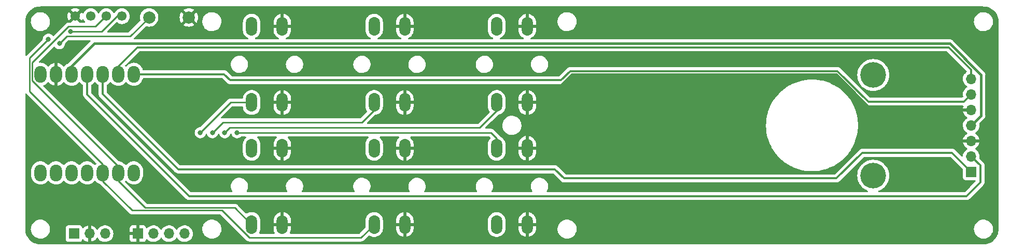
<source format=gbr>
%TF.GenerationSoftware,KiCad,Pcbnew,(6.0.1)*%
%TF.CreationDate,2023-01-09T23:16:33+09:00*%
%TF.ProjectId,yuiopPD,7975696f-7050-4442-9e6b-696361645f70,1*%
%TF.SameCoordinates,Original*%
%TF.FileFunction,Copper,L2,Bot*%
%TF.FilePolarity,Positive*%
%FSLAX46Y46*%
G04 Gerber Fmt 4.6, Leading zero omitted, Abs format (unit mm)*
G04 Created by KiCad (PCBNEW (6.0.1)) date 2023-01-09 23:16:33*
%MOMM*%
%LPD*%
G01*
G04 APERTURE LIST*
%TA.AperFunction,ComponentPad*%
%ADD10O,1.850000X3.048000*%
%TD*%
%TA.AperFunction,ComponentPad*%
%ADD11R,1.700000X1.700000*%
%TD*%
%TA.AperFunction,ComponentPad*%
%ADD12O,1.700000X1.700000*%
%TD*%
%TA.AperFunction,ComponentPad*%
%ADD13C,1.550000*%
%TD*%
%TA.AperFunction,ComponentPad*%
%ADD14O,1.998980X2.748280*%
%TD*%
%TA.AperFunction,WasherPad*%
%ADD15C,4.200000*%
%TD*%
%TA.AperFunction,ComponentPad*%
%ADD16C,2.000000*%
%TD*%
%TA.AperFunction,ViaPad*%
%ADD17C,0.800000*%
%TD*%
%TA.AperFunction,Conductor*%
%ADD18C,0.300000*%
%TD*%
%TA.AperFunction,Conductor*%
%ADD19C,0.400000*%
%TD*%
%TA.AperFunction,Conductor*%
%ADD20C,0.250000*%
%TD*%
G04 APERTURE END LIST*
D10*
%TO.P,SW5,1,1*%
%TO.N,GND*%
X132500000Y-103750000D03*
X132500000Y-116250000D03*
%TO.P,SW5,2,2*%
%TO.N,/SDA*%
X127500000Y-116250000D03*
X127500000Y-103750000D03*
%TD*%
D11*
%TO.P,J2,1,Pin_1*%
%TO.N,GND*%
X88920000Y-117750000D03*
D12*
%TO.P,J2,2,Pin_2*%
%TO.N,unconnected-(J2-Pad2)*%
X91460000Y-117750000D03*
%TO.P,J2,3,Pin_3*%
%TO.N,unconnected-(J2-Pad3)*%
X94000000Y-117750000D03*
%TO.P,J2,4,Pin_4*%
%TO.N,/UART_TX*%
X96540000Y-117750000D03*
%TD*%
D10*
%TO.P,SW3,1,1*%
%TO.N,GND*%
X152500000Y-96250000D03*
X152500000Y-83750000D03*
%TO.P,SW3,2,2*%
%TO.N,Net-(SW3-Pad2)*%
X147500000Y-83750000D03*
X147500000Y-96250000D03*
%TD*%
D13*
%TO.P,J4,1,Pin_1*%
%TO.N,/SDA*%
X86310000Y-82100000D03*
%TO.P,J4,2,Pin_2*%
%TO.N,/SCL*%
X83770000Y-82100000D03*
%TO.P,J4,3,Pin_3*%
%TO.N,+3V3*%
X81230000Y-82100000D03*
%TO.P,J4,4,Pin_4*%
%TO.N,GND*%
X78690000Y-82100000D03*
%TD*%
D10*
%TO.P,SW4,1,1*%
%TO.N,GND*%
X152500000Y-103750000D03*
X152500000Y-116250000D03*
%TO.P,SW4,2,2*%
%TO.N,Net-(SW4-Pad2)*%
X147500000Y-116250000D03*
X147500000Y-103750000D03*
%TD*%
D14*
%TO.P,U1,1,PA02_A0_D0*%
%TO.N,Net-(SW1-Pad2)*%
X73000490Y-107781290D03*
%TO.P,U1,2,PA4_A1_D1*%
%TO.N,Net-(SW2-Pad2)*%
X75540490Y-107781290D03*
%TO.P,U1,3,PA10_A2_D2*%
%TO.N,Net-(SW3-Pad2)*%
X78080490Y-107781290D03*
%TO.P,U1,4,PA11_A3_D3*%
%TO.N,Net-(SW4-Pad2)*%
X80620490Y-107781290D03*
%TO.P,U1,5,PA8_A4_D4_SDA*%
%TO.N,/SDA*%
X83160490Y-107781290D03*
%TO.P,U1,6,PA9_A5_D5_SCL*%
%TO.N,/SCL*%
X85700490Y-107781290D03*
%TO.P,U1,7,PB08_A6_D6_TX*%
%TO.N,/UART_TX*%
X88240490Y-107781290D03*
%TO.P,U1,8,PB09_A7_D7_RX*%
%TO.N,/NCS*%
X88240490Y-91616730D03*
%TO.P,U1,9,PA7_A8_D8_SCK*%
%TO.N,/SCK*%
X85700490Y-91616730D03*
%TO.P,U1,10,PA5_A9_D9_MISO*%
%TO.N,/MISO*%
X83160490Y-91616730D03*
%TO.P,U1,11,PA6_A10_D10_MOSI*%
%TO.N,/MOSI*%
X80620490Y-91616730D03*
%TO.P,U1,12,3V3*%
%TO.N,+3V3*%
X78080490Y-91616730D03*
%TO.P,U1,13,GND*%
%TO.N,GND*%
X75540490Y-91616730D03*
%TO.P,U1,14,5V*%
%TO.N,unconnected-(U1-Pad14)*%
X73000490Y-91616730D03*
%TD*%
D10*
%TO.P,SW2,1,1*%
%TO.N,GND*%
X132500000Y-83750000D03*
X132500000Y-96250000D03*
%TO.P,SW2,2,2*%
%TO.N,Net-(SW2-Pad2)*%
X127500000Y-96250000D03*
X127500000Y-83750000D03*
%TD*%
%TO.P,SW1,1,1*%
%TO.N,GND*%
X112500000Y-83750000D03*
X112500000Y-96250000D03*
%TO.P,SW1,2,2*%
%TO.N,Net-(SW1-Pad2)*%
X107500000Y-83750000D03*
X107500000Y-96250000D03*
%TD*%
D11*
%TO.P,J3,1,Pin_1*%
%TO.N,/SWCLK*%
X78475000Y-117750000D03*
D12*
%TO.P,J3,2,Pin_2*%
%TO.N,GND*%
X81015000Y-117750000D03*
%TO.P,J3,3,Pin_3*%
%TO.N,/SWDIO*%
X83555000Y-117750000D03*
%TD*%
D15*
%TO.P,J1,*%
%TO.N,*%
X209000000Y-108250000D03*
X209000000Y-91750000D03*
D11*
%TO.P,J1,1,Pin_1*%
%TO.N,/MISO*%
X225000000Y-107620000D03*
D12*
%TO.P,J1,2,Pin_2*%
%TO.N,/MOSI*%
X225000000Y-105080000D03*
%TO.P,J1,3,Pin_3*%
%TO.N,GND*%
X225000000Y-102540000D03*
%TO.P,J1,4,Pin_4*%
%TO.N,+3V3*%
X225000000Y-100000000D03*
%TO.P,J1,5,Pin_5*%
%TO.N,GND*%
X225000000Y-97460000D03*
%TO.P,J1,6,Pin_6*%
%TO.N,/NCS*%
X225000000Y-94920000D03*
%TO.P,J1,7,Pin_7*%
%TO.N,/SCK*%
X225000000Y-92380000D03*
%TD*%
D16*
%TO.P,RST1,1,1*%
%TO.N,/RESET*%
X90750000Y-82300000D03*
%TO.P,RST1,2,2*%
%TO.N,GND*%
X97250000Y-82300000D03*
%TD*%
D10*
%TO.P,SW6,1,1*%
%TO.N,GND*%
X112500000Y-116250000D03*
X112500000Y-103750000D03*
%TO.P,SW6,2,2*%
%TO.N,/SCL*%
X107500000Y-103750000D03*
X107500000Y-116250000D03*
%TD*%
D17*
%TO.N,GND*%
X218000000Y-92000000D03*
X218000000Y-108000000D03*
%TO.N,/RESET*%
X76100000Y-86600000D03*
%TO.N,Net-(SW1-Pad2)*%
X99100000Y-101200000D03*
%TO.N,Net-(SW2-Pad2)*%
X101100000Y-101200000D03*
%TO.N,Net-(SW3-Pad2)*%
X103100000Y-101200000D03*
%TO.N,Net-(SW4-Pad2)*%
X105100000Y-101200000D03*
%TO.N,/SDA*%
X74300000Y-85875500D03*
X77890500Y-84600000D03*
%TD*%
D18*
%TO.N,/MISO*%
X158500000Y-108700000D02*
X203000000Y-108700000D01*
X95500000Y-107200000D02*
X157000000Y-107200000D01*
X207200000Y-104500000D02*
X221880000Y-104500000D01*
X83160490Y-91616730D02*
X83160490Y-94860490D01*
X157000000Y-107200000D02*
X158500000Y-108700000D01*
X203000000Y-108700000D02*
X207200000Y-104500000D01*
X83160490Y-94860490D02*
X95500000Y-107200000D01*
X221880000Y-104500000D02*
X225000000Y-107620000D01*
%TO.N,/MOSI*%
X226500000Y-109300000D02*
X226500000Y-106580000D01*
X80620490Y-91616730D02*
X80620490Y-94920490D01*
X226500000Y-106580000D02*
X225000000Y-105080000D01*
X224200000Y-111600000D02*
X226500000Y-109300000D01*
X80620490Y-94920490D02*
X97300000Y-111600000D01*
X97300000Y-111600000D02*
X224200000Y-111600000D01*
D19*
%TO.N,GND*%
X202949520Y-91649520D02*
X208760000Y-97460000D01*
X216840000Y-97460000D02*
X225000000Y-97460000D01*
X159750480Y-91649520D02*
X202949520Y-91649520D01*
X155150000Y-96250000D02*
X159750480Y-91649520D01*
X221920000Y-102540000D02*
X216840000Y-97460000D01*
X208760000Y-97460000D02*
X216840000Y-97460000D01*
X225000000Y-102540000D02*
X221920000Y-102540000D01*
X81100000Y-116100000D02*
X88920000Y-116100000D01*
X81015000Y-116185000D02*
X81100000Y-116100000D01*
X81015000Y-118000000D02*
X81015000Y-116185000D01*
X88920000Y-116100000D02*
X88920000Y-118000000D01*
X152500000Y-96250000D02*
X155150000Y-96250000D01*
%TO.N,+3V3*%
X226600000Y-98400000D02*
X226600000Y-91700000D01*
X78080490Y-90319510D02*
X78080490Y-91616730D01*
X226600000Y-91700000D02*
X221500000Y-86600000D01*
X225000000Y-100000000D02*
X226600000Y-98400000D01*
X221500000Y-86600000D02*
X81800000Y-86600000D01*
X81800000Y-86600000D02*
X78080490Y-90319510D01*
D18*
%TO.N,/NCS*%
X104000000Y-92600000D02*
X158022862Y-92600000D01*
X208177138Y-96100000D02*
X223820000Y-96100000D01*
X203177139Y-91100001D02*
X208177138Y-96100000D01*
X88240490Y-91616730D02*
X103016730Y-91616730D01*
X103016730Y-91616730D02*
X104000000Y-92600000D01*
X159522862Y-91100000D02*
X203177139Y-91100001D01*
X158022862Y-92600000D02*
X159522862Y-91100000D01*
X223820000Y-96100000D02*
X225000000Y-94920000D01*
%TO.N,/SCK*%
X88850000Y-87200000D02*
X221322862Y-87200000D01*
X225000000Y-90877138D02*
X225000000Y-92380000D01*
X85700490Y-91616730D02*
X85700490Y-90349510D01*
X85700490Y-90349510D02*
X88850000Y-87200000D01*
X221322862Y-87200000D02*
X225000000Y-90877138D01*
D20*
%TO.N,/RESET*%
X87200000Y-85400000D02*
X87650000Y-85400000D01*
X76100000Y-86600000D02*
X77300000Y-85400000D01*
X77300000Y-85400000D02*
X87200000Y-85400000D01*
X87650000Y-85400000D02*
X90750000Y-82300000D01*
%TO.N,Net-(SW1-Pad2)*%
X104050000Y-96250000D02*
X107500000Y-96250000D01*
X99100000Y-101200000D02*
X104050000Y-96250000D01*
%TO.N,Net-(SW2-Pad2)*%
X102800000Y-99500000D02*
X125500000Y-99500000D01*
X101100000Y-101200000D02*
X102800000Y-99500000D01*
X127500000Y-97500000D02*
X127500000Y-96250000D01*
X125500000Y-99500000D02*
X127500000Y-97500000D01*
%TO.N,Net-(SW3-Pad2)*%
X103900000Y-100400000D02*
X144700000Y-100400000D01*
X147500000Y-97600000D02*
X147500000Y-96250000D01*
X144700000Y-100400000D02*
X147500000Y-97600000D01*
X103100000Y-101200000D02*
X103900000Y-100400000D01*
%TO.N,Net-(SW4-Pad2)*%
X146600000Y-101200000D02*
X147500000Y-102100000D01*
X105100000Y-101200000D02*
X146600000Y-101200000D01*
X147500000Y-102100000D02*
X147500000Y-103750000D01*
%TO.N,/SDA*%
X125350000Y-118400000D02*
X127500000Y-116250000D01*
X83000000Y-84600000D02*
X85600000Y-82000000D01*
X71226960Y-88973040D02*
X74300000Y-85900000D01*
X71226960Y-94426960D02*
X71226960Y-88973040D01*
X77890500Y-84600000D02*
X83000000Y-84600000D01*
X74300000Y-85900000D02*
X74300000Y-85875500D01*
X87949520Y-113949520D02*
X102649520Y-113949520D01*
X83160490Y-107781290D02*
X83160490Y-109160490D01*
X85600000Y-82000000D02*
X86310000Y-82000000D01*
X83160490Y-109160490D02*
X87949520Y-113949520D01*
X83160490Y-106360490D02*
X71226960Y-94426960D01*
X83160490Y-107781290D02*
X83160490Y-106360490D01*
X107100000Y-118400000D02*
X125350000Y-118400000D01*
X102649520Y-113949520D02*
X107100000Y-118400000D01*
%TO.N,/SCL*%
X85700490Y-106700490D02*
X71676480Y-92676480D01*
X90100000Y-113500000D02*
X104750000Y-113500000D01*
X81970000Y-83800000D02*
X83770000Y-82000000D01*
X85700490Y-109100490D02*
X90100000Y-113500000D01*
X85700490Y-107781290D02*
X85700490Y-109100490D01*
X71676480Y-89723520D02*
X77600000Y-83800000D01*
X77600000Y-83800000D02*
X81970000Y-83800000D01*
X85700490Y-107781290D02*
X85700490Y-106700490D01*
X104750000Y-113500000D02*
X107500000Y-116250000D01*
X71676480Y-92676480D02*
X71676480Y-89723520D01*
%TD*%
%TA.AperFunction,Conductor*%
%TO.N,GND*%
G36*
X226970057Y-80509500D02*
G01*
X226984858Y-80511805D01*
X226984861Y-80511805D01*
X226993730Y-80513186D01*
X227010899Y-80510941D01*
X227034839Y-80510108D01*
X227292770Y-80525710D01*
X227307874Y-80527544D01*
X227378648Y-80540514D01*
X227588879Y-80579040D01*
X227603641Y-80582678D01*
X227876408Y-80667675D01*
X227890627Y-80673069D01*
X228151140Y-80790316D01*
X228164609Y-80797385D01*
X228409095Y-80945182D01*
X228421617Y-80953825D01*
X228646507Y-81130016D01*
X228657895Y-81140106D01*
X228859894Y-81342105D01*
X228869984Y-81353493D01*
X229046175Y-81578383D01*
X229054818Y-81590905D01*
X229202615Y-81835391D01*
X229209684Y-81848860D01*
X229316947Y-82087188D01*
X229326930Y-82109370D01*
X229332325Y-82123592D01*
X229406781Y-82362528D01*
X229417321Y-82396353D01*
X229420960Y-82411121D01*
X229443695Y-82535178D01*
X229472456Y-82692126D01*
X229474290Y-82707230D01*
X229489455Y-82957929D01*
X229488198Y-82984639D01*
X229488195Y-82984859D01*
X229486814Y-82993730D01*
X229487978Y-83002632D01*
X229487978Y-83002635D01*
X229490936Y-83025251D01*
X229492000Y-83041589D01*
X229492000Y-116950672D01*
X229490500Y-116970056D01*
X229486814Y-116993730D01*
X229488454Y-117006270D01*
X229489059Y-117010897D01*
X229489892Y-117034839D01*
X229474290Y-117292770D01*
X229472456Y-117307874D01*
X229424043Y-117572061D01*
X229420962Y-117588873D01*
X229417322Y-117603641D01*
X229366190Y-117767731D01*
X229332326Y-117876404D01*
X229326931Y-117890627D01*
X229246849Y-118068564D01*
X229209686Y-118151136D01*
X229202615Y-118164609D01*
X229054818Y-118409095D01*
X229046175Y-118421617D01*
X228869984Y-118646507D01*
X228859894Y-118657895D01*
X228657895Y-118859894D01*
X228646507Y-118869984D01*
X228421617Y-119046175D01*
X228409095Y-119054818D01*
X228164609Y-119202615D01*
X228151140Y-119209684D01*
X227890630Y-119326930D01*
X227876408Y-119332325D01*
X227603641Y-119417322D01*
X227588879Y-119420960D01*
X227378648Y-119459486D01*
X227307874Y-119472456D01*
X227292770Y-119474290D01*
X227042071Y-119489455D01*
X227015361Y-119488198D01*
X227015141Y-119488195D01*
X227006270Y-119486814D01*
X226997368Y-119487978D01*
X226997365Y-119487978D01*
X226974749Y-119490936D01*
X226958411Y-119492000D01*
X73049328Y-119492000D01*
X73029943Y-119490500D01*
X73015142Y-119488195D01*
X73015139Y-119488195D01*
X73006270Y-119486814D01*
X72989101Y-119489059D01*
X72965161Y-119489892D01*
X72707230Y-119474290D01*
X72692126Y-119472456D01*
X72621352Y-119459486D01*
X72411121Y-119420960D01*
X72396359Y-119417322D01*
X72123592Y-119332325D01*
X72109370Y-119326930D01*
X71848860Y-119209684D01*
X71835391Y-119202615D01*
X71590905Y-119054818D01*
X71578383Y-119046175D01*
X71353493Y-118869984D01*
X71342105Y-118859894D01*
X71140106Y-118657895D01*
X71131458Y-118648134D01*
X77116500Y-118648134D01*
X77123255Y-118710316D01*
X77174385Y-118846705D01*
X77261739Y-118963261D01*
X77378295Y-119050615D01*
X77514684Y-119101745D01*
X77576866Y-119108500D01*
X79373134Y-119108500D01*
X79435316Y-119101745D01*
X79571705Y-119050615D01*
X79688261Y-118963261D01*
X79775615Y-118846705D01*
X79795451Y-118793792D01*
X79819798Y-118728848D01*
X79862440Y-118672084D01*
X79929001Y-118647384D01*
X79998350Y-118662592D01*
X80033017Y-118690580D01*
X80058218Y-118719673D01*
X80065580Y-118726883D01*
X80229434Y-118862916D01*
X80237881Y-118868831D01*
X80421756Y-118976279D01*
X80431042Y-118980729D01*
X80630001Y-119056703D01*
X80639899Y-119059579D01*
X80743250Y-119080606D01*
X80757299Y-119079410D01*
X80761000Y-119069065D01*
X80761000Y-119068517D01*
X81269000Y-119068517D01*
X81273064Y-119082359D01*
X81286478Y-119084393D01*
X81293184Y-119083534D01*
X81303262Y-119081392D01*
X81507255Y-119020191D01*
X81516842Y-119016433D01*
X81708095Y-118922739D01*
X81716945Y-118917464D01*
X81890328Y-118793792D01*
X81898200Y-118787139D01*
X82049052Y-118636812D01*
X82055730Y-118628965D01*
X82183022Y-118451819D01*
X82184279Y-118452722D01*
X82231373Y-118409362D01*
X82301311Y-118397145D01*
X82366751Y-118424678D01*
X82394579Y-118456511D01*
X82454987Y-118555088D01*
X82601250Y-118723938D01*
X82773126Y-118866632D01*
X82966000Y-118979338D01*
X82970825Y-118981180D01*
X82970826Y-118981181D01*
X82983493Y-118986018D01*
X83174692Y-119059030D01*
X83179760Y-119060061D01*
X83179763Y-119060062D01*
X83274862Y-119079410D01*
X83393597Y-119103567D01*
X83398772Y-119103757D01*
X83398774Y-119103757D01*
X83611673Y-119111564D01*
X83611677Y-119111564D01*
X83616837Y-119111753D01*
X83621957Y-119111097D01*
X83621959Y-119111097D01*
X83833288Y-119084025D01*
X83833289Y-119084025D01*
X83838416Y-119083368D01*
X83843366Y-119081883D01*
X84047429Y-119020661D01*
X84047434Y-119020659D01*
X84052384Y-119019174D01*
X84252994Y-118920896D01*
X84434860Y-118791173D01*
X84581877Y-118644669D01*
X87562001Y-118644669D01*
X87562371Y-118651490D01*
X87567895Y-118702352D01*
X87571521Y-118717604D01*
X87616676Y-118838054D01*
X87625214Y-118853649D01*
X87701715Y-118955724D01*
X87714276Y-118968285D01*
X87816351Y-119044786D01*
X87831946Y-119053324D01*
X87952394Y-119098478D01*
X87967649Y-119102105D01*
X88018514Y-119107631D01*
X88025328Y-119108000D01*
X88647885Y-119108000D01*
X88663124Y-119103525D01*
X88664329Y-119102135D01*
X88666000Y-119094452D01*
X88666000Y-119089884D01*
X89174000Y-119089884D01*
X89178475Y-119105123D01*
X89179865Y-119106328D01*
X89187548Y-119107999D01*
X89814669Y-119107999D01*
X89821490Y-119107629D01*
X89872352Y-119102105D01*
X89887604Y-119098479D01*
X90008054Y-119053324D01*
X90023649Y-119044786D01*
X90125724Y-118968285D01*
X90138285Y-118955724D01*
X90214786Y-118853649D01*
X90223324Y-118838054D01*
X90264225Y-118728952D01*
X90306867Y-118672188D01*
X90373428Y-118647488D01*
X90442777Y-118662696D01*
X90477444Y-118690684D01*
X90502865Y-118720031D01*
X90502869Y-118720035D01*
X90506250Y-118723938D01*
X90678126Y-118866632D01*
X90871000Y-118979338D01*
X90875825Y-118981180D01*
X90875826Y-118981181D01*
X90888493Y-118986018D01*
X91079692Y-119059030D01*
X91084760Y-119060061D01*
X91084763Y-119060062D01*
X91179862Y-119079410D01*
X91298597Y-119103567D01*
X91303772Y-119103757D01*
X91303774Y-119103757D01*
X91516673Y-119111564D01*
X91516677Y-119111564D01*
X91521837Y-119111753D01*
X91526957Y-119111097D01*
X91526959Y-119111097D01*
X91738288Y-119084025D01*
X91738289Y-119084025D01*
X91743416Y-119083368D01*
X91748366Y-119081883D01*
X91952429Y-119020661D01*
X91952434Y-119020659D01*
X91957384Y-119019174D01*
X92157994Y-118920896D01*
X92339860Y-118791173D01*
X92498096Y-118633489D01*
X92562499Y-118543863D01*
X92628453Y-118452077D01*
X92629776Y-118453028D01*
X92676645Y-118409857D01*
X92746580Y-118397625D01*
X92812026Y-118425144D01*
X92839875Y-118456994D01*
X92899987Y-118555088D01*
X93046250Y-118723938D01*
X93218126Y-118866632D01*
X93411000Y-118979338D01*
X93415825Y-118981180D01*
X93415826Y-118981181D01*
X93428493Y-118986018D01*
X93619692Y-119059030D01*
X93624760Y-119060061D01*
X93624763Y-119060062D01*
X93719862Y-119079410D01*
X93838597Y-119103567D01*
X93843772Y-119103757D01*
X93843774Y-119103757D01*
X94056673Y-119111564D01*
X94056677Y-119111564D01*
X94061837Y-119111753D01*
X94066957Y-119111097D01*
X94066959Y-119111097D01*
X94278288Y-119084025D01*
X94278289Y-119084025D01*
X94283416Y-119083368D01*
X94288366Y-119081883D01*
X94492429Y-119020661D01*
X94492434Y-119020659D01*
X94497384Y-119019174D01*
X94697994Y-118920896D01*
X94879860Y-118791173D01*
X95038096Y-118633489D01*
X95102499Y-118543863D01*
X95168453Y-118452077D01*
X95169776Y-118453028D01*
X95216645Y-118409857D01*
X95286580Y-118397625D01*
X95352026Y-118425144D01*
X95379875Y-118456994D01*
X95439987Y-118555088D01*
X95586250Y-118723938D01*
X95758126Y-118866632D01*
X95951000Y-118979338D01*
X95955825Y-118981180D01*
X95955826Y-118981181D01*
X95968493Y-118986018D01*
X96159692Y-119059030D01*
X96164760Y-119060061D01*
X96164763Y-119060062D01*
X96259862Y-119079410D01*
X96378597Y-119103567D01*
X96383772Y-119103757D01*
X96383774Y-119103757D01*
X96596673Y-119111564D01*
X96596677Y-119111564D01*
X96601837Y-119111753D01*
X96606957Y-119111097D01*
X96606959Y-119111097D01*
X96818288Y-119084025D01*
X96818289Y-119084025D01*
X96823416Y-119083368D01*
X96828366Y-119081883D01*
X97032429Y-119020661D01*
X97032434Y-119020659D01*
X97037384Y-119019174D01*
X97237994Y-118920896D01*
X97419860Y-118791173D01*
X97578096Y-118633489D01*
X97642499Y-118543863D01*
X97705435Y-118456277D01*
X97708453Y-118452077D01*
X97721995Y-118424678D01*
X97805136Y-118256453D01*
X97805137Y-118256451D01*
X97807430Y-118251811D01*
X97864903Y-118062645D01*
X97870865Y-118043023D01*
X97870865Y-118043021D01*
X97872370Y-118038069D01*
X97901529Y-117816590D01*
X97903156Y-117750000D01*
X97884852Y-117527361D01*
X97830431Y-117310702D01*
X97741354Y-117105840D01*
X97708185Y-117054568D01*
X99437382Y-117054568D01*
X99437963Y-117059588D01*
X99437963Y-117059592D01*
X99450924Y-117171607D01*
X99466208Y-117303699D01*
X99467587Y-117308573D01*
X99467588Y-117308577D01*
X99533116Y-117540148D01*
X99534494Y-117545017D01*
X99536628Y-117549592D01*
X99536630Y-117549599D01*
X99637773Y-117766500D01*
X99640484Y-117772313D01*
X99643326Y-117776494D01*
X99643326Y-117776495D01*
X99778605Y-117975552D01*
X99778608Y-117975556D01*
X99781451Y-117979739D01*
X99784928Y-117983416D01*
X99784929Y-117983417D01*
X99885238Y-118089491D01*
X99953767Y-118161959D01*
X99957793Y-118165037D01*
X99957794Y-118165038D01*
X100148981Y-118311212D01*
X100148985Y-118311215D01*
X100153001Y-118314285D01*
X100374026Y-118432797D01*
X100378807Y-118434443D01*
X100378811Y-118434445D01*
X100604538Y-118512169D01*
X100611156Y-118514448D01*
X100714689Y-118532331D01*
X100854380Y-118556460D01*
X100854386Y-118556461D01*
X100858290Y-118557135D01*
X100862251Y-118557315D01*
X100862252Y-118557315D01*
X100886931Y-118558436D01*
X100886950Y-118558436D01*
X100888350Y-118558500D01*
X101063015Y-118558500D01*
X101065523Y-118558298D01*
X101065528Y-118558298D01*
X101244944Y-118543863D01*
X101244949Y-118543862D01*
X101249985Y-118543457D01*
X101254893Y-118542252D01*
X101254896Y-118542251D01*
X101488625Y-118484841D01*
X101493539Y-118483634D01*
X101498191Y-118481659D01*
X101498195Y-118481658D01*
X101719741Y-118387617D01*
X101719742Y-118387617D01*
X101724396Y-118385641D01*
X101891956Y-118280123D01*
X101932334Y-118254696D01*
X101932335Y-118254695D01*
X101936615Y-118252000D01*
X102124738Y-118086147D01*
X102283924Y-117892351D01*
X102410078Y-117675596D01*
X102499955Y-117441461D01*
X102518985Y-117350372D01*
X102550206Y-117200921D01*
X102551241Y-117195967D01*
X102554536Y-117123420D01*
X102557887Y-117049618D01*
X102562618Y-116945432D01*
X102560768Y-116929437D01*
X102539988Y-116749848D01*
X102533792Y-116696301D01*
X102511579Y-116617800D01*
X102466884Y-116459852D01*
X102466883Y-116459850D01*
X102465506Y-116454983D01*
X102463372Y-116450408D01*
X102463370Y-116450401D01*
X102361653Y-116232269D01*
X102361651Y-116232265D01*
X102359516Y-116227687D01*
X102317869Y-116166405D01*
X102221395Y-116024448D01*
X102221392Y-116024444D01*
X102218549Y-116020261D01*
X102194027Y-115994329D01*
X102049713Y-115841721D01*
X102046233Y-115838041D01*
X102042206Y-115834962D01*
X101851019Y-115688788D01*
X101851015Y-115688785D01*
X101846999Y-115685715D01*
X101625974Y-115567203D01*
X101621193Y-115565557D01*
X101621189Y-115565555D01*
X101393633Y-115487201D01*
X101388844Y-115485552D01*
X101285311Y-115467669D01*
X101145620Y-115443540D01*
X101145614Y-115443539D01*
X101141710Y-115442865D01*
X101137749Y-115442685D01*
X101137748Y-115442685D01*
X101113069Y-115441564D01*
X101113050Y-115441564D01*
X101111650Y-115441500D01*
X100936985Y-115441500D01*
X100934477Y-115441702D01*
X100934472Y-115441702D01*
X100755056Y-115456137D01*
X100755051Y-115456138D01*
X100750015Y-115456543D01*
X100745107Y-115457748D01*
X100745104Y-115457749D01*
X100513326Y-115514680D01*
X100506461Y-115516366D01*
X100501809Y-115518341D01*
X100501805Y-115518342D01*
X100323908Y-115593855D01*
X100275604Y-115614359D01*
X100063385Y-115748000D01*
X99875262Y-115913853D01*
X99716076Y-116107649D01*
X99589922Y-116324404D01*
X99588109Y-116329127D01*
X99588108Y-116329129D01*
X99551091Y-116425562D01*
X99500045Y-116558539D01*
X99499012Y-116563485D01*
X99499010Y-116563491D01*
X99463312Y-116734373D01*
X99448759Y-116804033D01*
X99448530Y-116809082D01*
X99448529Y-116809088D01*
X99444928Y-116888401D01*
X99437382Y-117054568D01*
X97708185Y-117054568D01*
X97687651Y-117022828D01*
X97622822Y-116922617D01*
X97622820Y-116922614D01*
X97620014Y-116918277D01*
X97469670Y-116753051D01*
X97465619Y-116749852D01*
X97465615Y-116749848D01*
X97298414Y-116617800D01*
X97298410Y-116617798D01*
X97294359Y-116614598D01*
X97258028Y-116594542D01*
X97192808Y-116558539D01*
X97098789Y-116506638D01*
X97093920Y-116504914D01*
X97093916Y-116504912D01*
X96893087Y-116433795D01*
X96893083Y-116433794D01*
X96888212Y-116432069D01*
X96883119Y-116431162D01*
X96883116Y-116431161D01*
X96673373Y-116393800D01*
X96673367Y-116393799D01*
X96668284Y-116392894D01*
X96594452Y-116391992D01*
X96450081Y-116390228D01*
X96450079Y-116390228D01*
X96444911Y-116390165D01*
X96224091Y-116423955D01*
X96011756Y-116493357D01*
X95813607Y-116596507D01*
X95809474Y-116599610D01*
X95809471Y-116599612D01*
X95673990Y-116701334D01*
X95634965Y-116730635D01*
X95480629Y-116892138D01*
X95373201Y-117049621D01*
X95318293Y-117094621D01*
X95247768Y-117102792D01*
X95184021Y-117071538D01*
X95163324Y-117047054D01*
X95082822Y-116922617D01*
X95082820Y-116922614D01*
X95080014Y-116918277D01*
X94929670Y-116753051D01*
X94925619Y-116749852D01*
X94925615Y-116749848D01*
X94758414Y-116617800D01*
X94758410Y-116617798D01*
X94754359Y-116614598D01*
X94718028Y-116594542D01*
X94652808Y-116558539D01*
X94558789Y-116506638D01*
X94553920Y-116504914D01*
X94553916Y-116504912D01*
X94353087Y-116433795D01*
X94353083Y-116433794D01*
X94348212Y-116432069D01*
X94343119Y-116431162D01*
X94343116Y-116431161D01*
X94133373Y-116393800D01*
X94133367Y-116393799D01*
X94128284Y-116392894D01*
X94054452Y-116391992D01*
X93910081Y-116390228D01*
X93910079Y-116390228D01*
X93904911Y-116390165D01*
X93684091Y-116423955D01*
X93471756Y-116493357D01*
X93273607Y-116596507D01*
X93269474Y-116599610D01*
X93269471Y-116599612D01*
X93133990Y-116701334D01*
X93094965Y-116730635D01*
X92940629Y-116892138D01*
X92833201Y-117049621D01*
X92778293Y-117094621D01*
X92707768Y-117102792D01*
X92644021Y-117071538D01*
X92623324Y-117047054D01*
X92542822Y-116922617D01*
X92542820Y-116922614D01*
X92540014Y-116918277D01*
X92389670Y-116753051D01*
X92385619Y-116749852D01*
X92385615Y-116749848D01*
X92218414Y-116617800D01*
X92218410Y-116617798D01*
X92214359Y-116614598D01*
X92178028Y-116594542D01*
X92112808Y-116558539D01*
X92018789Y-116506638D01*
X92013920Y-116504914D01*
X92013916Y-116504912D01*
X91813087Y-116433795D01*
X91813083Y-116433794D01*
X91808212Y-116432069D01*
X91803119Y-116431162D01*
X91803116Y-116431161D01*
X91593373Y-116393800D01*
X91593367Y-116393799D01*
X91588284Y-116392894D01*
X91514452Y-116391992D01*
X91370081Y-116390228D01*
X91370079Y-116390228D01*
X91364911Y-116390165D01*
X91144091Y-116423955D01*
X90931756Y-116493357D01*
X90733607Y-116596507D01*
X90729474Y-116599610D01*
X90729471Y-116599612D01*
X90593990Y-116701334D01*
X90554965Y-116730635D01*
X90551393Y-116734373D01*
X90473898Y-116815466D01*
X90412374Y-116850895D01*
X90341462Y-116847438D01*
X90283676Y-116806192D01*
X90264823Y-116772644D01*
X90223324Y-116661946D01*
X90214786Y-116646351D01*
X90138285Y-116544276D01*
X90125724Y-116531715D01*
X90023649Y-116455214D01*
X90008054Y-116446676D01*
X89887606Y-116401522D01*
X89872351Y-116397895D01*
X89821486Y-116392369D01*
X89814672Y-116392000D01*
X89192115Y-116392000D01*
X89176876Y-116396475D01*
X89175671Y-116397865D01*
X89174000Y-116405548D01*
X89174000Y-119089884D01*
X88666000Y-119089884D01*
X88666000Y-118022115D01*
X88661525Y-118006876D01*
X88660135Y-118005671D01*
X88652452Y-118004000D01*
X87580116Y-118004000D01*
X87564877Y-118008475D01*
X87563672Y-118009865D01*
X87562001Y-118017548D01*
X87562001Y-118644669D01*
X84581877Y-118644669D01*
X84593096Y-118633489D01*
X84657499Y-118543863D01*
X84720435Y-118456277D01*
X84723453Y-118452077D01*
X84736995Y-118424678D01*
X84820136Y-118256453D01*
X84820137Y-118256451D01*
X84822430Y-118251811D01*
X84879903Y-118062645D01*
X84885865Y-118043023D01*
X84885865Y-118043021D01*
X84887370Y-118038069D01*
X84916529Y-117816590D01*
X84918156Y-117750000D01*
X84899852Y-117527361D01*
X84887424Y-117477885D01*
X87562000Y-117477885D01*
X87566475Y-117493124D01*
X87567865Y-117494329D01*
X87575548Y-117496000D01*
X88647885Y-117496000D01*
X88663124Y-117491525D01*
X88664329Y-117490135D01*
X88666000Y-117482452D01*
X88666000Y-116410116D01*
X88661525Y-116394877D01*
X88660135Y-116393672D01*
X88652452Y-116392001D01*
X88025331Y-116392001D01*
X88018510Y-116392371D01*
X87967648Y-116397895D01*
X87952396Y-116401521D01*
X87831946Y-116446676D01*
X87816351Y-116455214D01*
X87714276Y-116531715D01*
X87701715Y-116544276D01*
X87625214Y-116646351D01*
X87616676Y-116661946D01*
X87571522Y-116782394D01*
X87567895Y-116797649D01*
X87562369Y-116848514D01*
X87562000Y-116855328D01*
X87562000Y-117477885D01*
X84887424Y-117477885D01*
X84845431Y-117310702D01*
X84756354Y-117105840D01*
X84702651Y-117022828D01*
X84637822Y-116922617D01*
X84637820Y-116922614D01*
X84635014Y-116918277D01*
X84484670Y-116753051D01*
X84480619Y-116749852D01*
X84480615Y-116749848D01*
X84313414Y-116617800D01*
X84313410Y-116617798D01*
X84309359Y-116614598D01*
X84273028Y-116594542D01*
X84207808Y-116558539D01*
X84113789Y-116506638D01*
X84108920Y-116504914D01*
X84108916Y-116504912D01*
X83908087Y-116433795D01*
X83908083Y-116433794D01*
X83903212Y-116432069D01*
X83898119Y-116431162D01*
X83898116Y-116431161D01*
X83688373Y-116393800D01*
X83688367Y-116393799D01*
X83683284Y-116392894D01*
X83609452Y-116391992D01*
X83465081Y-116390228D01*
X83465079Y-116390228D01*
X83459911Y-116390165D01*
X83239091Y-116423955D01*
X83026756Y-116493357D01*
X82828607Y-116596507D01*
X82824474Y-116599610D01*
X82824471Y-116599612D01*
X82688990Y-116701334D01*
X82649965Y-116730635D01*
X82495629Y-116892138D01*
X82492720Y-116896403D01*
X82492714Y-116896411D01*
X82480404Y-116914457D01*
X82388204Y-117049618D01*
X82387898Y-117050066D01*
X82332987Y-117095069D01*
X82262462Y-117103240D01*
X82198715Y-117071986D01*
X82178018Y-117047502D01*
X82097426Y-116922926D01*
X82091136Y-116914757D01*
X81947806Y-116757240D01*
X81940273Y-116750215D01*
X81773139Y-116618222D01*
X81764552Y-116612517D01*
X81578117Y-116509599D01*
X81568705Y-116505369D01*
X81367959Y-116434280D01*
X81357988Y-116431646D01*
X81286837Y-116418972D01*
X81273540Y-116420432D01*
X81269000Y-116434989D01*
X81269000Y-119068517D01*
X80761000Y-119068517D01*
X80761000Y-116433102D01*
X80757082Y-116419758D01*
X80742806Y-116417771D01*
X80704324Y-116423660D01*
X80694288Y-116426051D01*
X80491868Y-116492212D01*
X80482359Y-116496209D01*
X80293463Y-116594542D01*
X80284738Y-116600036D01*
X80114433Y-116727905D01*
X80106726Y-116734748D01*
X80029478Y-116815584D01*
X79967954Y-116851014D01*
X79897042Y-116847557D01*
X79839255Y-116806311D01*
X79820402Y-116772763D01*
X79778767Y-116661703D01*
X79775615Y-116653295D01*
X79688261Y-116536739D01*
X79571705Y-116449385D01*
X79435316Y-116398255D01*
X79373134Y-116391500D01*
X77576866Y-116391500D01*
X77514684Y-116398255D01*
X77378295Y-116449385D01*
X77261739Y-116536739D01*
X77174385Y-116653295D01*
X77123255Y-116789684D01*
X77116500Y-116851866D01*
X77116500Y-118648134D01*
X71131458Y-118648134D01*
X71130016Y-118646507D01*
X70953825Y-118421617D01*
X70945182Y-118409095D01*
X70797385Y-118164609D01*
X70790314Y-118151136D01*
X70753152Y-118068564D01*
X70673069Y-117890627D01*
X70667674Y-117876404D01*
X70633810Y-117767731D01*
X70582678Y-117603641D01*
X70579038Y-117588873D01*
X70575958Y-117572061D01*
X70527544Y-117307874D01*
X70525710Y-117292770D01*
X70511301Y-117054568D01*
X71437382Y-117054568D01*
X71437963Y-117059588D01*
X71437963Y-117059592D01*
X71450924Y-117171607D01*
X71466208Y-117303699D01*
X71467587Y-117308573D01*
X71467588Y-117308577D01*
X71533116Y-117540148D01*
X71534494Y-117545017D01*
X71536628Y-117549592D01*
X71536630Y-117549599D01*
X71637773Y-117766500D01*
X71640484Y-117772313D01*
X71643326Y-117776494D01*
X71643326Y-117776495D01*
X71778605Y-117975552D01*
X71778608Y-117975556D01*
X71781451Y-117979739D01*
X71784928Y-117983416D01*
X71784929Y-117983417D01*
X71885238Y-118089491D01*
X71953767Y-118161959D01*
X71957793Y-118165037D01*
X71957794Y-118165038D01*
X72148981Y-118311212D01*
X72148985Y-118311215D01*
X72153001Y-118314285D01*
X72374026Y-118432797D01*
X72378807Y-118434443D01*
X72378811Y-118434445D01*
X72604538Y-118512169D01*
X72611156Y-118514448D01*
X72714689Y-118532331D01*
X72854380Y-118556460D01*
X72854386Y-118556461D01*
X72858290Y-118557135D01*
X72862251Y-118557315D01*
X72862252Y-118557315D01*
X72886931Y-118558436D01*
X72886950Y-118558436D01*
X72888350Y-118558500D01*
X73063015Y-118558500D01*
X73065523Y-118558298D01*
X73065528Y-118558298D01*
X73244944Y-118543863D01*
X73244949Y-118543862D01*
X73249985Y-118543457D01*
X73254893Y-118542252D01*
X73254896Y-118542251D01*
X73488625Y-118484841D01*
X73493539Y-118483634D01*
X73498191Y-118481659D01*
X73498195Y-118481658D01*
X73719741Y-118387617D01*
X73719742Y-118387617D01*
X73724396Y-118385641D01*
X73891956Y-118280123D01*
X73932334Y-118254696D01*
X73932335Y-118254695D01*
X73936615Y-118252000D01*
X74124738Y-118086147D01*
X74283924Y-117892351D01*
X74410078Y-117675596D01*
X74499955Y-117441461D01*
X74518985Y-117350372D01*
X74550206Y-117200921D01*
X74551241Y-117195967D01*
X74554536Y-117123420D01*
X74557887Y-117049618D01*
X74562618Y-116945432D01*
X74560768Y-116929437D01*
X74539988Y-116749848D01*
X74533792Y-116696301D01*
X74511579Y-116617800D01*
X74466884Y-116459852D01*
X74466883Y-116459850D01*
X74465506Y-116454983D01*
X74463372Y-116450408D01*
X74463370Y-116450401D01*
X74361653Y-116232269D01*
X74361651Y-116232265D01*
X74359516Y-116227687D01*
X74317869Y-116166405D01*
X74221395Y-116024448D01*
X74221392Y-116024444D01*
X74218549Y-116020261D01*
X74194027Y-115994329D01*
X74049713Y-115841721D01*
X74046233Y-115838041D01*
X74042206Y-115834962D01*
X73851019Y-115688788D01*
X73851015Y-115688785D01*
X73846999Y-115685715D01*
X73625974Y-115567203D01*
X73621193Y-115565557D01*
X73621189Y-115565555D01*
X73393633Y-115487201D01*
X73388844Y-115485552D01*
X73285311Y-115467669D01*
X73145620Y-115443540D01*
X73145614Y-115443539D01*
X73141710Y-115442865D01*
X73137749Y-115442685D01*
X73137748Y-115442685D01*
X73113069Y-115441564D01*
X73113050Y-115441564D01*
X73111650Y-115441500D01*
X72936985Y-115441500D01*
X72934477Y-115441702D01*
X72934472Y-115441702D01*
X72755056Y-115456137D01*
X72755051Y-115456138D01*
X72750015Y-115456543D01*
X72745107Y-115457748D01*
X72745104Y-115457749D01*
X72513326Y-115514680D01*
X72506461Y-115516366D01*
X72501809Y-115518341D01*
X72501805Y-115518342D01*
X72323908Y-115593855D01*
X72275604Y-115614359D01*
X72063385Y-115748000D01*
X71875262Y-115913853D01*
X71716076Y-116107649D01*
X71589922Y-116324404D01*
X71588109Y-116329127D01*
X71588108Y-116329129D01*
X71551091Y-116425562D01*
X71500045Y-116558539D01*
X71499012Y-116563485D01*
X71499010Y-116563491D01*
X71463312Y-116734373D01*
X71448759Y-116804033D01*
X71448530Y-116809082D01*
X71448529Y-116809088D01*
X71444928Y-116888401D01*
X71437382Y-117054568D01*
X70511301Y-117054568D01*
X70510545Y-117042071D01*
X70511802Y-117015361D01*
X70511805Y-117015141D01*
X70513186Y-117006270D01*
X70511547Y-116993730D01*
X70509064Y-116974749D01*
X70508000Y-116958411D01*
X70508000Y-94908094D01*
X70528002Y-94839973D01*
X70581658Y-94793480D01*
X70651932Y-94783376D01*
X70716512Y-94812870D01*
X70723095Y-94818999D01*
X70736739Y-94832643D01*
X70749579Y-94847676D01*
X70761488Y-94864067D01*
X70795073Y-94891851D01*
X70795565Y-94892258D01*
X70804344Y-94900248D01*
X82079343Y-106175248D01*
X82113369Y-106237560D01*
X82108304Y-106308375D01*
X82076820Y-106355892D01*
X82039874Y-106390829D01*
X82039869Y-106390835D01*
X82036189Y-106394315D01*
X81991051Y-106453353D01*
X81933789Y-106495319D01*
X81862925Y-106499664D01*
X81796443Y-106460147D01*
X81674784Y-106322151D01*
X81674781Y-106322148D01*
X81671436Y-106318354D01*
X81650940Y-106301518D01*
X81592884Y-106253831D01*
X81483920Y-106164327D01*
X81274191Y-106042261D01*
X81269465Y-106040447D01*
X81269461Y-106040445D01*
X81052372Y-105957113D01*
X81052369Y-105957112D01*
X81047643Y-105955298D01*
X80810106Y-105905674D01*
X80805057Y-105905445D01*
X80805051Y-105905444D01*
X80694432Y-105900421D01*
X80567691Y-105894666D01*
X80562671Y-105895247D01*
X80562667Y-105895247D01*
X80463605Y-105906709D01*
X80326634Y-105922557D01*
X80321760Y-105923936D01*
X80321756Y-105923937D01*
X80098006Y-105987252D01*
X80098004Y-105987253D01*
X80093137Y-105988630D01*
X80088562Y-105990764D01*
X80088555Y-105990766D01*
X79877789Y-106089048D01*
X79877785Y-106089050D01*
X79873207Y-106091185D01*
X79869026Y-106094027D01*
X79869025Y-106094027D01*
X79676691Y-106224737D01*
X79676687Y-106224740D01*
X79672504Y-106227583D01*
X79496189Y-106394315D01*
X79451051Y-106453353D01*
X79393789Y-106495319D01*
X79322925Y-106499664D01*
X79256443Y-106460147D01*
X79134784Y-106322151D01*
X79134781Y-106322148D01*
X79131436Y-106318354D01*
X79110940Y-106301518D01*
X79052884Y-106253831D01*
X78943920Y-106164327D01*
X78734191Y-106042261D01*
X78729465Y-106040447D01*
X78729461Y-106040445D01*
X78512372Y-105957113D01*
X78512369Y-105957112D01*
X78507643Y-105955298D01*
X78270106Y-105905674D01*
X78265057Y-105905445D01*
X78265051Y-105905444D01*
X78154432Y-105900421D01*
X78027691Y-105894666D01*
X78022671Y-105895247D01*
X78022667Y-105895247D01*
X77923605Y-105906709D01*
X77786634Y-105922557D01*
X77781760Y-105923936D01*
X77781756Y-105923937D01*
X77558006Y-105987252D01*
X77558004Y-105987253D01*
X77553137Y-105988630D01*
X77548562Y-105990764D01*
X77548555Y-105990766D01*
X77337789Y-106089048D01*
X77337785Y-106089050D01*
X77333207Y-106091185D01*
X77329026Y-106094027D01*
X77329025Y-106094027D01*
X77136691Y-106224737D01*
X77136687Y-106224740D01*
X77132504Y-106227583D01*
X76956189Y-106394315D01*
X76911051Y-106453353D01*
X76853789Y-106495319D01*
X76782925Y-106499664D01*
X76716443Y-106460147D01*
X76594784Y-106322151D01*
X76594781Y-106322148D01*
X76591436Y-106318354D01*
X76570940Y-106301518D01*
X76512884Y-106253831D01*
X76403920Y-106164327D01*
X76194191Y-106042261D01*
X76189465Y-106040447D01*
X76189461Y-106040445D01*
X75972372Y-105957113D01*
X75972369Y-105957112D01*
X75967643Y-105955298D01*
X75730106Y-105905674D01*
X75725057Y-105905445D01*
X75725051Y-105905444D01*
X75614432Y-105900421D01*
X75487691Y-105894666D01*
X75482671Y-105895247D01*
X75482667Y-105895247D01*
X75383605Y-105906709D01*
X75246634Y-105922557D01*
X75241760Y-105923936D01*
X75241756Y-105923937D01*
X75018006Y-105987252D01*
X75018004Y-105987253D01*
X75013137Y-105988630D01*
X75008562Y-105990764D01*
X75008555Y-105990766D01*
X74797789Y-106089048D01*
X74797785Y-106089050D01*
X74793207Y-106091185D01*
X74789026Y-106094027D01*
X74789025Y-106094027D01*
X74596691Y-106224737D01*
X74596687Y-106224740D01*
X74592504Y-106227583D01*
X74416189Y-106394315D01*
X74371051Y-106453353D01*
X74313789Y-106495319D01*
X74242925Y-106499664D01*
X74176443Y-106460147D01*
X74054784Y-106322151D01*
X74054781Y-106322148D01*
X74051436Y-106318354D01*
X74030940Y-106301518D01*
X73972884Y-106253831D01*
X73863920Y-106164327D01*
X73654191Y-106042261D01*
X73649465Y-106040447D01*
X73649461Y-106040445D01*
X73432372Y-105957113D01*
X73432369Y-105957112D01*
X73427643Y-105955298D01*
X73190106Y-105905674D01*
X73185057Y-105905445D01*
X73185051Y-105905444D01*
X73074432Y-105900421D01*
X72947691Y-105894666D01*
X72942671Y-105895247D01*
X72942667Y-105895247D01*
X72843605Y-105906709D01*
X72706634Y-105922557D01*
X72701760Y-105923936D01*
X72701756Y-105923937D01*
X72478006Y-105987252D01*
X72478004Y-105987253D01*
X72473137Y-105988630D01*
X72468562Y-105990764D01*
X72468555Y-105990766D01*
X72257789Y-106089048D01*
X72257785Y-106089050D01*
X72253207Y-106091185D01*
X72249026Y-106094027D01*
X72249025Y-106094027D01*
X72056691Y-106224737D01*
X72056687Y-106224740D01*
X72052504Y-106227583D01*
X71876189Y-106394315D01*
X71873111Y-106398341D01*
X71873110Y-106398342D01*
X71731873Y-106583072D01*
X71731870Y-106583076D01*
X71728800Y-106587092D01*
X71614128Y-106800954D01*
X71535124Y-107030398D01*
X71493820Y-107269522D01*
X71492500Y-107298593D01*
X71492500Y-108216917D01*
X71492702Y-108219425D01*
X71492702Y-108219430D01*
X71499745Y-108306963D01*
X71507055Y-108397824D01*
X71508260Y-108402732D01*
X71508261Y-108402735D01*
X71540057Y-108532182D01*
X71564939Y-108633484D01*
X71566914Y-108638136D01*
X71566915Y-108638140D01*
X71579955Y-108668860D01*
X71659756Y-108856859D01*
X71696514Y-108915229D01*
X71743987Y-108990614D01*
X71789067Y-109062200D01*
X71792412Y-109065994D01*
X71946196Y-109240429D01*
X71946199Y-109240432D01*
X71949544Y-109244226D01*
X72137060Y-109398253D01*
X72346789Y-109520319D01*
X72351515Y-109522133D01*
X72351519Y-109522135D01*
X72568608Y-109605467D01*
X72568611Y-109605468D01*
X72573337Y-109607282D01*
X72810874Y-109656906D01*
X72815923Y-109657135D01*
X72815929Y-109657136D01*
X72926548Y-109662159D01*
X73053289Y-109667914D01*
X73058309Y-109667333D01*
X73058313Y-109667333D01*
X73166475Y-109654818D01*
X73294346Y-109640023D01*
X73299220Y-109638644D01*
X73299224Y-109638643D01*
X73522974Y-109575328D01*
X73522976Y-109575327D01*
X73527843Y-109573950D01*
X73532418Y-109571816D01*
X73532425Y-109571814D01*
X73743191Y-109473532D01*
X73743195Y-109473530D01*
X73747773Y-109471395D01*
X73751955Y-109468553D01*
X73944289Y-109337843D01*
X73944293Y-109337840D01*
X73948476Y-109334997D01*
X74124791Y-109168265D01*
X74169929Y-109109227D01*
X74227191Y-109067261D01*
X74298055Y-109062916D01*
X74364537Y-109102433D01*
X74486196Y-109240429D01*
X74486199Y-109240432D01*
X74489544Y-109244226D01*
X74677060Y-109398253D01*
X74886789Y-109520319D01*
X74891515Y-109522133D01*
X74891519Y-109522135D01*
X75108608Y-109605467D01*
X75108611Y-109605468D01*
X75113337Y-109607282D01*
X75350874Y-109656906D01*
X75355923Y-109657135D01*
X75355929Y-109657136D01*
X75466548Y-109662159D01*
X75593289Y-109667914D01*
X75598309Y-109667333D01*
X75598313Y-109667333D01*
X75706475Y-109654818D01*
X75834346Y-109640023D01*
X75839220Y-109638644D01*
X75839224Y-109638643D01*
X76062974Y-109575328D01*
X76062976Y-109575327D01*
X76067843Y-109573950D01*
X76072418Y-109571816D01*
X76072425Y-109571814D01*
X76283191Y-109473532D01*
X76283195Y-109473530D01*
X76287773Y-109471395D01*
X76291955Y-109468553D01*
X76484289Y-109337843D01*
X76484293Y-109337840D01*
X76488476Y-109334997D01*
X76664791Y-109168265D01*
X76709929Y-109109227D01*
X76767191Y-109067261D01*
X76838055Y-109062916D01*
X76904537Y-109102433D01*
X77026196Y-109240429D01*
X77026199Y-109240432D01*
X77029544Y-109244226D01*
X77217060Y-109398253D01*
X77426789Y-109520319D01*
X77431515Y-109522133D01*
X77431519Y-109522135D01*
X77648608Y-109605467D01*
X77648611Y-109605468D01*
X77653337Y-109607282D01*
X77890874Y-109656906D01*
X77895923Y-109657135D01*
X77895929Y-109657136D01*
X78006548Y-109662159D01*
X78133289Y-109667914D01*
X78138309Y-109667333D01*
X78138313Y-109667333D01*
X78246475Y-109654818D01*
X78374346Y-109640023D01*
X78379220Y-109638644D01*
X78379224Y-109638643D01*
X78602974Y-109575328D01*
X78602976Y-109575327D01*
X78607843Y-109573950D01*
X78612418Y-109571816D01*
X78612425Y-109571814D01*
X78823191Y-109473532D01*
X78823195Y-109473530D01*
X78827773Y-109471395D01*
X78831955Y-109468553D01*
X79024289Y-109337843D01*
X79024293Y-109337840D01*
X79028476Y-109334997D01*
X79204791Y-109168265D01*
X79249929Y-109109227D01*
X79307191Y-109067261D01*
X79378055Y-109062916D01*
X79444537Y-109102433D01*
X79566196Y-109240429D01*
X79566199Y-109240432D01*
X79569544Y-109244226D01*
X79757060Y-109398253D01*
X79966789Y-109520319D01*
X79971515Y-109522133D01*
X79971519Y-109522135D01*
X80188608Y-109605467D01*
X80188611Y-109605468D01*
X80193337Y-109607282D01*
X80430874Y-109656906D01*
X80435923Y-109657135D01*
X80435929Y-109657136D01*
X80546548Y-109662159D01*
X80673289Y-109667914D01*
X80678309Y-109667333D01*
X80678313Y-109667333D01*
X80786475Y-109654818D01*
X80914346Y-109640023D01*
X80919220Y-109638644D01*
X80919224Y-109638643D01*
X81142974Y-109575328D01*
X81142976Y-109575327D01*
X81147843Y-109573950D01*
X81152418Y-109571816D01*
X81152425Y-109571814D01*
X81363191Y-109473532D01*
X81363195Y-109473530D01*
X81367773Y-109471395D01*
X81371955Y-109468553D01*
X81564289Y-109337843D01*
X81564293Y-109337840D01*
X81568476Y-109334997D01*
X81744791Y-109168265D01*
X81789929Y-109109227D01*
X81847191Y-109067261D01*
X81918055Y-109062916D01*
X81984537Y-109102433D01*
X82106196Y-109240429D01*
X82106199Y-109240432D01*
X82109544Y-109244226D01*
X82297060Y-109398253D01*
X82506789Y-109520319D01*
X82569358Y-109544337D01*
X82664423Y-109580829D01*
X82699582Y-109601374D01*
X82729093Y-109625787D01*
X82737874Y-109633778D01*
X87445863Y-114341767D01*
X87453407Y-114350057D01*
X87457520Y-114356538D01*
X87463297Y-114361963D01*
X87507187Y-114403178D01*
X87510029Y-114405933D01*
X87529750Y-114425654D01*
X87532945Y-114428132D01*
X87541967Y-114435838D01*
X87574199Y-114466106D01*
X87581148Y-114469926D01*
X87591952Y-114475866D01*
X87608476Y-114486719D01*
X87624479Y-114499133D01*
X87665063Y-114516696D01*
X87675693Y-114521903D01*
X87714460Y-114543215D01*
X87722137Y-114545186D01*
X87722142Y-114545188D01*
X87734078Y-114548252D01*
X87752786Y-114554657D01*
X87771375Y-114562701D01*
X87779203Y-114563941D01*
X87779210Y-114563943D01*
X87815044Y-114569619D01*
X87826664Y-114572025D01*
X87854206Y-114579096D01*
X87869490Y-114583020D01*
X87889744Y-114583020D01*
X87909454Y-114584571D01*
X87929463Y-114587740D01*
X87937355Y-114586994D01*
X87973481Y-114583579D01*
X87985339Y-114583020D01*
X102334926Y-114583020D01*
X102403047Y-114603022D01*
X102424021Y-114619925D01*
X106596343Y-118792247D01*
X106603887Y-118800537D01*
X106608000Y-118807018D01*
X106613777Y-118812443D01*
X106657667Y-118853658D01*
X106660509Y-118856413D01*
X106680230Y-118876134D01*
X106683425Y-118878612D01*
X106692447Y-118886318D01*
X106724679Y-118916586D01*
X106731628Y-118920406D01*
X106742432Y-118926346D01*
X106758956Y-118937199D01*
X106774959Y-118949613D01*
X106815543Y-118967176D01*
X106826173Y-118972383D01*
X106864940Y-118993695D01*
X106872617Y-118995666D01*
X106872622Y-118995668D01*
X106884558Y-118998732D01*
X106903266Y-119005137D01*
X106921855Y-119013181D01*
X106929683Y-119014421D01*
X106929690Y-119014423D01*
X106965524Y-119020099D01*
X106977144Y-119022505D01*
X107008959Y-119030673D01*
X107019970Y-119033500D01*
X107040224Y-119033500D01*
X107059934Y-119035051D01*
X107079943Y-119038220D01*
X107087835Y-119037474D01*
X107106580Y-119035702D01*
X107123962Y-119034059D01*
X107135819Y-119033500D01*
X125271233Y-119033500D01*
X125282416Y-119034027D01*
X125289909Y-119035702D01*
X125297835Y-119035453D01*
X125297836Y-119035453D01*
X125357986Y-119033562D01*
X125361945Y-119033500D01*
X125389856Y-119033500D01*
X125393791Y-119033003D01*
X125393856Y-119032995D01*
X125405693Y-119032062D01*
X125437951Y-119031048D01*
X125441970Y-119030922D01*
X125449889Y-119030673D01*
X125469343Y-119025021D01*
X125488700Y-119021013D01*
X125500930Y-119019468D01*
X125500931Y-119019468D01*
X125508797Y-119018474D01*
X125516168Y-119015555D01*
X125516170Y-119015555D01*
X125549912Y-119002196D01*
X125561142Y-118998351D01*
X125595983Y-118988229D01*
X125595984Y-118988229D01*
X125603593Y-118986018D01*
X125610412Y-118981985D01*
X125610417Y-118981983D01*
X125621028Y-118975707D01*
X125638776Y-118967012D01*
X125657617Y-118959552D01*
X125668988Y-118951291D01*
X125693387Y-118933564D01*
X125703307Y-118927048D01*
X125734535Y-118908580D01*
X125734538Y-118908578D01*
X125741362Y-118904542D01*
X125755683Y-118890221D01*
X125770717Y-118877380D01*
X125772432Y-118876134D01*
X125787107Y-118865472D01*
X125815298Y-118831395D01*
X125823288Y-118822616D01*
X126569211Y-118076693D01*
X126631523Y-118042667D01*
X126702338Y-118047732D01*
X126719199Y-118055479D01*
X126892483Y-118151136D01*
X126910361Y-118161005D01*
X126915230Y-118162729D01*
X126915234Y-118162731D01*
X127127689Y-118237965D01*
X127127693Y-118237966D01*
X127132564Y-118239691D01*
X127137657Y-118240598D01*
X127137660Y-118240599D01*
X127359544Y-118280123D01*
X127359550Y-118280124D01*
X127364633Y-118281029D01*
X127455477Y-118282139D01*
X127595170Y-118283846D01*
X127595172Y-118283846D01*
X127600339Y-118283909D01*
X127833349Y-118248253D01*
X128057407Y-118175020D01*
X128140038Y-118132005D01*
X128261907Y-118068564D01*
X128261908Y-118068563D01*
X128266496Y-118066175D01*
X128270629Y-118063072D01*
X128270632Y-118063070D01*
X128450865Y-117927747D01*
X128450868Y-117927745D01*
X128455000Y-117924642D01*
X128600570Y-117772313D01*
X128614286Y-117757960D01*
X128614287Y-117757959D01*
X128617857Y-117754223D01*
X128750693Y-117559492D01*
X128752869Y-117554805D01*
X128847764Y-117350372D01*
X128847766Y-117350367D01*
X128849941Y-117345681D01*
X128912935Y-117118532D01*
X128914756Y-117101492D01*
X128933144Y-116929437D01*
X128933144Y-116929429D01*
X128933500Y-116926102D01*
X128933500Y-116906145D01*
X131067000Y-116906145D01*
X131067212Y-116911318D01*
X131080973Y-117078687D01*
X131082658Y-117088867D01*
X131137544Y-117307377D01*
X131140864Y-117317128D01*
X131230704Y-117523749D01*
X131235570Y-117532824D01*
X131357948Y-117721990D01*
X131364240Y-117730161D01*
X131515869Y-117896800D01*
X131523402Y-117903825D01*
X131700218Y-118043466D01*
X131708791Y-118049162D01*
X131906045Y-118158052D01*
X131915440Y-118162273D01*
X132127820Y-118237481D01*
X132137783Y-118240113D01*
X132228163Y-118256212D01*
X132241460Y-118254752D01*
X132245508Y-118241774D01*
X132754000Y-118241774D01*
X132757918Y-118255118D01*
X132772194Y-118257105D01*
X132828121Y-118248547D01*
X132838146Y-118246159D01*
X133052295Y-118176164D01*
X133061804Y-118172167D01*
X133261640Y-118068139D01*
X133270365Y-118062645D01*
X133450532Y-117927372D01*
X133458239Y-117920529D01*
X133613896Y-117757644D01*
X133620379Y-117749638D01*
X133747343Y-117563515D01*
X133752432Y-117554556D01*
X133847294Y-117350193D01*
X133850851Y-117340525D01*
X133911060Y-117123420D01*
X133912991Y-117113301D01*
X133932644Y-116929405D01*
X133933000Y-116922713D01*
X133933000Y-116908757D01*
X146066500Y-116908757D01*
X146066711Y-116911318D01*
X146066712Y-116911341D01*
X146080478Y-117078779D01*
X146080479Y-117078785D01*
X146080902Y-117083930D01*
X146138327Y-117312551D01*
X146232322Y-117528723D01*
X146360360Y-117726641D01*
X146363839Y-117730464D01*
X146363841Y-117730467D01*
X146496634Y-117876404D01*
X146519005Y-117900989D01*
X146523056Y-117904188D01*
X146523060Y-117904192D01*
X146699939Y-118043883D01*
X146699943Y-118043885D01*
X146703994Y-118047085D01*
X146910361Y-118161005D01*
X146915230Y-118162729D01*
X146915234Y-118162731D01*
X147127689Y-118237965D01*
X147127693Y-118237966D01*
X147132564Y-118239691D01*
X147137657Y-118240598D01*
X147137660Y-118240599D01*
X147359544Y-118280123D01*
X147359550Y-118280124D01*
X147364633Y-118281029D01*
X147455477Y-118282139D01*
X147595170Y-118283846D01*
X147595172Y-118283846D01*
X147600339Y-118283909D01*
X147833349Y-118248253D01*
X148057407Y-118175020D01*
X148140038Y-118132005D01*
X148261907Y-118068564D01*
X148261908Y-118068563D01*
X148266496Y-118066175D01*
X148270629Y-118063072D01*
X148270632Y-118063070D01*
X148450865Y-117927747D01*
X148450868Y-117927745D01*
X148455000Y-117924642D01*
X148600570Y-117772313D01*
X148614286Y-117757960D01*
X148614287Y-117757959D01*
X148617857Y-117754223D01*
X148750693Y-117559492D01*
X148752869Y-117554805D01*
X148847764Y-117350372D01*
X148847766Y-117350367D01*
X148849941Y-117345681D01*
X148912935Y-117118532D01*
X148914756Y-117101492D01*
X148933144Y-116929437D01*
X148933144Y-116929429D01*
X148933500Y-116926102D01*
X148933500Y-116906145D01*
X151067000Y-116906145D01*
X151067212Y-116911318D01*
X151080973Y-117078687D01*
X151082658Y-117088867D01*
X151137544Y-117307377D01*
X151140864Y-117317128D01*
X151230704Y-117523749D01*
X151235570Y-117532824D01*
X151357948Y-117721990D01*
X151364240Y-117730161D01*
X151515869Y-117896800D01*
X151523402Y-117903825D01*
X151700218Y-118043466D01*
X151708791Y-118049162D01*
X151906045Y-118158052D01*
X151915440Y-118162273D01*
X152127820Y-118237481D01*
X152137783Y-118240113D01*
X152228163Y-118256212D01*
X152241460Y-118254752D01*
X152245508Y-118241774D01*
X152754000Y-118241774D01*
X152757918Y-118255118D01*
X152772194Y-118257105D01*
X152828121Y-118248547D01*
X152838146Y-118246159D01*
X153052295Y-118176164D01*
X153061804Y-118172167D01*
X153261640Y-118068139D01*
X153270365Y-118062645D01*
X153450532Y-117927372D01*
X153458239Y-117920529D01*
X153613896Y-117757644D01*
X153620379Y-117749638D01*
X153747343Y-117563515D01*
X153752432Y-117554556D01*
X153847294Y-117350193D01*
X153850851Y-117340525D01*
X153911060Y-117123420D01*
X153912991Y-117113301D01*
X153919268Y-117054568D01*
X157437382Y-117054568D01*
X157437963Y-117059588D01*
X157437963Y-117059592D01*
X157450924Y-117171607D01*
X157466208Y-117303699D01*
X157467587Y-117308573D01*
X157467588Y-117308577D01*
X157533116Y-117540148D01*
X157534494Y-117545017D01*
X157536628Y-117549592D01*
X157536630Y-117549599D01*
X157637773Y-117766500D01*
X157640484Y-117772313D01*
X157643326Y-117776494D01*
X157643326Y-117776495D01*
X157778605Y-117975552D01*
X157778608Y-117975556D01*
X157781451Y-117979739D01*
X157784928Y-117983416D01*
X157784929Y-117983417D01*
X157885238Y-118089491D01*
X157953767Y-118161959D01*
X157957793Y-118165037D01*
X157957794Y-118165038D01*
X158148981Y-118311212D01*
X158148985Y-118311215D01*
X158153001Y-118314285D01*
X158374026Y-118432797D01*
X158378807Y-118434443D01*
X158378811Y-118434445D01*
X158604538Y-118512169D01*
X158611156Y-118514448D01*
X158714689Y-118532331D01*
X158854380Y-118556460D01*
X158854386Y-118556461D01*
X158858290Y-118557135D01*
X158862251Y-118557315D01*
X158862252Y-118557315D01*
X158886931Y-118558436D01*
X158886950Y-118558436D01*
X158888350Y-118558500D01*
X159063015Y-118558500D01*
X159065523Y-118558298D01*
X159065528Y-118558298D01*
X159244944Y-118543863D01*
X159244949Y-118543862D01*
X159249985Y-118543457D01*
X159254893Y-118542252D01*
X159254896Y-118542251D01*
X159488625Y-118484841D01*
X159493539Y-118483634D01*
X159498191Y-118481659D01*
X159498195Y-118481658D01*
X159719741Y-118387617D01*
X159719742Y-118387617D01*
X159724396Y-118385641D01*
X159891956Y-118280123D01*
X159932334Y-118254696D01*
X159932335Y-118254695D01*
X159936615Y-118252000D01*
X160124738Y-118086147D01*
X160283924Y-117892351D01*
X160410078Y-117675596D01*
X160499955Y-117441461D01*
X160518985Y-117350372D01*
X160550206Y-117200921D01*
X160551241Y-117195967D01*
X160554536Y-117123420D01*
X160557662Y-117054568D01*
X225437382Y-117054568D01*
X225437963Y-117059588D01*
X225437963Y-117059592D01*
X225450924Y-117171607D01*
X225466208Y-117303699D01*
X225467587Y-117308573D01*
X225467588Y-117308577D01*
X225533116Y-117540148D01*
X225534494Y-117545017D01*
X225536628Y-117549592D01*
X225536630Y-117549599D01*
X225637773Y-117766500D01*
X225640484Y-117772313D01*
X225643326Y-117776494D01*
X225643326Y-117776495D01*
X225778605Y-117975552D01*
X225778608Y-117975556D01*
X225781451Y-117979739D01*
X225784928Y-117983416D01*
X225784929Y-117983417D01*
X225885238Y-118089491D01*
X225953767Y-118161959D01*
X225957793Y-118165037D01*
X225957794Y-118165038D01*
X226148981Y-118311212D01*
X226148985Y-118311215D01*
X226153001Y-118314285D01*
X226374026Y-118432797D01*
X226378807Y-118434443D01*
X226378811Y-118434445D01*
X226604538Y-118512169D01*
X226611156Y-118514448D01*
X226714689Y-118532331D01*
X226854380Y-118556460D01*
X226854386Y-118556461D01*
X226858290Y-118557135D01*
X226862251Y-118557315D01*
X226862252Y-118557315D01*
X226886931Y-118558436D01*
X226886950Y-118558436D01*
X226888350Y-118558500D01*
X227063015Y-118558500D01*
X227065523Y-118558298D01*
X227065528Y-118558298D01*
X227244944Y-118543863D01*
X227244949Y-118543862D01*
X227249985Y-118543457D01*
X227254893Y-118542252D01*
X227254896Y-118542251D01*
X227488625Y-118484841D01*
X227493539Y-118483634D01*
X227498191Y-118481659D01*
X227498195Y-118481658D01*
X227719741Y-118387617D01*
X227719742Y-118387617D01*
X227724396Y-118385641D01*
X227891956Y-118280123D01*
X227932334Y-118254696D01*
X227932335Y-118254695D01*
X227936615Y-118252000D01*
X228124738Y-118086147D01*
X228283924Y-117892351D01*
X228410078Y-117675596D01*
X228499955Y-117441461D01*
X228518985Y-117350372D01*
X228550206Y-117200921D01*
X228551241Y-117195967D01*
X228554536Y-117123420D01*
X228557887Y-117049618D01*
X228562618Y-116945432D01*
X228560768Y-116929437D01*
X228539988Y-116749848D01*
X228533792Y-116696301D01*
X228511579Y-116617800D01*
X228466884Y-116459852D01*
X228466883Y-116459850D01*
X228465506Y-116454983D01*
X228463372Y-116450408D01*
X228463370Y-116450401D01*
X228361653Y-116232269D01*
X228361651Y-116232265D01*
X228359516Y-116227687D01*
X228317869Y-116166405D01*
X228221395Y-116024448D01*
X228221392Y-116024444D01*
X228218549Y-116020261D01*
X228194027Y-115994329D01*
X228049713Y-115841721D01*
X228046233Y-115838041D01*
X228042206Y-115834962D01*
X227851019Y-115688788D01*
X227851015Y-115688785D01*
X227846999Y-115685715D01*
X227625974Y-115567203D01*
X227621193Y-115565557D01*
X227621189Y-115565555D01*
X227393633Y-115487201D01*
X227388844Y-115485552D01*
X227285311Y-115467669D01*
X227145620Y-115443540D01*
X227145614Y-115443539D01*
X227141710Y-115442865D01*
X227137749Y-115442685D01*
X227137748Y-115442685D01*
X227113069Y-115441564D01*
X227113050Y-115441564D01*
X227111650Y-115441500D01*
X226936985Y-115441500D01*
X226934477Y-115441702D01*
X226934472Y-115441702D01*
X226755056Y-115456137D01*
X226755051Y-115456138D01*
X226750015Y-115456543D01*
X226745107Y-115457748D01*
X226745104Y-115457749D01*
X226513326Y-115514680D01*
X226506461Y-115516366D01*
X226501809Y-115518341D01*
X226501805Y-115518342D01*
X226323908Y-115593855D01*
X226275604Y-115614359D01*
X226063385Y-115748000D01*
X225875262Y-115913853D01*
X225716076Y-116107649D01*
X225589922Y-116324404D01*
X225588109Y-116329127D01*
X225588108Y-116329129D01*
X225551091Y-116425562D01*
X225500045Y-116558539D01*
X225499012Y-116563485D01*
X225499010Y-116563491D01*
X225463312Y-116734373D01*
X225448759Y-116804033D01*
X225448530Y-116809082D01*
X225448529Y-116809088D01*
X225444928Y-116888401D01*
X225437382Y-117054568D01*
X160557662Y-117054568D01*
X160557887Y-117049618D01*
X160562618Y-116945432D01*
X160560768Y-116929437D01*
X160539988Y-116749848D01*
X160533792Y-116696301D01*
X160511579Y-116617800D01*
X160466884Y-116459852D01*
X160466883Y-116459850D01*
X160465506Y-116454983D01*
X160463372Y-116450408D01*
X160463370Y-116450401D01*
X160361653Y-116232269D01*
X160361651Y-116232265D01*
X160359516Y-116227687D01*
X160317869Y-116166405D01*
X160221395Y-116024448D01*
X160221392Y-116024444D01*
X160218549Y-116020261D01*
X160194027Y-115994329D01*
X160049713Y-115841721D01*
X160046233Y-115838041D01*
X160042206Y-115834962D01*
X159851019Y-115688788D01*
X159851015Y-115688785D01*
X159846999Y-115685715D01*
X159625974Y-115567203D01*
X159621193Y-115565557D01*
X159621189Y-115565555D01*
X159393633Y-115487201D01*
X159388844Y-115485552D01*
X159285311Y-115467669D01*
X159145620Y-115443540D01*
X159145614Y-115443539D01*
X159141710Y-115442865D01*
X159137749Y-115442685D01*
X159137748Y-115442685D01*
X159113069Y-115441564D01*
X159113050Y-115441564D01*
X159111650Y-115441500D01*
X158936985Y-115441500D01*
X158934477Y-115441702D01*
X158934472Y-115441702D01*
X158755056Y-115456137D01*
X158755051Y-115456138D01*
X158750015Y-115456543D01*
X158745107Y-115457748D01*
X158745104Y-115457749D01*
X158513326Y-115514680D01*
X158506461Y-115516366D01*
X158501809Y-115518341D01*
X158501805Y-115518342D01*
X158323908Y-115593855D01*
X158275604Y-115614359D01*
X158063385Y-115748000D01*
X157875262Y-115913853D01*
X157716076Y-116107649D01*
X157589922Y-116324404D01*
X157588109Y-116329127D01*
X157588108Y-116329129D01*
X157551091Y-116425562D01*
X157500045Y-116558539D01*
X157499012Y-116563485D01*
X157499010Y-116563491D01*
X157463312Y-116734373D01*
X157448759Y-116804033D01*
X157448530Y-116809082D01*
X157448529Y-116809088D01*
X157444928Y-116888401D01*
X157437382Y-117054568D01*
X153919268Y-117054568D01*
X153932644Y-116929405D01*
X153933000Y-116922713D01*
X153933000Y-116522115D01*
X153928525Y-116506876D01*
X153927135Y-116505671D01*
X153919452Y-116504000D01*
X152772115Y-116504000D01*
X152756876Y-116508475D01*
X152755671Y-116509865D01*
X152754000Y-116517548D01*
X152754000Y-118241774D01*
X152245508Y-118241774D01*
X152246000Y-118240197D01*
X152246000Y-116522115D01*
X152241525Y-116506876D01*
X152240135Y-116505671D01*
X152232452Y-116504000D01*
X151085115Y-116504000D01*
X151069876Y-116508475D01*
X151068671Y-116509865D01*
X151067000Y-116517548D01*
X151067000Y-116906145D01*
X148933500Y-116906145D01*
X148933500Y-115977885D01*
X151067000Y-115977885D01*
X151071475Y-115993124D01*
X151072865Y-115994329D01*
X151080548Y-115996000D01*
X152227885Y-115996000D01*
X152243124Y-115991525D01*
X152244329Y-115990135D01*
X152246000Y-115982452D01*
X152246000Y-115977885D01*
X152754000Y-115977885D01*
X152758475Y-115993124D01*
X152759865Y-115994329D01*
X152767548Y-115996000D01*
X153914885Y-115996000D01*
X153930124Y-115991525D01*
X153931329Y-115990135D01*
X153933000Y-115982452D01*
X153933000Y-115593855D01*
X153932788Y-115588682D01*
X153919027Y-115421313D01*
X153917342Y-115411133D01*
X153862456Y-115192623D01*
X153859136Y-115182872D01*
X153769296Y-114976251D01*
X153764430Y-114967176D01*
X153642052Y-114778010D01*
X153635760Y-114769839D01*
X153484131Y-114603200D01*
X153476598Y-114596175D01*
X153299782Y-114456534D01*
X153291209Y-114450838D01*
X153093955Y-114341948D01*
X153084560Y-114337727D01*
X152872180Y-114262519D01*
X152862217Y-114259887D01*
X152771837Y-114243788D01*
X152758540Y-114245248D01*
X152754000Y-114259803D01*
X152754000Y-115977885D01*
X152246000Y-115977885D01*
X152246000Y-114258226D01*
X152242082Y-114244882D01*
X152227806Y-114242895D01*
X152171879Y-114251453D01*
X152161854Y-114253841D01*
X151947705Y-114323836D01*
X151938196Y-114327833D01*
X151738360Y-114431861D01*
X151729635Y-114437355D01*
X151549468Y-114572628D01*
X151541761Y-114579471D01*
X151386104Y-114742356D01*
X151379621Y-114750362D01*
X151252657Y-114936485D01*
X151247568Y-114945444D01*
X151152706Y-115149807D01*
X151149149Y-115159475D01*
X151088940Y-115376580D01*
X151087009Y-115386699D01*
X151067356Y-115570595D01*
X151067000Y-115577287D01*
X151067000Y-115977885D01*
X148933500Y-115977885D01*
X148933500Y-115591243D01*
X148932074Y-115573898D01*
X148919522Y-115421221D01*
X148919521Y-115421215D01*
X148919098Y-115416070D01*
X148861673Y-115187449D01*
X148767678Y-114971277D01*
X148639640Y-114773359D01*
X148618715Y-114750362D01*
X148484473Y-114602833D01*
X148484471Y-114602832D01*
X148480995Y-114599011D01*
X148476944Y-114595812D01*
X148476940Y-114595808D01*
X148300061Y-114456117D01*
X148300057Y-114456115D01*
X148296006Y-114452915D01*
X148246623Y-114425654D01*
X148205907Y-114403178D01*
X148089639Y-114338995D01*
X148084770Y-114337271D01*
X148084766Y-114337269D01*
X147872311Y-114262035D01*
X147872307Y-114262034D01*
X147867436Y-114260309D01*
X147862343Y-114259402D01*
X147862340Y-114259401D01*
X147640456Y-114219877D01*
X147640450Y-114219876D01*
X147635367Y-114218971D01*
X147544523Y-114217861D01*
X147404830Y-114216154D01*
X147404828Y-114216154D01*
X147399661Y-114216091D01*
X147166651Y-114251747D01*
X146942593Y-114324980D01*
X146910870Y-114341494D01*
X146755344Y-114422456D01*
X146733504Y-114433825D01*
X146729371Y-114436928D01*
X146729368Y-114436930D01*
X146549439Y-114572025D01*
X146545000Y-114575358D01*
X146382143Y-114745777D01*
X146249307Y-114940508D01*
X146247133Y-114945192D01*
X146247131Y-114945195D01*
X146232716Y-114976251D01*
X146150059Y-115154319D01*
X146087065Y-115381468D01*
X146086516Y-115386605D01*
X146066960Y-115569595D01*
X146066500Y-115573898D01*
X146066500Y-116908757D01*
X133933000Y-116908757D01*
X133933000Y-116522115D01*
X133928525Y-116506876D01*
X133927135Y-116505671D01*
X133919452Y-116504000D01*
X132772115Y-116504000D01*
X132756876Y-116508475D01*
X132755671Y-116509865D01*
X132754000Y-116517548D01*
X132754000Y-118241774D01*
X132245508Y-118241774D01*
X132246000Y-118240197D01*
X132246000Y-116522115D01*
X132241525Y-116506876D01*
X132240135Y-116505671D01*
X132232452Y-116504000D01*
X131085115Y-116504000D01*
X131069876Y-116508475D01*
X131068671Y-116509865D01*
X131067000Y-116517548D01*
X131067000Y-116906145D01*
X128933500Y-116906145D01*
X128933500Y-115977885D01*
X131067000Y-115977885D01*
X131071475Y-115993124D01*
X131072865Y-115994329D01*
X131080548Y-115996000D01*
X132227885Y-115996000D01*
X132243124Y-115991525D01*
X132244329Y-115990135D01*
X132246000Y-115982452D01*
X132246000Y-115977885D01*
X132754000Y-115977885D01*
X132758475Y-115993124D01*
X132759865Y-115994329D01*
X132767548Y-115996000D01*
X133914885Y-115996000D01*
X133930124Y-115991525D01*
X133931329Y-115990135D01*
X133933000Y-115982452D01*
X133933000Y-115593855D01*
X133932788Y-115588682D01*
X133919027Y-115421313D01*
X133917342Y-115411133D01*
X133862456Y-115192623D01*
X133859136Y-115182872D01*
X133769296Y-114976251D01*
X133764430Y-114967176D01*
X133642052Y-114778010D01*
X133635760Y-114769839D01*
X133484131Y-114603200D01*
X133476598Y-114596175D01*
X133299782Y-114456534D01*
X133291209Y-114450838D01*
X133093955Y-114341948D01*
X133084560Y-114337727D01*
X132872180Y-114262519D01*
X132862217Y-114259887D01*
X132771837Y-114243788D01*
X132758540Y-114245248D01*
X132754000Y-114259803D01*
X132754000Y-115977885D01*
X132246000Y-115977885D01*
X132246000Y-114258226D01*
X132242082Y-114244882D01*
X132227806Y-114242895D01*
X132171879Y-114251453D01*
X132161854Y-114253841D01*
X131947705Y-114323836D01*
X131938196Y-114327833D01*
X131738360Y-114431861D01*
X131729635Y-114437355D01*
X131549468Y-114572628D01*
X131541761Y-114579471D01*
X131386104Y-114742356D01*
X131379621Y-114750362D01*
X131252657Y-114936485D01*
X131247568Y-114945444D01*
X131152706Y-115149807D01*
X131149149Y-115159475D01*
X131088940Y-115376580D01*
X131087009Y-115386699D01*
X131067356Y-115570595D01*
X131067000Y-115577287D01*
X131067000Y-115977885D01*
X128933500Y-115977885D01*
X128933500Y-115591243D01*
X128932074Y-115573898D01*
X128919522Y-115421221D01*
X128919521Y-115421215D01*
X128919098Y-115416070D01*
X128861673Y-115187449D01*
X128767678Y-114971277D01*
X128639640Y-114773359D01*
X128618715Y-114750362D01*
X128484473Y-114602833D01*
X128484471Y-114602832D01*
X128480995Y-114599011D01*
X128476944Y-114595812D01*
X128476940Y-114595808D01*
X128300061Y-114456117D01*
X128300057Y-114456115D01*
X128296006Y-114452915D01*
X128246623Y-114425654D01*
X128205907Y-114403178D01*
X128089639Y-114338995D01*
X128084770Y-114337271D01*
X128084766Y-114337269D01*
X127872311Y-114262035D01*
X127872307Y-114262034D01*
X127867436Y-114260309D01*
X127862343Y-114259402D01*
X127862340Y-114259401D01*
X127640456Y-114219877D01*
X127640450Y-114219876D01*
X127635367Y-114218971D01*
X127544523Y-114217861D01*
X127404830Y-114216154D01*
X127404828Y-114216154D01*
X127399661Y-114216091D01*
X127166651Y-114251747D01*
X126942593Y-114324980D01*
X126910870Y-114341494D01*
X126755344Y-114422456D01*
X126733504Y-114433825D01*
X126729371Y-114436928D01*
X126729368Y-114436930D01*
X126549439Y-114572025D01*
X126545000Y-114575358D01*
X126382143Y-114745777D01*
X126249307Y-114940508D01*
X126247133Y-114945192D01*
X126247131Y-114945195D01*
X126232716Y-114976251D01*
X126150059Y-115154319D01*
X126087065Y-115381468D01*
X126086516Y-115386605D01*
X126066960Y-115569595D01*
X126066500Y-115573898D01*
X126066500Y-116735405D01*
X126046498Y-116803526D01*
X126029595Y-116824500D01*
X125124500Y-117729595D01*
X125062188Y-117763621D01*
X125035405Y-117766500D01*
X113847352Y-117766500D01*
X113779231Y-117746498D01*
X113732738Y-117692842D01*
X113722634Y-117622568D01*
X113743262Y-117569499D01*
X113747337Y-117563525D01*
X113752432Y-117554556D01*
X113847294Y-117350193D01*
X113850851Y-117340525D01*
X113911060Y-117123420D01*
X113912991Y-117113301D01*
X113932644Y-116929405D01*
X113933000Y-116922713D01*
X113933000Y-116522115D01*
X113928525Y-116506876D01*
X113927135Y-116505671D01*
X113919452Y-116504000D01*
X111085115Y-116504000D01*
X111069876Y-116508475D01*
X111068671Y-116509865D01*
X111067000Y-116517548D01*
X111067000Y-116906145D01*
X111067212Y-116911318D01*
X111080973Y-117078687D01*
X111082658Y-117088867D01*
X111137544Y-117307377D01*
X111140864Y-117317128D01*
X111230704Y-117523749D01*
X111235574Y-117532830D01*
X111260953Y-117572061D01*
X111281160Y-117640121D01*
X111261364Y-117708301D01*
X111207848Y-117754956D01*
X111155161Y-117766500D01*
X108847958Y-117766500D01*
X108779837Y-117746498D01*
X108733344Y-117692842D01*
X108723240Y-117622568D01*
X108743868Y-117569498D01*
X108747781Y-117563761D01*
X108747782Y-117563760D01*
X108750693Y-117559492D01*
X108752869Y-117554805D01*
X108847764Y-117350372D01*
X108847766Y-117350367D01*
X108849941Y-117345681D01*
X108912935Y-117118532D01*
X108914756Y-117101492D01*
X108933144Y-116929437D01*
X108933144Y-116929429D01*
X108933500Y-116926102D01*
X108933500Y-115977885D01*
X111067000Y-115977885D01*
X111071475Y-115993124D01*
X111072865Y-115994329D01*
X111080548Y-115996000D01*
X112227885Y-115996000D01*
X112243124Y-115991525D01*
X112244329Y-115990135D01*
X112246000Y-115982452D01*
X112246000Y-115977885D01*
X112754000Y-115977885D01*
X112758475Y-115993124D01*
X112759865Y-115994329D01*
X112767548Y-115996000D01*
X113914885Y-115996000D01*
X113930124Y-115991525D01*
X113931329Y-115990135D01*
X113933000Y-115982452D01*
X113933000Y-115593855D01*
X113932788Y-115588682D01*
X113919027Y-115421313D01*
X113917342Y-115411133D01*
X113862456Y-115192623D01*
X113859136Y-115182872D01*
X113769296Y-114976251D01*
X113764430Y-114967176D01*
X113642052Y-114778010D01*
X113635760Y-114769839D01*
X113484131Y-114603200D01*
X113476598Y-114596175D01*
X113299782Y-114456534D01*
X113291209Y-114450838D01*
X113093955Y-114341948D01*
X113084560Y-114337727D01*
X112872180Y-114262519D01*
X112862217Y-114259887D01*
X112771837Y-114243788D01*
X112758540Y-114245248D01*
X112754000Y-114259803D01*
X112754000Y-115977885D01*
X112246000Y-115977885D01*
X112246000Y-114258226D01*
X112242082Y-114244882D01*
X112227806Y-114242895D01*
X112171879Y-114251453D01*
X112161854Y-114253841D01*
X111947705Y-114323836D01*
X111938196Y-114327833D01*
X111738360Y-114431861D01*
X111729635Y-114437355D01*
X111549468Y-114572628D01*
X111541761Y-114579471D01*
X111386104Y-114742356D01*
X111379621Y-114750362D01*
X111252657Y-114936485D01*
X111247568Y-114945444D01*
X111152706Y-115149807D01*
X111149149Y-115159475D01*
X111088940Y-115376580D01*
X111087009Y-115386699D01*
X111067356Y-115570595D01*
X111067000Y-115577287D01*
X111067000Y-115977885D01*
X108933500Y-115977885D01*
X108933500Y-115591243D01*
X108932074Y-115573898D01*
X108919522Y-115421221D01*
X108919521Y-115421215D01*
X108919098Y-115416070D01*
X108861673Y-115187449D01*
X108767678Y-114971277D01*
X108639640Y-114773359D01*
X108618715Y-114750362D01*
X108484473Y-114602833D01*
X108484471Y-114602832D01*
X108480995Y-114599011D01*
X108476944Y-114595812D01*
X108476940Y-114595808D01*
X108300061Y-114456117D01*
X108300057Y-114456115D01*
X108296006Y-114452915D01*
X108246623Y-114425654D01*
X108205907Y-114403178D01*
X108089639Y-114338995D01*
X108084770Y-114337271D01*
X108084766Y-114337269D01*
X107872311Y-114262035D01*
X107872307Y-114262034D01*
X107867436Y-114260309D01*
X107862343Y-114259402D01*
X107862340Y-114259401D01*
X107640456Y-114219877D01*
X107640450Y-114219876D01*
X107635367Y-114218971D01*
X107544523Y-114217861D01*
X107404830Y-114216154D01*
X107404828Y-114216154D01*
X107399661Y-114216091D01*
X107166651Y-114251747D01*
X106942593Y-114324980D01*
X106733504Y-114433825D01*
X106729371Y-114436928D01*
X106724991Y-114439686D01*
X106723712Y-114437656D01*
X106666558Y-114459032D01*
X106597170Y-114444003D01*
X106568361Y-114422456D01*
X105253652Y-113107747D01*
X105246112Y-113099461D01*
X105242000Y-113092982D01*
X105192348Y-113046356D01*
X105189507Y-113043602D01*
X105169770Y-113023865D01*
X105166573Y-113021385D01*
X105157551Y-113013680D01*
X105131100Y-112988841D01*
X105125321Y-112983414D01*
X105118375Y-112979595D01*
X105118372Y-112979593D01*
X105107566Y-112973652D01*
X105091047Y-112962801D01*
X105090583Y-112962441D01*
X105075041Y-112950386D01*
X105067772Y-112947241D01*
X105067768Y-112947238D01*
X105034463Y-112932826D01*
X105023813Y-112927609D01*
X104985060Y-112906305D01*
X104965437Y-112901267D01*
X104946734Y-112894863D01*
X104935420Y-112889967D01*
X104935419Y-112889967D01*
X104928145Y-112886819D01*
X104920322Y-112885580D01*
X104920312Y-112885577D01*
X104884476Y-112879901D01*
X104872856Y-112877495D01*
X104837711Y-112868472D01*
X104837710Y-112868472D01*
X104830030Y-112866500D01*
X104809776Y-112866500D01*
X104790065Y-112864949D01*
X104777886Y-112863020D01*
X104770057Y-112861780D01*
X104762165Y-112862526D01*
X104726039Y-112865941D01*
X104714181Y-112866500D01*
X90414594Y-112866500D01*
X90346473Y-112846498D01*
X90325499Y-112829595D01*
X86832950Y-109337045D01*
X86798924Y-109274733D01*
X86803989Y-109203917D01*
X86825348Y-109168691D01*
X86824791Y-109168265D01*
X86869929Y-109109227D01*
X86927191Y-109067261D01*
X86998055Y-109062916D01*
X87064537Y-109102433D01*
X87186196Y-109240429D01*
X87186199Y-109240432D01*
X87189544Y-109244226D01*
X87377060Y-109398253D01*
X87586789Y-109520319D01*
X87591515Y-109522133D01*
X87591519Y-109522135D01*
X87808608Y-109605467D01*
X87808611Y-109605468D01*
X87813337Y-109607282D01*
X88050874Y-109656906D01*
X88055923Y-109657135D01*
X88055929Y-109657136D01*
X88166548Y-109662159D01*
X88293289Y-109667914D01*
X88298309Y-109667333D01*
X88298313Y-109667333D01*
X88406475Y-109654818D01*
X88534346Y-109640023D01*
X88539220Y-109638644D01*
X88539224Y-109638643D01*
X88762974Y-109575328D01*
X88762976Y-109575327D01*
X88767843Y-109573950D01*
X88772418Y-109571816D01*
X88772425Y-109571814D01*
X88983191Y-109473532D01*
X88983195Y-109473530D01*
X88987773Y-109471395D01*
X88991955Y-109468553D01*
X89184289Y-109337843D01*
X89184293Y-109337840D01*
X89188476Y-109334997D01*
X89364791Y-109168265D01*
X89380095Y-109148248D01*
X89509107Y-108979508D01*
X89509110Y-108979504D01*
X89512180Y-108975488D01*
X89626852Y-108761626D01*
X89705856Y-108532182D01*
X89747160Y-108293058D01*
X89748480Y-108263987D01*
X89748480Y-107345663D01*
X89748141Y-107341446D01*
X89734331Y-107169797D01*
X89734330Y-107169792D01*
X89733925Y-107164756D01*
X89731739Y-107155854D01*
X89677248Y-106934010D01*
X89676041Y-106929096D01*
X89581224Y-106705721D01*
X89517874Y-106605124D01*
X89454608Y-106504659D01*
X89454606Y-106504656D01*
X89451913Y-106500380D01*
X89412420Y-106455584D01*
X89294784Y-106322151D01*
X89294781Y-106322148D01*
X89291436Y-106318354D01*
X89270940Y-106301518D01*
X89212884Y-106253831D01*
X89103920Y-106164327D01*
X88894191Y-106042261D01*
X88889465Y-106040447D01*
X88889461Y-106040445D01*
X88672372Y-105957113D01*
X88672369Y-105957112D01*
X88667643Y-105955298D01*
X88430106Y-105905674D01*
X88425057Y-105905445D01*
X88425051Y-105905444D01*
X88314432Y-105900421D01*
X88187691Y-105894666D01*
X88182671Y-105895247D01*
X88182667Y-105895247D01*
X88083605Y-105906709D01*
X87946634Y-105922557D01*
X87941760Y-105923936D01*
X87941756Y-105923937D01*
X87718006Y-105987252D01*
X87718004Y-105987253D01*
X87713137Y-105988630D01*
X87708562Y-105990764D01*
X87708555Y-105990766D01*
X87497789Y-106089048D01*
X87497785Y-106089050D01*
X87493207Y-106091185D01*
X87489026Y-106094027D01*
X87489025Y-106094027D01*
X87296691Y-106224737D01*
X87296687Y-106224740D01*
X87292504Y-106227583D01*
X87116189Y-106394315D01*
X87071051Y-106453353D01*
X87013789Y-106495319D01*
X86942925Y-106499664D01*
X86876443Y-106460147D01*
X86754784Y-106322151D01*
X86754781Y-106322148D01*
X86751436Y-106318354D01*
X86730940Y-106301518D01*
X86672884Y-106253831D01*
X86563920Y-106164327D01*
X86354191Y-106042261D01*
X86349465Y-106040447D01*
X86349461Y-106040445D01*
X86132372Y-105957113D01*
X86132369Y-105957112D01*
X86127643Y-105955298D01*
X85890106Y-105905674D01*
X85846189Y-105903680D01*
X85779046Y-105880609D01*
X85762809Y-105866905D01*
X73503310Y-93607405D01*
X73469284Y-93545093D01*
X73474349Y-93474278D01*
X73516896Y-93417442D01*
X73539155Y-93404115D01*
X73743191Y-93308972D01*
X73743195Y-93308970D01*
X73747773Y-93306835D01*
X73751955Y-93303993D01*
X73944289Y-93173283D01*
X73944293Y-93173280D01*
X73948476Y-93170437D01*
X74124791Y-93003705D01*
X74170237Y-92944264D01*
X74227501Y-92902296D01*
X74298365Y-92897951D01*
X74364847Y-92937468D01*
X74486549Y-93075512D01*
X74493801Y-93082515D01*
X74673436Y-93230069D01*
X74681714Y-93235823D01*
X74882635Y-93352762D01*
X74891730Y-93357119D01*
X75108758Y-93440429D01*
X75118430Y-93443276D01*
X75268754Y-93474680D01*
X75282815Y-93473557D01*
X75286490Y-93463449D01*
X75286490Y-89772004D01*
X75282354Y-89757918D01*
X75269376Y-89755869D01*
X75251763Y-89757907D01*
X75241855Y-89759869D01*
X75018181Y-89823162D01*
X75008730Y-89826676D01*
X74798037Y-89924924D01*
X74789273Y-89929903D01*
X74597009Y-90060566D01*
X74589134Y-90066898D01*
X74420244Y-90226609D01*
X74413488Y-90234112D01*
X74371390Y-90289174D01*
X74314125Y-90331141D01*
X74243261Y-90335486D01*
X74176780Y-90295969D01*
X74054784Y-90157591D01*
X74054781Y-90157588D01*
X74051436Y-90153794D01*
X73863920Y-89999767D01*
X73654191Y-89877701D01*
X73649465Y-89875887D01*
X73649461Y-89875885D01*
X73432372Y-89792553D01*
X73432369Y-89792552D01*
X73427643Y-89790738D01*
X73190106Y-89741114D01*
X73185057Y-89740885D01*
X73185051Y-89740884D01*
X73074432Y-89735861D01*
X72947691Y-89730106D01*
X72942671Y-89730687D01*
X72942667Y-89730687D01*
X72875254Y-89738487D01*
X72805285Y-89726447D01*
X72752934Y-89678490D01*
X72734820Y-89609843D01*
X72756695Y-89542301D01*
X72771677Y-89524227D01*
X75172134Y-87123770D01*
X75234446Y-87089744D01*
X75305261Y-87094809D01*
X75360849Y-87137044D01*
X75360960Y-87136944D01*
X75361486Y-87137529D01*
X75361488Y-87137531D01*
X75488747Y-87278866D01*
X75529535Y-87308500D01*
X75630916Y-87382158D01*
X75643248Y-87391118D01*
X75649276Y-87393802D01*
X75649278Y-87393803D01*
X75780962Y-87452432D01*
X75817712Y-87468794D01*
X75911113Y-87488647D01*
X75998056Y-87507128D01*
X75998061Y-87507128D01*
X76004513Y-87508500D01*
X76195487Y-87508500D01*
X76201939Y-87507128D01*
X76201944Y-87507128D01*
X76288887Y-87488647D01*
X76382288Y-87468794D01*
X76419038Y-87452432D01*
X76550722Y-87393803D01*
X76550724Y-87393802D01*
X76556752Y-87391118D01*
X76569085Y-87382158D01*
X76670465Y-87308500D01*
X76711253Y-87278866D01*
X76839040Y-87136944D01*
X76934527Y-86971556D01*
X76993542Y-86789928D01*
X77010907Y-86624706D01*
X77037920Y-86559050D01*
X77047122Y-86548782D01*
X77525499Y-86070405D01*
X77587811Y-86036379D01*
X77614594Y-86033500D01*
X81060340Y-86033500D01*
X81128461Y-86053502D01*
X81174954Y-86107158D01*
X81185058Y-86177432D01*
X81155564Y-86242012D01*
X81149435Y-86248595D01*
X77605026Y-89793004D01*
X77559846Y-89822008D01*
X77558005Y-89822692D01*
X77553137Y-89824070D01*
X77548562Y-89826204D01*
X77548555Y-89826206D01*
X77337789Y-89924488D01*
X77337785Y-89924490D01*
X77333207Y-89926625D01*
X77329026Y-89929467D01*
X77329025Y-89929467D01*
X77136691Y-90060177D01*
X77136687Y-90060180D01*
X77132504Y-90063023D01*
X76956189Y-90229755D01*
X76953111Y-90233781D01*
X76953110Y-90233782D01*
X76910743Y-90289196D01*
X76853479Y-90331164D01*
X76782615Y-90335509D01*
X76716133Y-90295992D01*
X76594431Y-90157948D01*
X76587179Y-90150945D01*
X76407544Y-90003391D01*
X76399266Y-89997637D01*
X76198345Y-89880698D01*
X76189250Y-89876341D01*
X75972222Y-89793031D01*
X75962550Y-89790184D01*
X75812226Y-89758780D01*
X75798165Y-89759903D01*
X75794490Y-89770011D01*
X75794490Y-93461456D01*
X75798626Y-93475542D01*
X75811604Y-93477591D01*
X75829217Y-93475553D01*
X75839125Y-93473591D01*
X76062799Y-93410298D01*
X76072250Y-93406784D01*
X76282943Y-93308536D01*
X76291707Y-93303557D01*
X76483971Y-93172894D01*
X76491846Y-93166562D01*
X76660736Y-93006851D01*
X76667492Y-92999348D01*
X76709590Y-92944286D01*
X76766855Y-92902319D01*
X76837719Y-92897974D01*
X76904200Y-92937491D01*
X77026196Y-93075869D01*
X77026199Y-93075872D01*
X77029544Y-93079666D01*
X77033452Y-93082876D01*
X77033453Y-93082877D01*
X77048123Y-93094927D01*
X77217060Y-93233693D01*
X77426789Y-93355759D01*
X77431515Y-93357573D01*
X77431519Y-93357575D01*
X77648608Y-93440907D01*
X77648611Y-93440908D01*
X77653337Y-93442722D01*
X77890874Y-93492346D01*
X77895923Y-93492575D01*
X77895929Y-93492576D01*
X78006548Y-93497599D01*
X78133289Y-93503354D01*
X78138309Y-93502773D01*
X78138313Y-93502773D01*
X78246168Y-93490294D01*
X78374346Y-93475463D01*
X78379220Y-93474084D01*
X78379224Y-93474083D01*
X78602974Y-93410768D01*
X78602976Y-93410767D01*
X78607843Y-93409390D01*
X78612418Y-93407256D01*
X78612425Y-93407254D01*
X78823191Y-93308972D01*
X78823195Y-93308970D01*
X78827773Y-93306835D01*
X78831955Y-93303993D01*
X79024289Y-93173283D01*
X79024293Y-93173280D01*
X79028476Y-93170437D01*
X79204791Y-93003705D01*
X79249929Y-92944667D01*
X79307191Y-92902701D01*
X79378055Y-92898356D01*
X79444537Y-92937873D01*
X79566196Y-93075869D01*
X79566199Y-93075872D01*
X79569544Y-93079666D01*
X79573452Y-93082876D01*
X79573453Y-93082877D01*
X79588123Y-93094927D01*
X79757060Y-93233693D01*
X79761425Y-93236233D01*
X79761430Y-93236237D01*
X79899371Y-93316521D01*
X79948184Y-93368074D01*
X79961990Y-93425419D01*
X79961990Y-94838434D01*
X79961431Y-94850290D01*
X79959702Y-94858027D01*
X79959951Y-94865949D01*
X79961928Y-94928859D01*
X79961990Y-94932817D01*
X79961990Y-94961922D01*
X79962546Y-94966322D01*
X79963478Y-94978154D01*
X79964928Y-95024321D01*
X79967140Y-95031934D01*
X79967140Y-95031935D01*
X79970909Y-95044906D01*
X79974920Y-95064274D01*
X79976153Y-95074032D01*
X79977608Y-95085554D01*
X79980524Y-95092919D01*
X79980525Y-95092923D01*
X79994616Y-95128511D01*
X79998455Y-95139721D01*
X80011345Y-95184090D01*
X80022265Y-95202555D01*
X80030956Y-95220295D01*
X80038855Y-95240246D01*
X80058509Y-95267297D01*
X80066006Y-95277616D01*
X80072523Y-95287538D01*
X80091997Y-95320467D01*
X80092000Y-95320471D01*
X80096037Y-95327297D01*
X80111201Y-95342461D01*
X80124041Y-95357494D01*
X80136649Y-95374847D01*
X80150976Y-95386699D01*
X80172242Y-95404292D01*
X80181022Y-95412282D01*
X96776341Y-112007600D01*
X96784331Y-112016381D01*
X96784339Y-112016390D01*
X96788584Y-112023080D01*
X96810514Y-112043674D01*
X96840274Y-112071620D01*
X96843116Y-112074375D01*
X96863667Y-112094926D01*
X96866801Y-112097357D01*
X96867163Y-112097638D01*
X96876191Y-112105348D01*
X96909867Y-112136972D01*
X96916818Y-112140793D01*
X96916819Y-112140794D01*
X96928655Y-112147301D01*
X96945183Y-112158157D01*
X96962131Y-112171304D01*
X97004545Y-112189659D01*
X97015183Y-112194871D01*
X97055663Y-112217124D01*
X97063340Y-112219095D01*
X97063345Y-112219097D01*
X97076426Y-112222455D01*
X97095134Y-112228860D01*
X97114823Y-112237380D01*
X97122649Y-112238619D01*
X97122651Y-112238620D01*
X97147159Y-112242501D01*
X97160459Y-112244608D01*
X97172070Y-112247012D01*
X97203107Y-112254981D01*
X97209135Y-112256529D01*
X97209136Y-112256529D01*
X97216812Y-112258500D01*
X97238258Y-112258500D01*
X97257968Y-112260051D01*
X97279151Y-112263406D01*
X97325140Y-112259059D01*
X97336995Y-112258500D01*
X224117944Y-112258500D01*
X224129800Y-112259059D01*
X224129803Y-112259059D01*
X224137537Y-112260788D01*
X224208369Y-112258562D01*
X224212327Y-112258500D01*
X224241432Y-112258500D01*
X224245832Y-112257944D01*
X224257664Y-112257012D01*
X224303831Y-112255562D01*
X224324421Y-112249580D01*
X224343782Y-112245570D01*
X224351408Y-112244607D01*
X224357204Y-112243875D01*
X224357205Y-112243875D01*
X224365064Y-112242882D01*
X224372429Y-112239966D01*
X224372433Y-112239965D01*
X224408021Y-112225874D01*
X224419231Y-112222035D01*
X224463600Y-112209145D01*
X224482065Y-112198225D01*
X224499805Y-112189534D01*
X224519756Y-112181635D01*
X224557129Y-112154482D01*
X224567048Y-112147967D01*
X224599977Y-112128493D01*
X224599981Y-112128490D01*
X224606807Y-112124453D01*
X224621971Y-112109289D01*
X224637005Y-112096448D01*
X224647943Y-112088501D01*
X224654357Y-112083841D01*
X224683803Y-112048247D01*
X224691792Y-112039468D01*
X226907605Y-109823655D01*
X226916385Y-109815665D01*
X226916387Y-109815663D01*
X226923080Y-109811416D01*
X226971605Y-109759742D01*
X226974359Y-109756901D01*
X226994927Y-109736333D01*
X226997647Y-109732826D01*
X227005353Y-109723804D01*
X227023699Y-109704267D01*
X227036972Y-109690133D01*
X227040794Y-109683181D01*
X227047303Y-109671342D01*
X227058157Y-109654818D01*
X227066443Y-109644135D01*
X227066444Y-109644134D01*
X227071304Y-109637868D01*
X227089654Y-109595464D01*
X227094869Y-109584819D01*
X227117124Y-109544337D01*
X227119094Y-109536663D01*
X227119097Y-109536656D01*
X227122455Y-109523574D01*
X227128861Y-109504862D01*
X227134233Y-109492448D01*
X227137380Y-109485177D01*
X227144608Y-109439541D01*
X227147012Y-109427930D01*
X227158500Y-109383188D01*
X227158500Y-109361742D01*
X227160051Y-109342032D01*
X227162166Y-109328678D01*
X227162166Y-109328677D01*
X227163406Y-109320848D01*
X227159059Y-109274859D01*
X227158500Y-109263004D01*
X227158500Y-106662056D01*
X227159059Y-106650200D01*
X227159059Y-106650197D01*
X227160788Y-106642463D01*
X227158562Y-106571631D01*
X227158500Y-106567673D01*
X227158500Y-106538568D01*
X227157944Y-106534168D01*
X227157012Y-106522330D01*
X227156912Y-106519130D01*
X227155562Y-106476169D01*
X227149580Y-106455579D01*
X227145570Y-106436216D01*
X227143875Y-106422796D01*
X227143875Y-106422795D01*
X227142882Y-106414936D01*
X227139966Y-106407571D01*
X227139965Y-106407567D01*
X227125874Y-106371979D01*
X227122035Y-106360769D01*
X227109145Y-106316400D01*
X227098229Y-106297943D01*
X227089534Y-106280193D01*
X227081635Y-106260244D01*
X227065154Y-106237560D01*
X227054477Y-106222864D01*
X227047960Y-106212943D01*
X227024452Y-106173193D01*
X227009291Y-106158032D01*
X226996449Y-106142997D01*
X226983841Y-106125643D01*
X226977737Y-106120593D01*
X226977735Y-106120591D01*
X226948243Y-106096193D01*
X226939465Y-106088205D01*
X226650786Y-105799526D01*
X226359457Y-105508198D01*
X226325432Y-105445885D01*
X226327993Y-105382476D01*
X226330865Y-105373023D01*
X226330865Y-105373021D01*
X226332370Y-105368069D01*
X226361529Y-105146590D01*
X226363156Y-105080000D01*
X226344852Y-104857361D01*
X226290431Y-104640702D01*
X226201354Y-104435840D01*
X226080014Y-104248277D01*
X225929670Y-104083051D01*
X225925619Y-104079852D01*
X225925615Y-104079848D01*
X225758414Y-103947800D01*
X225758410Y-103947798D01*
X225754359Y-103944598D01*
X225749369Y-103941843D01*
X225712569Y-103921529D01*
X225662598Y-103871097D01*
X225647826Y-103801654D01*
X225672942Y-103735248D01*
X225700294Y-103708641D01*
X225875328Y-103583792D01*
X225883200Y-103577139D01*
X226034052Y-103426812D01*
X226040730Y-103418965D01*
X226165003Y-103246020D01*
X226170313Y-103237183D01*
X226264670Y-103046267D01*
X226268469Y-103036672D01*
X226330377Y-102832910D01*
X226332555Y-102822837D01*
X226333986Y-102811962D01*
X226331775Y-102797778D01*
X226318617Y-102794000D01*
X223683225Y-102794000D01*
X223669694Y-102797973D01*
X223668257Y-102807966D01*
X223698565Y-102942446D01*
X223701645Y-102952275D01*
X223781770Y-103149603D01*
X223786413Y-103158794D01*
X223897694Y-103340388D01*
X223903777Y-103348699D01*
X224043213Y-103509667D01*
X224050580Y-103516883D01*
X224214434Y-103652916D01*
X224222881Y-103658831D01*
X224291969Y-103699203D01*
X224340693Y-103750842D01*
X224353764Y-103820625D01*
X224327033Y-103886396D01*
X224286584Y-103919752D01*
X224273607Y-103926507D01*
X224269474Y-103929610D01*
X224269471Y-103929612D01*
X224106796Y-104051752D01*
X224094965Y-104060635D01*
X223940629Y-104222138D01*
X223814743Y-104406680D01*
X223775945Y-104490264D01*
X223730141Y-104588941D01*
X223720688Y-104609305D01*
X223660989Y-104824570D01*
X223638734Y-105032824D01*
X223638293Y-105036946D01*
X223611165Y-105102556D01*
X223552873Y-105143084D01*
X223481923Y-105145663D01*
X223423911Y-105112652D01*
X222956980Y-104645720D01*
X222403655Y-104092395D01*
X222395665Y-104083615D01*
X222395663Y-104083613D01*
X222391416Y-104076920D01*
X222373965Y-104060532D01*
X222339743Y-104028396D01*
X222336901Y-104025641D01*
X222316333Y-104005073D01*
X222312826Y-104002353D01*
X222303804Y-103994647D01*
X222299613Y-103990711D01*
X222270133Y-103963028D01*
X222263181Y-103959206D01*
X222251342Y-103952697D01*
X222234818Y-103941843D01*
X222224132Y-103933555D01*
X222217868Y-103928696D01*
X222210596Y-103925549D01*
X222210594Y-103925548D01*
X222175465Y-103910346D01*
X222164805Y-103905124D01*
X222131284Y-103886695D01*
X222131282Y-103886694D01*
X222124337Y-103882876D01*
X222103559Y-103877541D01*
X222084869Y-103871142D01*
X222065176Y-103862620D01*
X222019552Y-103855394D01*
X222007929Y-103852987D01*
X221973661Y-103844189D01*
X221963188Y-103841500D01*
X221941741Y-103841500D01*
X221922031Y-103839949D01*
X221908677Y-103837834D01*
X221900848Y-103836594D01*
X221854859Y-103840941D01*
X221843004Y-103841500D01*
X207282056Y-103841500D01*
X207270200Y-103840941D01*
X207270197Y-103840941D01*
X207262463Y-103839212D01*
X207207446Y-103840941D01*
X207191631Y-103841438D01*
X207187673Y-103841500D01*
X207158568Y-103841500D01*
X207154168Y-103842056D01*
X207142336Y-103842988D01*
X207096169Y-103844438D01*
X207075579Y-103850420D01*
X207056218Y-103854430D01*
X207049230Y-103855312D01*
X207042796Y-103856125D01*
X207042795Y-103856125D01*
X207034936Y-103857118D01*
X207027571Y-103860034D01*
X207027567Y-103860035D01*
X206991979Y-103874126D01*
X206980769Y-103877965D01*
X206936400Y-103890855D01*
X206917935Y-103901775D01*
X206900195Y-103910466D01*
X206880244Y-103918365D01*
X206842874Y-103945516D01*
X206832952Y-103952033D01*
X206800023Y-103971507D01*
X206800019Y-103971510D01*
X206793193Y-103975547D01*
X206778029Y-103990711D01*
X206762996Y-104003551D01*
X206745643Y-104016159D01*
X206717710Y-104049924D01*
X206716198Y-104051752D01*
X206708208Y-104060532D01*
X202764145Y-108004595D01*
X202701833Y-108038621D01*
X202675050Y-108041500D01*
X158824949Y-108041500D01*
X158756828Y-108021498D01*
X158735854Y-108004595D01*
X157523655Y-106792396D01*
X157515663Y-106783613D01*
X157515663Y-106783612D01*
X157511416Y-106776920D01*
X157459741Y-106728394D01*
X157456900Y-106725640D01*
X157436333Y-106705073D01*
X157432826Y-106702353D01*
X157423804Y-106694647D01*
X157395913Y-106668456D01*
X157390133Y-106663028D01*
X157383181Y-106659206D01*
X157371342Y-106652697D01*
X157354818Y-106641843D01*
X157344132Y-106633555D01*
X157337868Y-106628696D01*
X157330596Y-106625549D01*
X157330594Y-106625548D01*
X157295465Y-106610346D01*
X157284805Y-106605124D01*
X157251284Y-106586695D01*
X157251282Y-106586694D01*
X157244337Y-106582876D01*
X157223559Y-106577541D01*
X157204869Y-106571142D01*
X157185176Y-106562620D01*
X157139552Y-106555394D01*
X157127929Y-106552987D01*
X157099928Y-106545798D01*
X157083188Y-106541500D01*
X157061741Y-106541500D01*
X157042031Y-106539949D01*
X157020848Y-106536594D01*
X156974859Y-106540941D01*
X156963004Y-106541500D01*
X95824949Y-106541500D01*
X95756828Y-106521498D01*
X95735854Y-106504595D01*
X90431259Y-101200000D01*
X98186496Y-101200000D01*
X98187186Y-101206565D01*
X98202993Y-101356956D01*
X98206458Y-101389928D01*
X98265473Y-101571556D01*
X98268776Y-101577278D01*
X98268777Y-101577279D01*
X98301936Y-101634712D01*
X98360960Y-101736944D01*
X98365378Y-101741851D01*
X98365379Y-101741852D01*
X98374024Y-101751453D01*
X98488747Y-101878866D01*
X98643248Y-101991118D01*
X98649276Y-101993802D01*
X98649278Y-101993803D01*
X98808703Y-102064783D01*
X98817712Y-102068794D01*
X98911113Y-102088647D01*
X98998056Y-102107128D01*
X98998061Y-102107128D01*
X99004513Y-102108500D01*
X99195487Y-102108500D01*
X99201939Y-102107128D01*
X99201944Y-102107128D01*
X99288888Y-102088647D01*
X99382288Y-102068794D01*
X99391297Y-102064783D01*
X99550722Y-101993803D01*
X99550724Y-101993802D01*
X99556752Y-101991118D01*
X99711253Y-101878866D01*
X99825976Y-101751453D01*
X99834621Y-101741852D01*
X99834622Y-101741851D01*
X99839040Y-101736944D01*
X99898064Y-101634712D01*
X99931223Y-101577279D01*
X99931224Y-101577278D01*
X99934527Y-101571556D01*
X99980167Y-101431090D01*
X100020241Y-101372486D01*
X100085637Y-101344849D01*
X100155594Y-101356956D01*
X100207900Y-101404962D01*
X100219832Y-101431089D01*
X100265473Y-101571556D01*
X100268776Y-101577278D01*
X100268777Y-101577279D01*
X100301936Y-101634712D01*
X100360960Y-101736944D01*
X100365378Y-101741851D01*
X100365379Y-101741852D01*
X100374024Y-101751453D01*
X100488747Y-101878866D01*
X100643248Y-101991118D01*
X100649276Y-101993802D01*
X100649278Y-101993803D01*
X100808703Y-102064783D01*
X100817712Y-102068794D01*
X100911113Y-102088647D01*
X100998056Y-102107128D01*
X100998061Y-102107128D01*
X101004513Y-102108500D01*
X101195487Y-102108500D01*
X101201939Y-102107128D01*
X101201944Y-102107128D01*
X101288888Y-102088647D01*
X101382288Y-102068794D01*
X101391297Y-102064783D01*
X101550722Y-101993803D01*
X101550724Y-101993802D01*
X101556752Y-101991118D01*
X101711253Y-101878866D01*
X101825976Y-101751453D01*
X101834621Y-101741852D01*
X101834622Y-101741851D01*
X101839040Y-101736944D01*
X101898064Y-101634712D01*
X101931223Y-101577279D01*
X101931224Y-101577278D01*
X101934527Y-101571556D01*
X101980167Y-101431090D01*
X102020241Y-101372486D01*
X102085637Y-101344849D01*
X102155594Y-101356956D01*
X102207900Y-101404962D01*
X102219832Y-101431089D01*
X102265473Y-101571556D01*
X102268776Y-101577278D01*
X102268777Y-101577279D01*
X102301936Y-101634712D01*
X102360960Y-101736944D01*
X102365378Y-101741851D01*
X102365379Y-101741852D01*
X102374024Y-101751453D01*
X102488747Y-101878866D01*
X102643248Y-101991118D01*
X102649276Y-101993802D01*
X102649278Y-101993803D01*
X102808703Y-102064783D01*
X102817712Y-102068794D01*
X102911113Y-102088647D01*
X102998056Y-102107128D01*
X102998061Y-102107128D01*
X103004513Y-102108500D01*
X103195487Y-102108500D01*
X103201939Y-102107128D01*
X103201944Y-102107128D01*
X103288888Y-102088647D01*
X103382288Y-102068794D01*
X103391297Y-102064783D01*
X103550722Y-101993803D01*
X103550724Y-101993802D01*
X103556752Y-101991118D01*
X103711253Y-101878866D01*
X103825976Y-101751453D01*
X103834621Y-101741852D01*
X103834622Y-101741851D01*
X103839040Y-101736944D01*
X103898064Y-101634712D01*
X103931223Y-101577279D01*
X103931224Y-101577278D01*
X103934527Y-101571556D01*
X103980167Y-101431090D01*
X104020241Y-101372486D01*
X104085637Y-101344849D01*
X104155594Y-101356956D01*
X104207900Y-101404962D01*
X104219832Y-101431089D01*
X104265473Y-101571556D01*
X104268776Y-101577278D01*
X104268777Y-101577279D01*
X104301936Y-101634712D01*
X104360960Y-101736944D01*
X104365378Y-101741851D01*
X104365379Y-101741852D01*
X104374024Y-101751453D01*
X104488747Y-101878866D01*
X104643248Y-101991118D01*
X104649276Y-101993802D01*
X104649278Y-101993803D01*
X104808703Y-102064783D01*
X104817712Y-102068794D01*
X104911113Y-102088647D01*
X104998056Y-102107128D01*
X104998061Y-102107128D01*
X105004513Y-102108500D01*
X105195487Y-102108500D01*
X105201939Y-102107128D01*
X105201944Y-102107128D01*
X105288888Y-102088647D01*
X105382288Y-102068794D01*
X105391297Y-102064783D01*
X105550722Y-101993803D01*
X105550724Y-101993802D01*
X105556752Y-101991118D01*
X105584934Y-101970643D01*
X105693535Y-101891739D01*
X105711253Y-101878866D01*
X105715668Y-101873963D01*
X105720580Y-101869540D01*
X105721705Y-101870789D01*
X105775014Y-101837949D01*
X105808200Y-101833500D01*
X106489456Y-101833500D01*
X106557577Y-101853502D01*
X106604070Y-101907158D01*
X106614174Y-101977432D01*
X106584680Y-102042012D01*
X106565111Y-102060258D01*
X106545000Y-102075358D01*
X106382143Y-102245777D01*
X106249307Y-102440508D01*
X106247133Y-102445192D01*
X106247131Y-102445195D01*
X106171196Y-102608784D01*
X106150059Y-102654319D01*
X106087065Y-102881468D01*
X106066500Y-103073898D01*
X106066500Y-104408757D01*
X106066711Y-104411318D01*
X106066712Y-104411341D01*
X106080478Y-104578779D01*
X106080479Y-104578785D01*
X106080902Y-104583930D01*
X106138327Y-104812551D01*
X106232322Y-105028723D01*
X106360360Y-105226641D01*
X106363839Y-105230464D01*
X106363841Y-105230467D01*
X106462569Y-105338967D01*
X106519005Y-105400989D01*
X106523056Y-105404188D01*
X106523060Y-105404192D01*
X106699939Y-105543883D01*
X106699943Y-105543885D01*
X106703994Y-105547085D01*
X106910361Y-105661005D01*
X106915230Y-105662729D01*
X106915234Y-105662731D01*
X107127689Y-105737965D01*
X107127693Y-105737966D01*
X107132564Y-105739691D01*
X107137657Y-105740598D01*
X107137660Y-105740599D01*
X107359544Y-105780123D01*
X107359550Y-105780124D01*
X107364633Y-105781029D01*
X107455477Y-105782139D01*
X107595170Y-105783846D01*
X107595172Y-105783846D01*
X107600339Y-105783909D01*
X107833349Y-105748253D01*
X108057407Y-105675020D01*
X108266496Y-105566175D01*
X108270629Y-105563072D01*
X108270632Y-105563070D01*
X108450865Y-105427747D01*
X108450868Y-105427745D01*
X108455000Y-105424642D01*
X108572283Y-105301913D01*
X108614286Y-105257960D01*
X108614287Y-105257959D01*
X108617857Y-105254223D01*
X108750693Y-105059492D01*
X108752869Y-105054805D01*
X108847764Y-104850372D01*
X108847766Y-104850367D01*
X108849941Y-104845681D01*
X108912935Y-104618532D01*
X108922358Y-104530363D01*
X108933144Y-104429437D01*
X108933144Y-104429429D01*
X108933500Y-104426102D01*
X108933500Y-104406145D01*
X111067000Y-104406145D01*
X111067212Y-104411318D01*
X111080973Y-104578687D01*
X111082658Y-104588867D01*
X111137544Y-104807377D01*
X111140864Y-104817128D01*
X111230704Y-105023749D01*
X111235570Y-105032824D01*
X111357948Y-105221990D01*
X111364240Y-105230161D01*
X111515869Y-105396800D01*
X111523402Y-105403825D01*
X111700218Y-105543466D01*
X111708791Y-105549162D01*
X111906045Y-105658052D01*
X111915440Y-105662273D01*
X112127820Y-105737481D01*
X112137783Y-105740113D01*
X112228163Y-105756212D01*
X112241460Y-105754752D01*
X112245508Y-105741774D01*
X112754000Y-105741774D01*
X112757918Y-105755118D01*
X112772194Y-105757105D01*
X112828121Y-105748547D01*
X112838146Y-105746159D01*
X113052295Y-105676164D01*
X113061804Y-105672167D01*
X113261640Y-105568139D01*
X113270365Y-105562645D01*
X113450532Y-105427372D01*
X113458239Y-105420529D01*
X113613896Y-105257644D01*
X113620379Y-105249638D01*
X113747343Y-105063515D01*
X113752432Y-105054556D01*
X113847294Y-104850193D01*
X113850851Y-104840525D01*
X113911060Y-104623420D01*
X113912991Y-104613301D01*
X113932644Y-104429405D01*
X113933000Y-104422713D01*
X113933000Y-104022115D01*
X113928525Y-104006876D01*
X113927135Y-104005671D01*
X113919452Y-104004000D01*
X112772115Y-104004000D01*
X112756876Y-104008475D01*
X112755671Y-104009865D01*
X112754000Y-104017548D01*
X112754000Y-105741774D01*
X112245508Y-105741774D01*
X112246000Y-105740197D01*
X112246000Y-104022115D01*
X112241525Y-104006876D01*
X112240135Y-104005671D01*
X112232452Y-104004000D01*
X111085115Y-104004000D01*
X111069876Y-104008475D01*
X111068671Y-104009865D01*
X111067000Y-104017548D01*
X111067000Y-104406145D01*
X108933500Y-104406145D01*
X108933500Y-103091243D01*
X108932074Y-103073898D01*
X108919522Y-102921221D01*
X108919521Y-102921215D01*
X108919098Y-102916070D01*
X108861673Y-102687449D01*
X108767678Y-102471277D01*
X108639640Y-102273359D01*
X108618715Y-102250362D01*
X108484473Y-102102833D01*
X108484471Y-102102832D01*
X108480995Y-102099011D01*
X108476944Y-102095812D01*
X108476940Y-102095808D01*
X108429550Y-102058382D01*
X108388487Y-102000465D01*
X108385255Y-101929542D01*
X108420881Y-101868130D01*
X108484052Y-101835728D01*
X108507642Y-101833500D01*
X111490288Y-101833500D01*
X111558409Y-101853502D01*
X111604902Y-101907158D01*
X111615006Y-101977432D01*
X111585512Y-102042012D01*
X111565941Y-102060260D01*
X111549468Y-102072628D01*
X111541761Y-102079471D01*
X111386104Y-102242356D01*
X111379621Y-102250362D01*
X111252657Y-102436485D01*
X111247568Y-102445444D01*
X111152706Y-102649807D01*
X111149149Y-102659475D01*
X111088940Y-102876580D01*
X111087009Y-102886699D01*
X111067356Y-103070595D01*
X111067000Y-103077287D01*
X111067000Y-103477885D01*
X111071475Y-103493124D01*
X111072865Y-103494329D01*
X111080548Y-103496000D01*
X113914885Y-103496000D01*
X113930124Y-103491525D01*
X113931329Y-103490135D01*
X113933000Y-103482452D01*
X113933000Y-103093855D01*
X113932788Y-103088682D01*
X113919027Y-102921313D01*
X113917342Y-102911133D01*
X113862456Y-102692623D01*
X113859136Y-102682872D01*
X113769296Y-102476251D01*
X113764430Y-102467176D01*
X113642052Y-102278010D01*
X113635760Y-102269839D01*
X113484131Y-102103200D01*
X113476598Y-102096175D01*
X113428743Y-102058382D01*
X113387680Y-102000465D01*
X113384448Y-101929542D01*
X113420073Y-101868130D01*
X113483245Y-101835728D01*
X113506835Y-101833500D01*
X126489456Y-101833500D01*
X126557577Y-101853502D01*
X126604070Y-101907158D01*
X126614174Y-101977432D01*
X126584680Y-102042012D01*
X126565111Y-102060258D01*
X126545000Y-102075358D01*
X126382143Y-102245777D01*
X126249307Y-102440508D01*
X126247133Y-102445192D01*
X126247131Y-102445195D01*
X126171196Y-102608784D01*
X126150059Y-102654319D01*
X126087065Y-102881468D01*
X126066500Y-103073898D01*
X126066500Y-104408757D01*
X126066711Y-104411318D01*
X126066712Y-104411341D01*
X126080478Y-104578779D01*
X126080479Y-104578785D01*
X126080902Y-104583930D01*
X126138327Y-104812551D01*
X126232322Y-105028723D01*
X126360360Y-105226641D01*
X126363839Y-105230464D01*
X126363841Y-105230467D01*
X126462569Y-105338967D01*
X126519005Y-105400989D01*
X126523056Y-105404188D01*
X126523060Y-105404192D01*
X126699939Y-105543883D01*
X126699943Y-105543885D01*
X126703994Y-105547085D01*
X126910361Y-105661005D01*
X126915230Y-105662729D01*
X126915234Y-105662731D01*
X127127689Y-105737965D01*
X127127693Y-105737966D01*
X127132564Y-105739691D01*
X127137657Y-105740598D01*
X127137660Y-105740599D01*
X127359544Y-105780123D01*
X127359550Y-105780124D01*
X127364633Y-105781029D01*
X127455477Y-105782139D01*
X127595170Y-105783846D01*
X127595172Y-105783846D01*
X127600339Y-105783909D01*
X127833349Y-105748253D01*
X128057407Y-105675020D01*
X128266496Y-105566175D01*
X128270629Y-105563072D01*
X128270632Y-105563070D01*
X128450865Y-105427747D01*
X128450868Y-105427745D01*
X128455000Y-105424642D01*
X128572283Y-105301913D01*
X128614286Y-105257960D01*
X128614287Y-105257959D01*
X128617857Y-105254223D01*
X128750693Y-105059492D01*
X128752869Y-105054805D01*
X128847764Y-104850372D01*
X128847766Y-104850367D01*
X128849941Y-104845681D01*
X128912935Y-104618532D01*
X128922358Y-104530363D01*
X128933144Y-104429437D01*
X128933144Y-104429429D01*
X128933500Y-104426102D01*
X128933500Y-104406145D01*
X131067000Y-104406145D01*
X131067212Y-104411318D01*
X131080973Y-104578687D01*
X131082658Y-104588867D01*
X131137544Y-104807377D01*
X131140864Y-104817128D01*
X131230704Y-105023749D01*
X131235570Y-105032824D01*
X131357948Y-105221990D01*
X131364240Y-105230161D01*
X131515869Y-105396800D01*
X131523402Y-105403825D01*
X131700218Y-105543466D01*
X131708791Y-105549162D01*
X131906045Y-105658052D01*
X131915440Y-105662273D01*
X132127820Y-105737481D01*
X132137783Y-105740113D01*
X132228163Y-105756212D01*
X132241460Y-105754752D01*
X132245508Y-105741774D01*
X132754000Y-105741774D01*
X132757918Y-105755118D01*
X132772194Y-105757105D01*
X132828121Y-105748547D01*
X132838146Y-105746159D01*
X133052295Y-105676164D01*
X133061804Y-105672167D01*
X133261640Y-105568139D01*
X133270365Y-105562645D01*
X133450532Y-105427372D01*
X133458239Y-105420529D01*
X133613896Y-105257644D01*
X133620379Y-105249638D01*
X133747343Y-105063515D01*
X133752432Y-105054556D01*
X133847294Y-104850193D01*
X133850851Y-104840525D01*
X133911060Y-104623420D01*
X133912991Y-104613301D01*
X133932644Y-104429405D01*
X133933000Y-104422713D01*
X133933000Y-104022115D01*
X133928525Y-104006876D01*
X133927135Y-104005671D01*
X133919452Y-104004000D01*
X132772115Y-104004000D01*
X132756876Y-104008475D01*
X132755671Y-104009865D01*
X132754000Y-104017548D01*
X132754000Y-105741774D01*
X132245508Y-105741774D01*
X132246000Y-105740197D01*
X132246000Y-104022115D01*
X132241525Y-104006876D01*
X132240135Y-104005671D01*
X132232452Y-104004000D01*
X131085115Y-104004000D01*
X131069876Y-104008475D01*
X131068671Y-104009865D01*
X131067000Y-104017548D01*
X131067000Y-104406145D01*
X128933500Y-104406145D01*
X128933500Y-103091243D01*
X128932074Y-103073898D01*
X128919522Y-102921221D01*
X128919521Y-102921215D01*
X128919098Y-102916070D01*
X128861673Y-102687449D01*
X128767678Y-102471277D01*
X128639640Y-102273359D01*
X128618715Y-102250362D01*
X128484473Y-102102833D01*
X128484471Y-102102832D01*
X128480995Y-102099011D01*
X128476944Y-102095812D01*
X128476940Y-102095808D01*
X128429550Y-102058382D01*
X128388487Y-102000465D01*
X128385255Y-101929542D01*
X128420881Y-101868130D01*
X128484052Y-101835728D01*
X128507642Y-101833500D01*
X131490288Y-101833500D01*
X131558409Y-101853502D01*
X131604902Y-101907158D01*
X131615006Y-101977432D01*
X131585512Y-102042012D01*
X131565941Y-102060260D01*
X131549468Y-102072628D01*
X131541761Y-102079471D01*
X131386104Y-102242356D01*
X131379621Y-102250362D01*
X131252657Y-102436485D01*
X131247568Y-102445444D01*
X131152706Y-102649807D01*
X131149149Y-102659475D01*
X131088940Y-102876580D01*
X131087009Y-102886699D01*
X131067356Y-103070595D01*
X131067000Y-103077287D01*
X131067000Y-103477885D01*
X131071475Y-103493124D01*
X131072865Y-103494329D01*
X131080548Y-103496000D01*
X133914885Y-103496000D01*
X133930124Y-103491525D01*
X133931329Y-103490135D01*
X133933000Y-103482452D01*
X133933000Y-103093855D01*
X133932788Y-103088682D01*
X133919027Y-102921313D01*
X133917342Y-102911133D01*
X133862456Y-102692623D01*
X133859136Y-102682872D01*
X133769296Y-102476251D01*
X133764430Y-102467176D01*
X133642052Y-102278010D01*
X133635760Y-102269839D01*
X133484131Y-102103200D01*
X133476598Y-102096175D01*
X133428743Y-102058382D01*
X133387680Y-102000465D01*
X133384448Y-101929542D01*
X133420073Y-101868130D01*
X133483245Y-101835728D01*
X133506835Y-101833500D01*
X146285406Y-101833500D01*
X146353527Y-101853502D01*
X146374501Y-101870405D01*
X146474739Y-101970643D01*
X146508765Y-102032955D01*
X146503700Y-102103770D01*
X146476738Y-102146789D01*
X146474957Y-102148653D01*
X146382143Y-102245777D01*
X146249307Y-102440508D01*
X146247133Y-102445192D01*
X146247131Y-102445195D01*
X146171196Y-102608784D01*
X146150059Y-102654319D01*
X146087065Y-102881468D01*
X146066500Y-103073898D01*
X146066500Y-104408757D01*
X146066711Y-104411318D01*
X146066712Y-104411341D01*
X146080478Y-104578779D01*
X146080479Y-104578785D01*
X146080902Y-104583930D01*
X146138327Y-104812551D01*
X146232322Y-105028723D01*
X146360360Y-105226641D01*
X146363839Y-105230464D01*
X146363841Y-105230467D01*
X146462569Y-105338967D01*
X146519005Y-105400989D01*
X146523056Y-105404188D01*
X146523060Y-105404192D01*
X146699939Y-105543883D01*
X146699943Y-105543885D01*
X146703994Y-105547085D01*
X146910361Y-105661005D01*
X146915230Y-105662729D01*
X146915234Y-105662731D01*
X147127689Y-105737965D01*
X147127693Y-105737966D01*
X147132564Y-105739691D01*
X147137657Y-105740598D01*
X147137660Y-105740599D01*
X147359544Y-105780123D01*
X147359550Y-105780124D01*
X147364633Y-105781029D01*
X147455477Y-105782139D01*
X147595170Y-105783846D01*
X147595172Y-105783846D01*
X147600339Y-105783909D01*
X147833349Y-105748253D01*
X148057407Y-105675020D01*
X148266496Y-105566175D01*
X148270629Y-105563072D01*
X148270632Y-105563070D01*
X148450865Y-105427747D01*
X148450868Y-105427745D01*
X148455000Y-105424642D01*
X148572283Y-105301913D01*
X148614286Y-105257960D01*
X148614287Y-105257959D01*
X148617857Y-105254223D01*
X148750693Y-105059492D01*
X148752869Y-105054805D01*
X148847764Y-104850372D01*
X148847766Y-104850367D01*
X148849941Y-104845681D01*
X148912935Y-104618532D01*
X148922358Y-104530363D01*
X148933144Y-104429437D01*
X148933144Y-104429429D01*
X148933500Y-104426102D01*
X148933500Y-104406145D01*
X151067000Y-104406145D01*
X151067212Y-104411318D01*
X151080973Y-104578687D01*
X151082658Y-104588867D01*
X151137544Y-104807377D01*
X151140864Y-104817128D01*
X151230704Y-105023749D01*
X151235570Y-105032824D01*
X151357948Y-105221990D01*
X151364240Y-105230161D01*
X151515869Y-105396800D01*
X151523402Y-105403825D01*
X151700218Y-105543466D01*
X151708791Y-105549162D01*
X151906045Y-105658052D01*
X151915440Y-105662273D01*
X152127820Y-105737481D01*
X152137783Y-105740113D01*
X152228163Y-105756212D01*
X152241460Y-105754752D01*
X152245508Y-105741774D01*
X152754000Y-105741774D01*
X152757918Y-105755118D01*
X152772194Y-105757105D01*
X152828121Y-105748547D01*
X152838146Y-105746159D01*
X153052295Y-105676164D01*
X153061804Y-105672167D01*
X153261640Y-105568139D01*
X153270365Y-105562645D01*
X153450532Y-105427372D01*
X153458239Y-105420529D01*
X153613896Y-105257644D01*
X153620379Y-105249638D01*
X153747343Y-105063515D01*
X153752432Y-105054556D01*
X153847294Y-104850193D01*
X153850851Y-104840525D01*
X153911060Y-104623420D01*
X153912991Y-104613301D01*
X153932644Y-104429405D01*
X153933000Y-104422713D01*
X153933000Y-104022115D01*
X153928525Y-104006876D01*
X153927135Y-104005671D01*
X153919452Y-104004000D01*
X152772115Y-104004000D01*
X152756876Y-104008475D01*
X152755671Y-104009865D01*
X152754000Y-104017548D01*
X152754000Y-105741774D01*
X152245508Y-105741774D01*
X152246000Y-105740197D01*
X152246000Y-104022115D01*
X152241525Y-104006876D01*
X152240135Y-104005671D01*
X152232452Y-104004000D01*
X151085115Y-104004000D01*
X151069876Y-104008475D01*
X151068671Y-104009865D01*
X151067000Y-104017548D01*
X151067000Y-104406145D01*
X148933500Y-104406145D01*
X148933500Y-103477885D01*
X151067000Y-103477885D01*
X151071475Y-103493124D01*
X151072865Y-103494329D01*
X151080548Y-103496000D01*
X152227885Y-103496000D01*
X152243124Y-103491525D01*
X152244329Y-103490135D01*
X152246000Y-103482452D01*
X152246000Y-103477885D01*
X152754000Y-103477885D01*
X152758475Y-103493124D01*
X152759865Y-103494329D01*
X152767548Y-103496000D01*
X153914885Y-103496000D01*
X153930124Y-103491525D01*
X153931329Y-103490135D01*
X153933000Y-103482452D01*
X153933000Y-103093855D01*
X153932788Y-103088682D01*
X153919027Y-102921313D01*
X153917342Y-102911133D01*
X153862456Y-102692623D01*
X153859136Y-102682872D01*
X153769296Y-102476251D01*
X153764430Y-102467176D01*
X153642052Y-102278010D01*
X153635760Y-102269839D01*
X153484131Y-102103200D01*
X153476598Y-102096175D01*
X153299782Y-101956534D01*
X153291209Y-101950838D01*
X153093955Y-101841948D01*
X153084560Y-101837727D01*
X152872180Y-101762519D01*
X152862217Y-101759887D01*
X152771837Y-101743788D01*
X152758540Y-101745248D01*
X152754000Y-101759803D01*
X152754000Y-103477885D01*
X152246000Y-103477885D01*
X152246000Y-101758226D01*
X152242082Y-101744882D01*
X152227806Y-101742895D01*
X152171879Y-101751453D01*
X152161854Y-101753841D01*
X151947705Y-101823836D01*
X151938196Y-101827833D01*
X151738360Y-101931861D01*
X151729635Y-101937355D01*
X151549468Y-102072628D01*
X151541761Y-102079471D01*
X151386104Y-102242356D01*
X151379621Y-102250362D01*
X151252657Y-102436485D01*
X151247568Y-102445444D01*
X151152706Y-102649807D01*
X151149149Y-102659475D01*
X151088940Y-102876580D01*
X151087009Y-102886699D01*
X151067356Y-103070595D01*
X151067000Y-103077287D01*
X151067000Y-103477885D01*
X148933500Y-103477885D01*
X148933500Y-103091243D01*
X148932074Y-103073898D01*
X148919522Y-102921221D01*
X148919521Y-102921215D01*
X148919098Y-102916070D01*
X148861673Y-102687449D01*
X148767678Y-102471277D01*
X148639640Y-102273359D01*
X148618715Y-102250362D01*
X148484473Y-102102833D01*
X148484471Y-102102832D01*
X148480995Y-102099011D01*
X148476944Y-102095812D01*
X148476940Y-102095808D01*
X148300061Y-101956117D01*
X148300057Y-101956115D01*
X148296006Y-101952915D01*
X148261425Y-101933825D01*
X148146538Y-101870405D01*
X148113549Y-101852194D01*
X148064029Y-101802588D01*
X148062469Y-101799751D01*
X148059552Y-101792383D01*
X148035943Y-101759887D01*
X148033573Y-101756625D01*
X148027057Y-101746707D01*
X148008575Y-101715457D01*
X148004542Y-101708637D01*
X147990218Y-101694313D01*
X147977376Y-101679278D01*
X147965472Y-101662893D01*
X147931406Y-101634711D01*
X147922627Y-101626722D01*
X147103652Y-100807747D01*
X147096112Y-100799461D01*
X147092000Y-100792982D01*
X147042348Y-100746356D01*
X147039507Y-100743602D01*
X147019770Y-100723865D01*
X147016573Y-100721385D01*
X147007551Y-100713680D01*
X146981100Y-100688841D01*
X146975321Y-100683414D01*
X146968375Y-100679595D01*
X146968372Y-100679593D01*
X146957566Y-100673652D01*
X146941047Y-100662801D01*
X146935048Y-100658148D01*
X146925041Y-100650386D01*
X146917772Y-100647241D01*
X146917768Y-100647238D01*
X146884463Y-100632826D01*
X146873813Y-100627609D01*
X146835060Y-100606305D01*
X146815437Y-100601267D01*
X146796734Y-100594863D01*
X146785420Y-100589967D01*
X146785419Y-100589967D01*
X146778145Y-100586819D01*
X146770322Y-100585580D01*
X146770312Y-100585577D01*
X146734476Y-100579901D01*
X146722856Y-100577495D01*
X146687711Y-100568472D01*
X146687710Y-100568472D01*
X146680030Y-100566500D01*
X146659776Y-100566500D01*
X146640065Y-100564949D01*
X146627886Y-100563020D01*
X146620057Y-100561780D01*
X146579784Y-100565587D01*
X146576039Y-100565941D01*
X146564181Y-100566500D01*
X145733594Y-100566500D01*
X145665473Y-100546498D01*
X145618980Y-100492842D01*
X145608876Y-100422568D01*
X145638370Y-100357988D01*
X145644499Y-100351405D01*
X145941336Y-100054568D01*
X148437382Y-100054568D01*
X148466208Y-100303699D01*
X148467587Y-100308573D01*
X148467588Y-100308577D01*
X148524240Y-100508781D01*
X148534494Y-100545017D01*
X148536628Y-100549592D01*
X148536630Y-100549599D01*
X148638347Y-100767731D01*
X148640484Y-100772313D01*
X148643326Y-100776494D01*
X148643326Y-100776495D01*
X148778605Y-100975552D01*
X148778608Y-100975556D01*
X148781451Y-100979739D01*
X148784928Y-100983416D01*
X148784929Y-100983417D01*
X148885238Y-101089491D01*
X148953767Y-101161959D01*
X148957793Y-101165037D01*
X148957794Y-101165038D01*
X149148981Y-101311212D01*
X149148985Y-101311215D01*
X149153001Y-101314285D01*
X149374026Y-101432797D01*
X149378807Y-101434443D01*
X149378811Y-101434445D01*
X149604538Y-101512169D01*
X149611156Y-101514448D01*
X149714689Y-101532331D01*
X149854380Y-101556460D01*
X149854386Y-101556461D01*
X149858290Y-101557135D01*
X149862251Y-101557315D01*
X149862252Y-101557315D01*
X149886931Y-101558436D01*
X149886950Y-101558436D01*
X149888350Y-101558500D01*
X150063015Y-101558500D01*
X150065523Y-101558298D01*
X150065528Y-101558298D01*
X150244944Y-101543863D01*
X150244949Y-101543862D01*
X150249985Y-101543457D01*
X150254893Y-101542252D01*
X150254896Y-101542251D01*
X150488625Y-101484841D01*
X150493539Y-101483634D01*
X150498191Y-101481659D01*
X150498195Y-101481658D01*
X150719741Y-101387617D01*
X150719742Y-101387617D01*
X150724396Y-101385641D01*
X150936615Y-101252000D01*
X151124738Y-101086147D01*
X151283924Y-100892351D01*
X151410078Y-100675596D01*
X151412657Y-100668879D01*
X151475007Y-100506453D01*
X151499955Y-100441461D01*
X151505951Y-100412763D01*
X151550206Y-100200921D01*
X151551241Y-100195967D01*
X151558949Y-100026227D01*
X191486533Y-100026227D01*
X191486621Y-100028466D01*
X191486621Y-100028472D01*
X191493155Y-100194767D01*
X191507637Y-100563354D01*
X191507884Y-100565573D01*
X191507885Y-100565587D01*
X191553695Y-100977240D01*
X191567089Y-101097597D01*
X191664587Y-101626222D01*
X191665152Y-101628398D01*
X191665154Y-101628408D01*
X191744425Y-101933825D01*
X191799631Y-102146523D01*
X191800350Y-102148653D01*
X191954947Y-102606706D01*
X191971529Y-102655838D01*
X191972399Y-102657913D01*
X191972401Y-102657918D01*
X192159403Y-103103866D01*
X192179402Y-103151559D01*
X192180411Y-103153552D01*
X192180416Y-103153563D01*
X192360688Y-103509667D01*
X192422186Y-103631148D01*
X192423338Y-103633069D01*
X192650273Y-104011499D01*
X192698638Y-104092152D01*
X193007343Y-104532211D01*
X193008774Y-104533969D01*
X193008775Y-104533970D01*
X193345290Y-104947315D01*
X193345298Y-104947324D01*
X193346721Y-104949072D01*
X193715035Y-105340601D01*
X193716684Y-105342120D01*
X193716686Y-105342122D01*
X194079820Y-105676627D01*
X194110399Y-105704795D01*
X194530791Y-106039789D01*
X194613013Y-106096193D01*
X194934016Y-106316400D01*
X194974058Y-106343869D01*
X195238522Y-106498719D01*
X195395186Y-106590449D01*
X195437932Y-106615478D01*
X195661319Y-106725640D01*
X195877850Y-106832421D01*
X195920038Y-106853226D01*
X195922135Y-106854080D01*
X195922138Y-106854081D01*
X196415812Y-107055044D01*
X196415818Y-107055046D01*
X196417908Y-107055897D01*
X196928995Y-107222452D01*
X197134432Y-107273483D01*
X197448499Y-107351498D01*
X197448506Y-107351499D01*
X197450682Y-107352040D01*
X197980299Y-107443997D01*
X197982534Y-107444222D01*
X197982541Y-107444223D01*
X198513008Y-107497638D01*
X198513016Y-107497639D01*
X198515136Y-107497852D01*
X198611132Y-107500953D01*
X198843793Y-107508468D01*
X198843821Y-107508468D01*
X198844798Y-107508500D01*
X199140047Y-107508500D01*
X199460397Y-107497033D01*
X199534937Y-107494365D01*
X199534940Y-107494365D01*
X199537197Y-107494284D01*
X200071644Y-107436697D01*
X200073841Y-107436300D01*
X200073853Y-107436298D01*
X200598389Y-107341446D01*
X200598387Y-107341446D01*
X200600607Y-107341045D01*
X201121376Y-107207818D01*
X201631288Y-107037699D01*
X201635320Y-107036025D01*
X201729432Y-106996946D01*
X202127731Y-106831557D01*
X202179177Y-106805739D01*
X202400539Y-106694647D01*
X202608165Y-106590449D01*
X202610099Y-106589298D01*
X202610107Y-106589294D01*
X202994263Y-106360745D01*
X203070132Y-106315608D01*
X203511265Y-106008441D01*
X203803527Y-105772194D01*
X203927564Y-105671930D01*
X203927568Y-105671926D01*
X203929308Y-105670520D01*
X203965439Y-105636768D01*
X204320470Y-105305118D01*
X204320480Y-105305108D01*
X204322121Y-105303575D01*
X204367902Y-105254223D01*
X204686151Y-104911145D01*
X204687692Y-104909484D01*
X204903413Y-104640702D01*
X205022737Y-104492028D01*
X205022747Y-104492015D01*
X205024152Y-104490264D01*
X205329777Y-104048061D01*
X205330925Y-104046116D01*
X205330932Y-104046105D01*
X205601853Y-103587089D01*
X205603004Y-103585139D01*
X205604002Y-103583132D01*
X205604009Y-103583120D01*
X205841436Y-103105872D01*
X205842434Y-103103866D01*
X205921676Y-102911133D01*
X206045987Y-102608784D01*
X206045990Y-102608775D01*
X206046841Y-102606706D01*
X206047540Y-102604586D01*
X206047546Y-102604570D01*
X206214475Y-102098338D01*
X206215179Y-102096203D01*
X206224241Y-102060261D01*
X206346039Y-101577146D01*
X206346040Y-101577144D01*
X206346587Y-101574972D01*
X206440392Y-101045679D01*
X206441242Y-101037529D01*
X206476203Y-100702077D01*
X206496114Y-100511034D01*
X206498972Y-100422568D01*
X206510857Y-100054568D01*
X206513467Y-99973773D01*
X206512354Y-99945432D01*
X206492451Y-99438889D01*
X206492363Y-99436646D01*
X206480649Y-99331375D01*
X206433160Y-98904640D01*
X206433160Y-98904638D01*
X206432911Y-98902403D01*
X206335413Y-98373778D01*
X206314433Y-98292943D01*
X206200935Y-97855658D01*
X206200369Y-97853477D01*
X206152695Y-97712224D01*
X206029191Y-97346294D01*
X206029187Y-97346283D01*
X206028471Y-97344162D01*
X206015216Y-97312551D01*
X205821467Y-96850513D01*
X205821465Y-96850510D01*
X205820598Y-96848441D01*
X205777551Y-96763406D01*
X205578829Y-96370857D01*
X205577814Y-96368852D01*
X205301362Y-95907848D01*
X204992657Y-95467789D01*
X204940962Y-95404292D01*
X204654710Y-95052685D01*
X204654702Y-95052676D01*
X204653279Y-95050928D01*
X204284965Y-94659399D01*
X204255646Y-94632391D01*
X203891249Y-94296723D01*
X203891248Y-94296722D01*
X203889601Y-94295205D01*
X203469209Y-93960211D01*
X203183358Y-93764118D01*
X203027804Y-93657408D01*
X203027798Y-93657404D01*
X203025942Y-93656131D01*
X202661466Y-93442722D01*
X202564022Y-93385666D01*
X202564020Y-93385665D01*
X202562068Y-93384522D01*
X202214874Y-93213305D01*
X202081994Y-93147776D01*
X202081992Y-93147775D01*
X202079962Y-93146774D01*
X202011346Y-93118842D01*
X201584188Y-92944956D01*
X201584182Y-92944954D01*
X201582092Y-92944103D01*
X201071005Y-92777548D01*
X200727815Y-92692299D01*
X200551501Y-92648502D01*
X200551494Y-92648501D01*
X200549318Y-92647960D01*
X200019701Y-92556003D01*
X200017466Y-92555778D01*
X200017459Y-92555777D01*
X199486992Y-92502362D01*
X199486984Y-92502361D01*
X199484864Y-92502148D01*
X199388868Y-92499047D01*
X199156207Y-92491532D01*
X199156179Y-92491532D01*
X199155202Y-92491500D01*
X198859953Y-92491500D01*
X198539603Y-92502967D01*
X198465063Y-92505635D01*
X198465060Y-92505635D01*
X198462803Y-92505716D01*
X197928356Y-92563303D01*
X197926159Y-92563700D01*
X197926147Y-92563702D01*
X197479960Y-92644386D01*
X197399393Y-92658955D01*
X196878624Y-92792182D01*
X196368712Y-92962301D01*
X195872269Y-93168443D01*
X195870254Y-93169454D01*
X195870248Y-93169457D01*
X195685516Y-93262166D01*
X195391835Y-93409551D01*
X195389901Y-93410702D01*
X195389893Y-93410706D01*
X195208106Y-93518858D01*
X194929868Y-93684392D01*
X194488735Y-93991559D01*
X194274721Y-94164555D01*
X194072730Y-94327833D01*
X194070692Y-94329480D01*
X194069051Y-94331013D01*
X193679530Y-94694882D01*
X193679520Y-94694892D01*
X193677879Y-94696425D01*
X193676341Y-94698083D01*
X193676337Y-94698087D01*
X193544719Y-94839973D01*
X193312308Y-95090516D01*
X193175908Y-95260467D01*
X192977263Y-95507972D01*
X192977253Y-95507985D01*
X192975848Y-95509736D01*
X192670223Y-95951939D01*
X192669075Y-95953884D01*
X192669068Y-95953895D01*
X192506424Y-96229459D01*
X192396996Y-96414861D01*
X192395998Y-96416868D01*
X192395991Y-96416880D01*
X192226685Y-96757199D01*
X192157566Y-96896134D01*
X192140538Y-96937550D01*
X191973360Y-97344162D01*
X191953159Y-97393294D01*
X191952460Y-97395414D01*
X191952454Y-97395430D01*
X191825549Y-97780285D01*
X191784821Y-97903797D01*
X191784272Y-97905974D01*
X191784271Y-97905978D01*
X191688991Y-98283909D01*
X191653413Y-98425028D01*
X191619380Y-98617057D01*
X191562067Y-98940448D01*
X191559608Y-98954321D01*
X191559374Y-98956562D01*
X191559374Y-98956565D01*
X191557189Y-98977530D01*
X191503886Y-99488966D01*
X191503813Y-99491213D01*
X191503813Y-99491219D01*
X191501639Y-99558539D01*
X191486533Y-100026227D01*
X151558949Y-100026227D01*
X151562618Y-99945432D01*
X151533792Y-99696301D01*
X151529536Y-99681258D01*
X151466884Y-99459852D01*
X151466883Y-99459850D01*
X151465506Y-99454983D01*
X151463372Y-99450408D01*
X151463370Y-99450401D01*
X151361653Y-99232269D01*
X151361651Y-99232265D01*
X151359516Y-99227687D01*
X151298837Y-99138401D01*
X151221395Y-99024448D01*
X151221392Y-99024444D01*
X151218549Y-99020261D01*
X151118047Y-98913982D01*
X151049713Y-98841721D01*
X151046233Y-98838041D01*
X151035186Y-98829595D01*
X150851019Y-98688788D01*
X150851015Y-98688785D01*
X150846999Y-98685715D01*
X150831106Y-98677193D01*
X150630435Y-98569595D01*
X150625974Y-98567203D01*
X150621193Y-98565557D01*
X150621189Y-98565555D01*
X150393633Y-98487201D01*
X150388844Y-98485552D01*
X150285311Y-98467669D01*
X150145620Y-98443540D01*
X150145614Y-98443539D01*
X150141710Y-98442865D01*
X150137749Y-98442685D01*
X150137748Y-98442685D01*
X150113069Y-98441564D01*
X150113050Y-98441564D01*
X150111650Y-98441500D01*
X149936985Y-98441500D01*
X149934477Y-98441702D01*
X149934472Y-98441702D01*
X149755056Y-98456137D01*
X149755051Y-98456138D01*
X149750015Y-98456543D01*
X149745107Y-98457748D01*
X149745104Y-98457749D01*
X149542031Y-98507629D01*
X149506461Y-98516366D01*
X149501809Y-98518341D01*
X149501805Y-98518342D01*
X149321265Y-98594977D01*
X149275604Y-98614359D01*
X149063385Y-98748000D01*
X148875262Y-98913853D01*
X148716076Y-99107649D01*
X148589922Y-99324404D01*
X148500045Y-99558539D01*
X148499012Y-99563485D01*
X148499010Y-99563491D01*
X148474408Y-99681258D01*
X148448759Y-99804033D01*
X148437382Y-100054568D01*
X145941336Y-100054568D01*
X146664530Y-99331375D01*
X147702962Y-98292943D01*
X147765274Y-98258917D01*
X147772993Y-98257489D01*
X147833349Y-98248253D01*
X148057407Y-98175020D01*
X148266496Y-98066175D01*
X148270629Y-98063072D01*
X148270632Y-98063070D01*
X148450865Y-97927747D01*
X148450868Y-97927745D01*
X148455000Y-97924642D01*
X148585821Y-97787747D01*
X148614286Y-97757960D01*
X148614287Y-97757959D01*
X148617857Y-97754223D01*
X148750693Y-97559492D01*
X148752869Y-97554805D01*
X148847764Y-97350372D01*
X148847766Y-97350367D01*
X148849941Y-97345681D01*
X148912935Y-97118532D01*
X148933500Y-96926102D01*
X148933500Y-96906145D01*
X151067000Y-96906145D01*
X151067212Y-96911318D01*
X151080973Y-97078687D01*
X151082658Y-97088867D01*
X151137544Y-97307377D01*
X151140864Y-97317128D01*
X151230704Y-97523749D01*
X151235570Y-97532824D01*
X151357948Y-97721990D01*
X151364240Y-97730161D01*
X151515869Y-97896800D01*
X151523402Y-97903825D01*
X151700218Y-98043466D01*
X151708791Y-98049162D01*
X151906045Y-98158052D01*
X151915440Y-98162273D01*
X152127820Y-98237481D01*
X152137783Y-98240113D01*
X152228163Y-98256212D01*
X152241460Y-98254752D01*
X152245508Y-98241774D01*
X152754000Y-98241774D01*
X152757918Y-98255118D01*
X152772194Y-98257105D01*
X152828121Y-98248547D01*
X152838146Y-98246159D01*
X153052295Y-98176164D01*
X153061804Y-98172167D01*
X153261640Y-98068139D01*
X153270365Y-98062645D01*
X153450532Y-97927372D01*
X153458239Y-97920529D01*
X153613896Y-97757644D01*
X153620379Y-97749638D01*
X153747343Y-97563515D01*
X153752432Y-97554556D01*
X153847294Y-97350193D01*
X153850851Y-97340525D01*
X153911060Y-97123420D01*
X153912991Y-97113301D01*
X153932644Y-96929405D01*
X153933000Y-96922713D01*
X153933000Y-96522115D01*
X153928525Y-96506876D01*
X153927135Y-96505671D01*
X153919452Y-96504000D01*
X152772115Y-96504000D01*
X152756876Y-96508475D01*
X152755671Y-96509865D01*
X152754000Y-96517548D01*
X152754000Y-98241774D01*
X152245508Y-98241774D01*
X152246000Y-98240197D01*
X152246000Y-96522115D01*
X152241525Y-96506876D01*
X152240135Y-96505671D01*
X152232452Y-96504000D01*
X151085115Y-96504000D01*
X151069876Y-96508475D01*
X151068671Y-96509865D01*
X151067000Y-96517548D01*
X151067000Y-96906145D01*
X148933500Y-96906145D01*
X148933500Y-95977885D01*
X151067000Y-95977885D01*
X151071475Y-95993124D01*
X151072865Y-95994329D01*
X151080548Y-95996000D01*
X152227885Y-95996000D01*
X152243124Y-95991525D01*
X152244329Y-95990135D01*
X152246000Y-95982452D01*
X152246000Y-95977885D01*
X152754000Y-95977885D01*
X152758475Y-95993124D01*
X152759865Y-95994329D01*
X152767548Y-95996000D01*
X153914885Y-95996000D01*
X153930124Y-95991525D01*
X153931329Y-95990135D01*
X153933000Y-95982452D01*
X153933000Y-95593855D01*
X153932788Y-95588682D01*
X153919027Y-95421313D01*
X153917342Y-95411133D01*
X153862456Y-95192623D01*
X153859136Y-95182872D01*
X153769296Y-94976251D01*
X153764430Y-94967176D01*
X153642052Y-94778010D01*
X153635760Y-94769839D01*
X153484131Y-94603200D01*
X153476598Y-94596175D01*
X153299782Y-94456534D01*
X153291209Y-94450838D01*
X153093955Y-94341948D01*
X153084560Y-94337727D01*
X152872180Y-94262519D01*
X152862217Y-94259887D01*
X152771837Y-94243788D01*
X152758540Y-94245248D01*
X152754000Y-94259803D01*
X152754000Y-95977885D01*
X152246000Y-95977885D01*
X152246000Y-94258226D01*
X152242082Y-94244882D01*
X152227806Y-94242895D01*
X152171879Y-94251453D01*
X152161854Y-94253841D01*
X151947705Y-94323836D01*
X151938196Y-94327833D01*
X151738360Y-94431861D01*
X151729635Y-94437355D01*
X151549468Y-94572628D01*
X151541761Y-94579471D01*
X151386104Y-94742356D01*
X151379621Y-94750362D01*
X151252657Y-94936485D01*
X151247568Y-94945444D01*
X151152706Y-95149807D01*
X151149149Y-95159475D01*
X151088940Y-95376580D01*
X151087009Y-95386699D01*
X151067356Y-95570595D01*
X151067000Y-95577287D01*
X151067000Y-95977885D01*
X148933500Y-95977885D01*
X148933500Y-95591243D01*
X148932074Y-95573898D01*
X148919522Y-95421221D01*
X148919521Y-95421215D01*
X148919098Y-95416070D01*
X148861673Y-95187449D01*
X148767678Y-94971277D01*
X148639640Y-94773359D01*
X148618715Y-94750362D01*
X148484473Y-94602833D01*
X148484471Y-94602832D01*
X148480995Y-94599011D01*
X148476944Y-94595812D01*
X148476940Y-94595808D01*
X148300061Y-94456117D01*
X148300057Y-94456115D01*
X148296006Y-94452915D01*
X148289467Y-94449305D01*
X148240312Y-94422171D01*
X148089639Y-94338995D01*
X148084770Y-94337271D01*
X148084766Y-94337269D01*
X147872311Y-94262035D01*
X147872307Y-94262034D01*
X147867436Y-94260309D01*
X147862343Y-94259402D01*
X147862340Y-94259401D01*
X147640456Y-94219877D01*
X147640450Y-94219876D01*
X147635367Y-94218971D01*
X147544523Y-94217861D01*
X147404830Y-94216154D01*
X147404828Y-94216154D01*
X147399661Y-94216091D01*
X147166651Y-94251747D01*
X146942593Y-94324980D01*
X146733504Y-94433825D01*
X146729371Y-94436928D01*
X146729368Y-94436930D01*
X146549135Y-94572253D01*
X146545000Y-94575358D01*
X146382143Y-94745777D01*
X146249307Y-94940508D01*
X146247133Y-94945192D01*
X146247131Y-94945195D01*
X146155523Y-95142548D01*
X146150059Y-95154319D01*
X146087065Y-95381468D01*
X146086516Y-95386605D01*
X146073546Y-95507972D01*
X146066500Y-95573898D01*
X146066500Y-96908757D01*
X146066711Y-96911318D01*
X146066712Y-96911341D01*
X146080478Y-97078779D01*
X146080479Y-97078785D01*
X146080902Y-97083930D01*
X146138327Y-97312551D01*
X146232322Y-97528723D01*
X146235133Y-97533068D01*
X146235135Y-97533071D01*
X146351033Y-97712224D01*
X146371240Y-97780285D01*
X146351444Y-97848465D01*
X146334336Y-97869759D01*
X144474500Y-99729595D01*
X144412188Y-99763621D01*
X144385405Y-99766500D01*
X126433594Y-99766500D01*
X126365473Y-99746498D01*
X126318980Y-99692842D01*
X126308876Y-99622568D01*
X126338370Y-99557988D01*
X126344499Y-99551405D01*
X126875644Y-99020261D01*
X127584895Y-98311010D01*
X127647207Y-98276984D01*
X127654925Y-98275556D01*
X127833349Y-98248253D01*
X128057407Y-98175020D01*
X128266496Y-98066175D01*
X128270629Y-98063072D01*
X128270632Y-98063070D01*
X128450865Y-97927747D01*
X128450868Y-97927745D01*
X128455000Y-97924642D01*
X128585821Y-97787747D01*
X128614286Y-97757960D01*
X128614287Y-97757959D01*
X128617857Y-97754223D01*
X128750693Y-97559492D01*
X128752869Y-97554805D01*
X128847764Y-97350372D01*
X128847766Y-97350367D01*
X128849941Y-97345681D01*
X128912935Y-97118532D01*
X128933500Y-96926102D01*
X128933500Y-96906145D01*
X131067000Y-96906145D01*
X131067212Y-96911318D01*
X131080973Y-97078687D01*
X131082658Y-97088867D01*
X131137544Y-97307377D01*
X131140864Y-97317128D01*
X131230704Y-97523749D01*
X131235570Y-97532824D01*
X131357948Y-97721990D01*
X131364240Y-97730161D01*
X131515869Y-97896800D01*
X131523402Y-97903825D01*
X131700218Y-98043466D01*
X131708791Y-98049162D01*
X131906045Y-98158052D01*
X131915440Y-98162273D01*
X132127820Y-98237481D01*
X132137783Y-98240113D01*
X132228163Y-98256212D01*
X132241460Y-98254752D01*
X132245508Y-98241774D01*
X132754000Y-98241774D01*
X132757918Y-98255118D01*
X132772194Y-98257105D01*
X132828121Y-98248547D01*
X132838146Y-98246159D01*
X133052295Y-98176164D01*
X133061804Y-98172167D01*
X133261640Y-98068139D01*
X133270365Y-98062645D01*
X133450532Y-97927372D01*
X133458239Y-97920529D01*
X133613896Y-97757644D01*
X133620379Y-97749638D01*
X133747343Y-97563515D01*
X133752432Y-97554556D01*
X133847294Y-97350193D01*
X133850851Y-97340525D01*
X133911060Y-97123420D01*
X133912991Y-97113301D01*
X133932644Y-96929405D01*
X133933000Y-96922713D01*
X133933000Y-96522115D01*
X133928525Y-96506876D01*
X133927135Y-96505671D01*
X133919452Y-96504000D01*
X132772115Y-96504000D01*
X132756876Y-96508475D01*
X132755671Y-96509865D01*
X132754000Y-96517548D01*
X132754000Y-98241774D01*
X132245508Y-98241774D01*
X132246000Y-98240197D01*
X132246000Y-96522115D01*
X132241525Y-96506876D01*
X132240135Y-96505671D01*
X132232452Y-96504000D01*
X131085115Y-96504000D01*
X131069876Y-96508475D01*
X131068671Y-96509865D01*
X131067000Y-96517548D01*
X131067000Y-96906145D01*
X128933500Y-96906145D01*
X128933500Y-95977885D01*
X131067000Y-95977885D01*
X131071475Y-95993124D01*
X131072865Y-95994329D01*
X131080548Y-95996000D01*
X132227885Y-95996000D01*
X132243124Y-95991525D01*
X132244329Y-95990135D01*
X132246000Y-95982452D01*
X132246000Y-95977885D01*
X132754000Y-95977885D01*
X132758475Y-95993124D01*
X132759865Y-95994329D01*
X132767548Y-95996000D01*
X133914885Y-95996000D01*
X133930124Y-95991525D01*
X133931329Y-95990135D01*
X133933000Y-95982452D01*
X133933000Y-95593855D01*
X133932788Y-95588682D01*
X133919027Y-95421313D01*
X133917342Y-95411133D01*
X133862456Y-95192623D01*
X133859136Y-95182872D01*
X133769296Y-94976251D01*
X133764430Y-94967176D01*
X133642052Y-94778010D01*
X133635760Y-94769839D01*
X133484131Y-94603200D01*
X133476598Y-94596175D01*
X133299782Y-94456534D01*
X133291209Y-94450838D01*
X133093955Y-94341948D01*
X133084560Y-94337727D01*
X132872180Y-94262519D01*
X132862217Y-94259887D01*
X132771837Y-94243788D01*
X132758540Y-94245248D01*
X132754000Y-94259803D01*
X132754000Y-95977885D01*
X132246000Y-95977885D01*
X132246000Y-94258226D01*
X132242082Y-94244882D01*
X132227806Y-94242895D01*
X132171879Y-94251453D01*
X132161854Y-94253841D01*
X131947705Y-94323836D01*
X131938196Y-94327833D01*
X131738360Y-94431861D01*
X131729635Y-94437355D01*
X131549468Y-94572628D01*
X131541761Y-94579471D01*
X131386104Y-94742356D01*
X131379621Y-94750362D01*
X131252657Y-94936485D01*
X131247568Y-94945444D01*
X131152706Y-95149807D01*
X131149149Y-95159475D01*
X131088940Y-95376580D01*
X131087009Y-95386699D01*
X131067356Y-95570595D01*
X131067000Y-95577287D01*
X131067000Y-95977885D01*
X128933500Y-95977885D01*
X128933500Y-95591243D01*
X128932074Y-95573898D01*
X128919522Y-95421221D01*
X128919521Y-95421215D01*
X128919098Y-95416070D01*
X128861673Y-95187449D01*
X128767678Y-94971277D01*
X128639640Y-94773359D01*
X128618715Y-94750362D01*
X128484473Y-94602833D01*
X128484471Y-94602832D01*
X128480995Y-94599011D01*
X128476944Y-94595812D01*
X128476940Y-94595808D01*
X128300061Y-94456117D01*
X128300057Y-94456115D01*
X128296006Y-94452915D01*
X128289467Y-94449305D01*
X128240312Y-94422171D01*
X128089639Y-94338995D01*
X128084770Y-94337271D01*
X128084766Y-94337269D01*
X127872311Y-94262035D01*
X127872307Y-94262034D01*
X127867436Y-94260309D01*
X127862343Y-94259402D01*
X127862340Y-94259401D01*
X127640456Y-94219877D01*
X127640450Y-94219876D01*
X127635367Y-94218971D01*
X127544523Y-94217861D01*
X127404830Y-94216154D01*
X127404828Y-94216154D01*
X127399661Y-94216091D01*
X127166651Y-94251747D01*
X126942593Y-94324980D01*
X126733504Y-94433825D01*
X126729371Y-94436928D01*
X126729368Y-94436930D01*
X126549135Y-94572253D01*
X126545000Y-94575358D01*
X126382143Y-94745777D01*
X126249307Y-94940508D01*
X126247133Y-94945192D01*
X126247131Y-94945195D01*
X126155523Y-95142548D01*
X126150059Y-95154319D01*
X126087065Y-95381468D01*
X126086516Y-95386605D01*
X126073546Y-95507972D01*
X126066500Y-95573898D01*
X126066500Y-96908757D01*
X126066711Y-96911318D01*
X126066712Y-96911341D01*
X126080478Y-97078779D01*
X126080479Y-97078785D01*
X126080902Y-97083930D01*
X126138327Y-97312551D01*
X126232322Y-97528723D01*
X126235133Y-97533068D01*
X126311753Y-97651506D01*
X126331959Y-97719566D01*
X126312162Y-97787747D01*
X126295055Y-97809040D01*
X125274500Y-98829595D01*
X125212188Y-98863621D01*
X125185405Y-98866500D01*
X102878767Y-98866500D01*
X102867584Y-98865973D01*
X102860091Y-98864298D01*
X102852165Y-98864547D01*
X102852164Y-98864547D01*
X102792014Y-98866438D01*
X102788055Y-98866500D01*
X102760144Y-98866500D01*
X102756210Y-98866997D01*
X102756209Y-98866997D01*
X102756144Y-98867005D01*
X102744307Y-98867938D01*
X102712049Y-98868952D01*
X102708030Y-98869078D01*
X102700111Y-98869327D01*
X102680657Y-98874979D01*
X102661300Y-98878987D01*
X102649067Y-98880532D01*
X102649063Y-98880533D01*
X102643878Y-98881188D01*
X102643875Y-98881188D01*
X102641202Y-98881526D01*
X102641148Y-98881095D01*
X102575247Y-98878836D01*
X102516871Y-98838428D01*
X102489608Y-98772875D01*
X102502114Y-98702988D01*
X102525772Y-98670132D01*
X104275499Y-96920405D01*
X104337811Y-96886379D01*
X104364594Y-96883500D01*
X105948358Y-96883500D01*
X106016479Y-96903502D01*
X106062972Y-96957158D01*
X106073934Y-96999176D01*
X106080478Y-97078779D01*
X106080479Y-97078785D01*
X106080902Y-97083930D01*
X106138327Y-97312551D01*
X106232322Y-97528723D01*
X106360360Y-97726641D01*
X106363839Y-97730464D01*
X106363841Y-97730467D01*
X106473834Y-97851347D01*
X106519005Y-97900989D01*
X106523056Y-97904188D01*
X106523060Y-97904192D01*
X106699939Y-98043883D01*
X106699943Y-98043885D01*
X106703994Y-98047085D01*
X106708515Y-98049581D01*
X106708517Y-98049582D01*
X106759688Y-98077829D01*
X106910361Y-98161005D01*
X106915230Y-98162729D01*
X106915234Y-98162731D01*
X107127689Y-98237965D01*
X107127693Y-98237966D01*
X107132564Y-98239691D01*
X107137657Y-98240598D01*
X107137660Y-98240599D01*
X107359544Y-98280123D01*
X107359550Y-98280124D01*
X107364633Y-98281029D01*
X107455477Y-98282139D01*
X107595170Y-98283846D01*
X107595172Y-98283846D01*
X107600339Y-98283909D01*
X107833349Y-98248253D01*
X108057407Y-98175020D01*
X108266496Y-98066175D01*
X108270629Y-98063072D01*
X108270632Y-98063070D01*
X108450865Y-97927747D01*
X108450868Y-97927745D01*
X108455000Y-97924642D01*
X108585821Y-97787747D01*
X108614286Y-97757960D01*
X108614287Y-97757959D01*
X108617857Y-97754223D01*
X108750693Y-97559492D01*
X108752869Y-97554805D01*
X108847764Y-97350372D01*
X108847766Y-97350367D01*
X108849941Y-97345681D01*
X108912935Y-97118532D01*
X108933500Y-96926102D01*
X108933500Y-96906145D01*
X111067000Y-96906145D01*
X111067212Y-96911318D01*
X111080973Y-97078687D01*
X111082658Y-97088867D01*
X111137544Y-97307377D01*
X111140864Y-97317128D01*
X111230704Y-97523749D01*
X111235570Y-97532824D01*
X111357948Y-97721990D01*
X111364240Y-97730161D01*
X111515869Y-97896800D01*
X111523402Y-97903825D01*
X111700218Y-98043466D01*
X111708791Y-98049162D01*
X111906045Y-98158052D01*
X111915440Y-98162273D01*
X112127820Y-98237481D01*
X112137783Y-98240113D01*
X112228163Y-98256212D01*
X112241460Y-98254752D01*
X112245508Y-98241774D01*
X112754000Y-98241774D01*
X112757918Y-98255118D01*
X112772194Y-98257105D01*
X112828121Y-98248547D01*
X112838146Y-98246159D01*
X113052295Y-98176164D01*
X113061804Y-98172167D01*
X113261640Y-98068139D01*
X113270365Y-98062645D01*
X113450532Y-97927372D01*
X113458239Y-97920529D01*
X113613896Y-97757644D01*
X113620379Y-97749638D01*
X113747343Y-97563515D01*
X113752432Y-97554556D01*
X113847294Y-97350193D01*
X113850851Y-97340525D01*
X113911060Y-97123420D01*
X113912991Y-97113301D01*
X113932644Y-96929405D01*
X113933000Y-96922713D01*
X113933000Y-96522115D01*
X113928525Y-96506876D01*
X113927135Y-96505671D01*
X113919452Y-96504000D01*
X112772115Y-96504000D01*
X112756876Y-96508475D01*
X112755671Y-96509865D01*
X112754000Y-96517548D01*
X112754000Y-98241774D01*
X112245508Y-98241774D01*
X112246000Y-98240197D01*
X112246000Y-96522115D01*
X112241525Y-96506876D01*
X112240135Y-96505671D01*
X112232452Y-96504000D01*
X111085115Y-96504000D01*
X111069876Y-96508475D01*
X111068671Y-96509865D01*
X111067000Y-96517548D01*
X111067000Y-96906145D01*
X108933500Y-96906145D01*
X108933500Y-95977885D01*
X111067000Y-95977885D01*
X111071475Y-95993124D01*
X111072865Y-95994329D01*
X111080548Y-95996000D01*
X112227885Y-95996000D01*
X112243124Y-95991525D01*
X112244329Y-95990135D01*
X112246000Y-95982452D01*
X112246000Y-95977885D01*
X112754000Y-95977885D01*
X112758475Y-95993124D01*
X112759865Y-95994329D01*
X112767548Y-95996000D01*
X113914885Y-95996000D01*
X113930124Y-95991525D01*
X113931329Y-95990135D01*
X113933000Y-95982452D01*
X113933000Y-95593855D01*
X113932788Y-95588682D01*
X113919027Y-95421313D01*
X113917342Y-95411133D01*
X113862456Y-95192623D01*
X113859136Y-95182872D01*
X113769296Y-94976251D01*
X113764430Y-94967176D01*
X113642052Y-94778010D01*
X113635760Y-94769839D01*
X113484131Y-94603200D01*
X113476598Y-94596175D01*
X113299782Y-94456534D01*
X113291209Y-94450838D01*
X113093955Y-94341948D01*
X113084560Y-94337727D01*
X112872180Y-94262519D01*
X112862217Y-94259887D01*
X112771837Y-94243788D01*
X112758540Y-94245248D01*
X112754000Y-94259803D01*
X112754000Y-95977885D01*
X112246000Y-95977885D01*
X112246000Y-94258226D01*
X112242082Y-94244882D01*
X112227806Y-94242895D01*
X112171879Y-94251453D01*
X112161854Y-94253841D01*
X111947705Y-94323836D01*
X111938196Y-94327833D01*
X111738360Y-94431861D01*
X111729635Y-94437355D01*
X111549468Y-94572628D01*
X111541761Y-94579471D01*
X111386104Y-94742356D01*
X111379621Y-94750362D01*
X111252657Y-94936485D01*
X111247568Y-94945444D01*
X111152706Y-95149807D01*
X111149149Y-95159475D01*
X111088940Y-95376580D01*
X111087009Y-95386699D01*
X111067356Y-95570595D01*
X111067000Y-95577287D01*
X111067000Y-95977885D01*
X108933500Y-95977885D01*
X108933500Y-95591243D01*
X108932074Y-95573898D01*
X108919522Y-95421221D01*
X108919521Y-95421215D01*
X108919098Y-95416070D01*
X108861673Y-95187449D01*
X108767678Y-94971277D01*
X108639640Y-94773359D01*
X108618715Y-94750362D01*
X108484473Y-94602833D01*
X108484471Y-94602832D01*
X108480995Y-94599011D01*
X108476944Y-94595812D01*
X108476940Y-94595808D01*
X108300061Y-94456117D01*
X108300057Y-94456115D01*
X108296006Y-94452915D01*
X108289467Y-94449305D01*
X108240312Y-94422171D01*
X108089639Y-94338995D01*
X108084770Y-94337271D01*
X108084766Y-94337269D01*
X107872311Y-94262035D01*
X107872307Y-94262034D01*
X107867436Y-94260309D01*
X107862343Y-94259402D01*
X107862340Y-94259401D01*
X107640456Y-94219877D01*
X107640450Y-94219876D01*
X107635367Y-94218971D01*
X107544523Y-94217861D01*
X107404830Y-94216154D01*
X107404828Y-94216154D01*
X107399661Y-94216091D01*
X107166651Y-94251747D01*
X106942593Y-94324980D01*
X106733504Y-94433825D01*
X106729371Y-94436928D01*
X106729368Y-94436930D01*
X106549135Y-94572253D01*
X106545000Y-94575358D01*
X106382143Y-94745777D01*
X106249307Y-94940508D01*
X106247133Y-94945192D01*
X106247131Y-94945195D01*
X106155523Y-95142548D01*
X106150059Y-95154319D01*
X106087065Y-95381468D01*
X106086516Y-95386605D01*
X106073982Y-95503889D01*
X106046854Y-95569499D01*
X105988562Y-95610027D01*
X105948695Y-95616500D01*
X104128767Y-95616500D01*
X104117584Y-95615973D01*
X104110091Y-95614298D01*
X104102165Y-95614547D01*
X104102164Y-95614547D01*
X104042014Y-95616438D01*
X104038055Y-95616500D01*
X104010144Y-95616500D01*
X104006210Y-95616997D01*
X104006209Y-95616997D01*
X104006144Y-95617005D01*
X103994307Y-95617938D01*
X103962490Y-95618938D01*
X103958029Y-95619078D01*
X103950110Y-95619327D01*
X103932454Y-95624456D01*
X103930658Y-95624978D01*
X103911306Y-95628986D01*
X103904235Y-95629880D01*
X103891203Y-95631526D01*
X103883834Y-95634443D01*
X103883832Y-95634444D01*
X103850097Y-95647800D01*
X103838869Y-95651645D01*
X103796407Y-95663982D01*
X103789584Y-95668017D01*
X103789582Y-95668018D01*
X103778972Y-95674293D01*
X103761224Y-95682988D01*
X103742383Y-95690448D01*
X103735967Y-95695110D01*
X103735966Y-95695110D01*
X103706613Y-95716436D01*
X103696693Y-95722952D01*
X103665465Y-95741420D01*
X103665462Y-95741422D01*
X103658638Y-95745458D01*
X103644317Y-95759779D01*
X103629284Y-95772619D01*
X103612893Y-95784528D01*
X103607842Y-95790634D01*
X103584702Y-95818605D01*
X103576712Y-95827384D01*
X99149500Y-100254595D01*
X99087188Y-100288621D01*
X99060405Y-100291500D01*
X99004513Y-100291500D01*
X98998061Y-100292872D01*
X98998056Y-100292872D01*
X98924172Y-100308577D01*
X98817712Y-100331206D01*
X98811682Y-100333891D01*
X98811681Y-100333891D01*
X98649278Y-100406197D01*
X98649276Y-100406198D01*
X98643248Y-100408882D01*
X98488747Y-100521134D01*
X98484326Y-100526044D01*
X98484325Y-100526045D01*
X98375203Y-100647238D01*
X98360960Y-100663056D01*
X98346073Y-100688841D01*
X98278958Y-100805088D01*
X98265473Y-100828444D01*
X98206458Y-101010072D01*
X98205768Y-101016633D01*
X98205768Y-101016635D01*
X98195258Y-101116632D01*
X98186496Y-101200000D01*
X90431259Y-101200000D01*
X83855895Y-94624635D01*
X83821869Y-94562323D01*
X83818990Y-94535540D01*
X83818990Y-93428506D01*
X83838992Y-93360385D01*
X83891741Y-93314311D01*
X83907773Y-93306835D01*
X83911955Y-93303993D01*
X84104289Y-93173283D01*
X84104293Y-93173280D01*
X84108476Y-93170437D01*
X84284791Y-93003705D01*
X84329929Y-92944667D01*
X84387191Y-92902701D01*
X84458055Y-92898356D01*
X84524537Y-92937873D01*
X84646196Y-93075869D01*
X84646199Y-93075872D01*
X84649544Y-93079666D01*
X84653452Y-93082876D01*
X84653453Y-93082877D01*
X84668123Y-93094927D01*
X84837060Y-93233693D01*
X85046789Y-93355759D01*
X85051515Y-93357573D01*
X85051519Y-93357575D01*
X85268608Y-93440907D01*
X85268611Y-93440908D01*
X85273337Y-93442722D01*
X85510874Y-93492346D01*
X85515923Y-93492575D01*
X85515929Y-93492576D01*
X85626548Y-93497599D01*
X85753289Y-93503354D01*
X85758309Y-93502773D01*
X85758313Y-93502773D01*
X85866168Y-93490294D01*
X85994346Y-93475463D01*
X85999220Y-93474084D01*
X85999224Y-93474083D01*
X86222974Y-93410768D01*
X86222976Y-93410767D01*
X86227843Y-93409390D01*
X86232418Y-93407256D01*
X86232425Y-93407254D01*
X86443191Y-93308972D01*
X86443195Y-93308970D01*
X86447773Y-93306835D01*
X86451955Y-93303993D01*
X86644289Y-93173283D01*
X86644293Y-93173280D01*
X86648476Y-93170437D01*
X86824791Y-93003705D01*
X86869929Y-92944667D01*
X86927191Y-92902701D01*
X86998055Y-92898356D01*
X87064537Y-92937873D01*
X87186196Y-93075869D01*
X87186199Y-93075872D01*
X87189544Y-93079666D01*
X87193452Y-93082876D01*
X87193453Y-93082877D01*
X87208123Y-93094927D01*
X87377060Y-93233693D01*
X87586789Y-93355759D01*
X87591515Y-93357573D01*
X87591519Y-93357575D01*
X87808608Y-93440907D01*
X87808611Y-93440908D01*
X87813337Y-93442722D01*
X88050874Y-93492346D01*
X88055923Y-93492575D01*
X88055929Y-93492576D01*
X88166548Y-93497599D01*
X88293289Y-93503354D01*
X88298309Y-93502773D01*
X88298313Y-93502773D01*
X88406168Y-93490294D01*
X88534346Y-93475463D01*
X88539220Y-93474084D01*
X88539224Y-93474083D01*
X88762974Y-93410768D01*
X88762976Y-93410767D01*
X88767843Y-93409390D01*
X88772418Y-93407256D01*
X88772425Y-93407254D01*
X88983191Y-93308972D01*
X88983195Y-93308970D01*
X88987773Y-93306835D01*
X88991955Y-93303993D01*
X89184289Y-93173283D01*
X89184293Y-93173280D01*
X89188476Y-93170437D01*
X89364791Y-93003705D01*
X89409708Y-92944956D01*
X89509107Y-92814948D01*
X89509110Y-92814944D01*
X89512180Y-92810928D01*
X89626852Y-92597066D01*
X89705856Y-92367622D01*
X89706145Y-92367722D01*
X89741173Y-92308884D01*
X89804707Y-92277199D01*
X89826895Y-92275230D01*
X102691780Y-92275230D01*
X102759901Y-92295232D01*
X102780875Y-92312135D01*
X103476345Y-93007605D01*
X103484335Y-93016385D01*
X103488584Y-93023080D01*
X103494362Y-93028506D01*
X103494363Y-93028507D01*
X103540257Y-93071604D01*
X103543099Y-93074359D01*
X103563667Y-93094927D01*
X103567170Y-93097644D01*
X103576195Y-93105352D01*
X103609867Y-93136972D01*
X103616818Y-93140793D01*
X103616819Y-93140794D01*
X103628658Y-93147303D01*
X103645182Y-93158157D01*
X103655271Y-93165982D01*
X103662132Y-93171304D01*
X103669404Y-93174451D01*
X103669406Y-93174452D01*
X103704535Y-93189654D01*
X103715195Y-93194876D01*
X103745168Y-93211354D01*
X103755663Y-93217124D01*
X103776441Y-93222459D01*
X103795131Y-93228858D01*
X103814824Y-93237380D01*
X103849563Y-93242882D01*
X103860448Y-93244606D01*
X103872071Y-93247013D01*
X103896754Y-93253350D01*
X103916812Y-93258500D01*
X103938259Y-93258500D01*
X103957969Y-93260051D01*
X103979152Y-93263406D01*
X104025141Y-93259059D01*
X104036996Y-93258500D01*
X157940806Y-93258500D01*
X157952662Y-93259059D01*
X157952665Y-93259059D01*
X157960399Y-93260788D01*
X158031231Y-93258562D01*
X158035189Y-93258500D01*
X158064294Y-93258500D01*
X158068694Y-93257944D01*
X158080526Y-93257012D01*
X158126693Y-93255562D01*
X158147283Y-93249580D01*
X158166644Y-93245570D01*
X158174278Y-93244606D01*
X158180066Y-93243875D01*
X158180067Y-93243875D01*
X158187926Y-93242882D01*
X158195291Y-93239966D01*
X158195295Y-93239965D01*
X158230883Y-93225874D01*
X158242093Y-93222035D01*
X158286462Y-93209145D01*
X158304927Y-93198225D01*
X158322667Y-93189534D01*
X158342618Y-93181635D01*
X158379991Y-93154482D01*
X158389910Y-93147967D01*
X158422839Y-93128493D01*
X158422843Y-93128490D01*
X158429669Y-93124453D01*
X158444833Y-93109289D01*
X158459867Y-93096448D01*
X158477219Y-93083841D01*
X158506665Y-93048247D01*
X158514654Y-93039468D01*
X159758716Y-91795405D01*
X159821028Y-91761380D01*
X159847811Y-91758500D01*
X181350000Y-91758501D01*
X202852189Y-91758501D01*
X202920310Y-91778503D01*
X202941284Y-91795406D01*
X207653479Y-96507600D01*
X207661469Y-96516381D01*
X207661477Y-96516390D01*
X207665722Y-96523080D01*
X207671497Y-96528503D01*
X207717412Y-96571620D01*
X207720254Y-96574375D01*
X207740805Y-96594926D01*
X207743939Y-96597357D01*
X207744301Y-96597638D01*
X207753329Y-96605348D01*
X207787005Y-96636972D01*
X207793956Y-96640793D01*
X207793957Y-96640794D01*
X207805793Y-96647301D01*
X207822322Y-96658158D01*
X207833007Y-96666447D01*
X207833009Y-96666448D01*
X207839269Y-96671304D01*
X207881682Y-96689657D01*
X207892319Y-96694868D01*
X207932801Y-96717124D01*
X207940480Y-96719096D01*
X207940481Y-96719096D01*
X207953572Y-96722457D01*
X207972274Y-96728859D01*
X207991961Y-96737379D01*
X207999790Y-96738619D01*
X208037586Y-96744605D01*
X208049212Y-96747013D01*
X208086273Y-96756529D01*
X208086274Y-96756529D01*
X208093950Y-96758500D01*
X208115396Y-96758500D01*
X208135106Y-96760051D01*
X208156289Y-96763406D01*
X208202273Y-96759059D01*
X208214132Y-96758500D01*
X223630975Y-96758500D01*
X223699096Y-96778502D01*
X223745589Y-96832158D01*
X223755693Y-96902432D01*
X223745263Y-96937550D01*
X223723338Y-96984783D01*
X223719775Y-96994470D01*
X223664389Y-97194183D01*
X223665912Y-97202607D01*
X223678292Y-97206000D01*
X225128000Y-97206000D01*
X225196121Y-97226002D01*
X225242614Y-97279658D01*
X225254000Y-97332000D01*
X225254000Y-97588000D01*
X225233998Y-97656121D01*
X225180342Y-97702614D01*
X225128000Y-97714000D01*
X223683225Y-97714000D01*
X223669694Y-97717973D01*
X223668257Y-97727966D01*
X223698565Y-97862446D01*
X223701645Y-97872275D01*
X223781770Y-98069603D01*
X223786413Y-98078794D01*
X223897694Y-98260388D01*
X223903777Y-98268699D01*
X224043213Y-98429667D01*
X224050580Y-98436883D01*
X224214434Y-98572916D01*
X224222881Y-98578831D01*
X224291969Y-98619203D01*
X224340693Y-98670842D01*
X224353764Y-98740625D01*
X224327033Y-98806396D01*
X224286584Y-98839752D01*
X224273607Y-98846507D01*
X224269474Y-98849610D01*
X224269471Y-98849612D01*
X224099100Y-98977530D01*
X224094965Y-98980635D01*
X224053096Y-99024448D01*
X223969410Y-99112021D01*
X223940629Y-99142138D01*
X223814743Y-99326680D01*
X223812564Y-99331375D01*
X223739413Y-99488966D01*
X223720688Y-99529305D01*
X223660989Y-99744570D01*
X223637251Y-99966695D01*
X223637548Y-99971848D01*
X223637548Y-99971851D01*
X223643011Y-100066590D01*
X223650110Y-100189715D01*
X223651247Y-100194761D01*
X223651248Y-100194767D01*
X223671119Y-100282939D01*
X223699222Y-100407639D01*
X223745307Y-100521134D01*
X223777846Y-100601267D01*
X223783266Y-100614616D01*
X223823084Y-100679593D01*
X223896237Y-100798968D01*
X223899987Y-100805088D01*
X224046250Y-100973938D01*
X224218126Y-101116632D01*
X224289397Y-101158279D01*
X224291955Y-101159774D01*
X224340679Y-101211412D01*
X224353750Y-101281195D01*
X224327019Y-101346967D01*
X224286562Y-101380327D01*
X224278457Y-101384546D01*
X224269738Y-101390036D01*
X224099433Y-101517905D01*
X224091726Y-101524748D01*
X223944590Y-101678717D01*
X223938104Y-101686727D01*
X223818098Y-101862649D01*
X223813000Y-101871623D01*
X223723338Y-102064783D01*
X223719775Y-102074470D01*
X223664389Y-102274183D01*
X223665912Y-102282607D01*
X223678292Y-102286000D01*
X226318344Y-102286000D01*
X226331875Y-102282027D01*
X226333180Y-102272947D01*
X226291214Y-102105875D01*
X226287894Y-102096124D01*
X226202972Y-101900814D01*
X226198105Y-101891739D01*
X226082426Y-101712926D01*
X226076136Y-101704757D01*
X225932806Y-101547240D01*
X225925273Y-101540215D01*
X225758139Y-101408222D01*
X225749556Y-101402520D01*
X225712602Y-101382120D01*
X225662631Y-101331687D01*
X225647859Y-101262245D01*
X225672975Y-101195839D01*
X225700327Y-101169232D01*
X225723797Y-101152491D01*
X225879860Y-101041173D01*
X226038096Y-100883489D01*
X226073134Y-100834729D01*
X226165435Y-100706277D01*
X226168453Y-100702077D01*
X226182502Y-100673652D01*
X226265136Y-100506453D01*
X226265137Y-100506451D01*
X226267430Y-100501811D01*
X226327621Y-100303699D01*
X226330865Y-100293023D01*
X226330865Y-100293021D01*
X226332370Y-100288069D01*
X226361529Y-100066590D01*
X226361946Y-100049514D01*
X226363074Y-100003365D01*
X226363074Y-100003361D01*
X226363156Y-100000000D01*
X226344852Y-99777361D01*
X226343593Y-99772348D01*
X226343591Y-99772337D01*
X226338115Y-99750540D01*
X226340918Y-99679598D01*
X226371223Y-99630747D01*
X227080520Y-98921450D01*
X227086785Y-98915596D01*
X227124660Y-98882555D01*
X227130385Y-98877561D01*
X227167114Y-98825300D01*
X227171046Y-98820005D01*
X227205791Y-98775694D01*
X227210477Y-98769718D01*
X227213602Y-98762796D01*
X227214964Y-98760548D01*
X227223368Y-98745815D01*
X227224622Y-98743476D01*
X227228990Y-98737261D01*
X227231749Y-98730185D01*
X227231751Y-98730181D01*
X227252200Y-98677731D01*
X227254749Y-98671666D01*
X227281045Y-98613427D01*
X227282429Y-98605962D01*
X227283226Y-98603418D01*
X227287859Y-98587152D01*
X227288521Y-98584572D01*
X227291282Y-98577491D01*
X227292274Y-98569956D01*
X227292275Y-98569952D01*
X227299621Y-98514147D01*
X227300653Y-98507629D01*
X227304440Y-98487201D01*
X227312296Y-98444813D01*
X227308709Y-98382602D01*
X227308500Y-98375349D01*
X227308500Y-91728912D01*
X227308792Y-91720342D01*
X227312209Y-91670224D01*
X227312209Y-91670220D01*
X227312725Y-91662648D01*
X227301738Y-91599697D01*
X227300776Y-91593175D01*
X227294014Y-91537298D01*
X227293102Y-91529758D01*
X227290419Y-91522657D01*
X227289778Y-91520048D01*
X227285315Y-91503738D01*
X227284550Y-91501202D01*
X227283243Y-91493716D01*
X227257556Y-91435200D01*
X227255065Y-91429096D01*
X227248863Y-91412681D01*
X227241741Y-91393834D01*
X227235173Y-91376452D01*
X227235172Y-91376451D01*
X227232487Y-91369344D01*
X227228183Y-91363081D01*
X227226946Y-91360715D01*
X227218701Y-91345903D01*
X227217368Y-91343649D01*
X227214315Y-91336695D01*
X227175413Y-91285998D01*
X227171541Y-91280668D01*
X227139661Y-91234280D01*
X227139656Y-91234275D01*
X227135357Y-91228019D01*
X227088829Y-91186564D01*
X227083554Y-91181584D01*
X222021450Y-86119480D01*
X222015596Y-86113215D01*
X222010312Y-86107158D01*
X221977561Y-86069615D01*
X221925280Y-86032871D01*
X221919986Y-86028939D01*
X221875693Y-85994209D01*
X221869718Y-85989524D01*
X221862802Y-85986401D01*
X221860516Y-85985017D01*
X221845835Y-85976643D01*
X221843475Y-85975378D01*
X221837261Y-85971010D01*
X221830182Y-85968250D01*
X221830180Y-85968249D01*
X221777725Y-85947798D01*
X221771656Y-85945247D01*
X221713427Y-85918955D01*
X221705960Y-85917571D01*
X221703405Y-85916770D01*
X221687152Y-85912141D01*
X221684572Y-85911478D01*
X221677491Y-85908718D01*
X221669960Y-85907727D01*
X221669958Y-85907726D01*
X221640339Y-85903827D01*
X221614139Y-85900378D01*
X221607641Y-85899348D01*
X221544814Y-85887704D01*
X221537234Y-85888141D01*
X221537233Y-85888141D01*
X221482608Y-85891291D01*
X221475354Y-85891500D01*
X153155388Y-85891500D01*
X153087267Y-85871498D01*
X153040774Y-85817842D01*
X153030670Y-85747568D01*
X153060164Y-85682988D01*
X153097208Y-85653737D01*
X153261640Y-85568139D01*
X153270365Y-85562645D01*
X153450532Y-85427372D01*
X153458239Y-85420529D01*
X153613896Y-85257644D01*
X153620379Y-85249638D01*
X153747343Y-85063515D01*
X153752432Y-85054556D01*
X153847294Y-84850193D01*
X153850851Y-84840525D01*
X153911060Y-84623420D01*
X153912991Y-84613301D01*
X153932644Y-84429405D01*
X153933000Y-84422713D01*
X153933000Y-84022115D01*
X153928525Y-84006876D01*
X153927135Y-84005671D01*
X153919452Y-84004000D01*
X151085115Y-84004000D01*
X151069876Y-84008475D01*
X151068671Y-84009865D01*
X151067000Y-84017548D01*
X151067000Y-84406145D01*
X151067212Y-84411318D01*
X151080973Y-84578687D01*
X151082658Y-84588867D01*
X151137544Y-84807377D01*
X151140864Y-84817128D01*
X151230704Y-85023749D01*
X151235570Y-85032824D01*
X151357948Y-85221990D01*
X151364240Y-85230161D01*
X151515869Y-85396800D01*
X151523402Y-85403825D01*
X151700218Y-85543466D01*
X151708791Y-85549162D01*
X151900863Y-85655191D01*
X151950833Y-85705624D01*
X151965605Y-85775067D01*
X151940489Y-85841472D01*
X151883458Y-85883757D01*
X151839969Y-85891500D01*
X148156471Y-85891500D01*
X148088350Y-85871498D01*
X148041857Y-85817842D01*
X148031753Y-85747568D01*
X148061247Y-85682988D01*
X148098291Y-85653737D01*
X148261907Y-85568564D01*
X148261908Y-85568563D01*
X148266496Y-85566175D01*
X148270629Y-85563072D01*
X148270632Y-85563070D01*
X148450865Y-85427747D01*
X148450868Y-85427745D01*
X148455000Y-85424642D01*
X148563376Y-85311234D01*
X148614286Y-85257960D01*
X148614287Y-85257959D01*
X148617857Y-85254223D01*
X148750693Y-85059492D01*
X148752869Y-85054805D01*
X148847764Y-84850372D01*
X148847766Y-84850367D01*
X148849941Y-84845681D01*
X148912935Y-84618532D01*
X148919351Y-84558500D01*
X148933144Y-84429437D01*
X148933144Y-84429429D01*
X148933500Y-84426102D01*
X148933500Y-83477885D01*
X151067000Y-83477885D01*
X151071475Y-83493124D01*
X151072865Y-83494329D01*
X151080548Y-83496000D01*
X152227885Y-83496000D01*
X152243124Y-83491525D01*
X152244329Y-83490135D01*
X152246000Y-83482452D01*
X152246000Y-83477885D01*
X152754000Y-83477885D01*
X152758475Y-83493124D01*
X152759865Y-83494329D01*
X152767548Y-83496000D01*
X153914885Y-83496000D01*
X153930124Y-83491525D01*
X153931329Y-83490135D01*
X153933000Y-83482452D01*
X153933000Y-83093855D01*
X153932788Y-83088682D01*
X153929983Y-83054568D01*
X157437382Y-83054568D01*
X157437963Y-83059588D01*
X157437963Y-83059592D01*
X157450392Y-83167006D01*
X157466208Y-83303699D01*
X157467587Y-83308573D01*
X157467588Y-83308577D01*
X157531000Y-83532670D01*
X157534494Y-83545017D01*
X157536628Y-83549592D01*
X157536630Y-83549599D01*
X157638347Y-83767731D01*
X157640484Y-83772313D01*
X157643326Y-83776494D01*
X157643326Y-83776495D01*
X157778605Y-83975552D01*
X157778608Y-83975556D01*
X157781451Y-83979739D01*
X157784928Y-83983416D01*
X157784929Y-83983417D01*
X157885238Y-84089491D01*
X157953767Y-84161959D01*
X157957793Y-84165037D01*
X157957794Y-84165038D01*
X158148981Y-84311212D01*
X158148985Y-84311215D01*
X158153001Y-84314285D01*
X158374026Y-84432797D01*
X158378807Y-84434443D01*
X158378811Y-84434445D01*
X158604538Y-84512169D01*
X158611156Y-84514448D01*
X158714689Y-84532331D01*
X158854380Y-84556460D01*
X158854386Y-84556461D01*
X158858290Y-84557135D01*
X158862251Y-84557315D01*
X158862252Y-84557315D01*
X158886931Y-84558436D01*
X158886950Y-84558436D01*
X158888350Y-84558500D01*
X159063015Y-84558500D01*
X159065523Y-84558298D01*
X159065528Y-84558298D01*
X159244944Y-84543863D01*
X159244949Y-84543862D01*
X159249985Y-84543457D01*
X159254893Y-84542252D01*
X159254896Y-84542251D01*
X159488625Y-84484841D01*
X159493539Y-84483634D01*
X159498191Y-84481659D01*
X159498195Y-84481658D01*
X159719741Y-84387617D01*
X159719742Y-84387617D01*
X159724396Y-84385641D01*
X159936615Y-84252000D01*
X160124738Y-84086147D01*
X160283924Y-83892351D01*
X160410078Y-83675596D01*
X160499955Y-83441461D01*
X160511040Y-83388403D01*
X160550206Y-83200921D01*
X160551241Y-83195967D01*
X160551539Y-83189416D01*
X160557662Y-83054568D01*
X225437382Y-83054568D01*
X225437963Y-83059588D01*
X225437963Y-83059592D01*
X225450392Y-83167006D01*
X225466208Y-83303699D01*
X225467587Y-83308573D01*
X225467588Y-83308577D01*
X225531000Y-83532670D01*
X225534494Y-83545017D01*
X225536628Y-83549592D01*
X225536630Y-83549599D01*
X225638347Y-83767731D01*
X225640484Y-83772313D01*
X225643326Y-83776494D01*
X225643326Y-83776495D01*
X225778605Y-83975552D01*
X225778608Y-83975556D01*
X225781451Y-83979739D01*
X225784928Y-83983416D01*
X225784929Y-83983417D01*
X225885238Y-84089491D01*
X225953767Y-84161959D01*
X225957793Y-84165037D01*
X225957794Y-84165038D01*
X226148981Y-84311212D01*
X226148985Y-84311215D01*
X226153001Y-84314285D01*
X226374026Y-84432797D01*
X226378807Y-84434443D01*
X226378811Y-84434445D01*
X226604538Y-84512169D01*
X226611156Y-84514448D01*
X226714689Y-84532331D01*
X226854380Y-84556460D01*
X226854386Y-84556461D01*
X226858290Y-84557135D01*
X226862251Y-84557315D01*
X226862252Y-84557315D01*
X226886931Y-84558436D01*
X226886950Y-84558436D01*
X226888350Y-84558500D01*
X227063015Y-84558500D01*
X227065523Y-84558298D01*
X227065528Y-84558298D01*
X227244944Y-84543863D01*
X227244949Y-84543862D01*
X227249985Y-84543457D01*
X227254893Y-84542252D01*
X227254896Y-84542251D01*
X227488625Y-84484841D01*
X227493539Y-84483634D01*
X227498191Y-84481659D01*
X227498195Y-84481658D01*
X227719741Y-84387617D01*
X227719742Y-84387617D01*
X227724396Y-84385641D01*
X227936615Y-84252000D01*
X228124738Y-84086147D01*
X228283924Y-83892351D01*
X228410078Y-83675596D01*
X228499955Y-83441461D01*
X228511040Y-83388403D01*
X228550206Y-83200921D01*
X228551241Y-83195967D01*
X228551539Y-83189416D01*
X228557846Y-83050524D01*
X228562618Y-82945432D01*
X228561072Y-82932066D01*
X228545375Y-82796405D01*
X228533792Y-82696301D01*
X228529946Y-82682707D01*
X228466884Y-82459852D01*
X228466883Y-82459850D01*
X228465506Y-82454983D01*
X228463372Y-82450408D01*
X228463370Y-82450401D01*
X228361653Y-82232269D01*
X228361651Y-82232265D01*
X228359516Y-82227687D01*
X228288776Y-82123596D01*
X228221395Y-82024448D01*
X228221392Y-82024444D01*
X228218549Y-82020261D01*
X228117925Y-81913853D01*
X228049713Y-81841721D01*
X228046233Y-81838041D01*
X228033084Y-81827988D01*
X227851019Y-81688788D01*
X227851015Y-81688785D01*
X227846999Y-81685715D01*
X227720407Y-81617837D01*
X227630435Y-81569595D01*
X227625974Y-81567203D01*
X227621193Y-81565557D01*
X227621189Y-81565555D01*
X227393633Y-81487201D01*
X227388844Y-81485552D01*
X227245492Y-81460791D01*
X227145620Y-81443540D01*
X227145614Y-81443539D01*
X227141710Y-81442865D01*
X227137749Y-81442685D01*
X227137748Y-81442685D01*
X227113069Y-81441564D01*
X227113050Y-81441564D01*
X227111650Y-81441500D01*
X226936985Y-81441500D01*
X226934477Y-81441702D01*
X226934472Y-81441702D01*
X226755056Y-81456137D01*
X226755051Y-81456138D01*
X226750015Y-81456543D01*
X226745107Y-81457748D01*
X226745104Y-81457749D01*
X226513326Y-81514680D01*
X226506461Y-81516366D01*
X226501809Y-81518341D01*
X226501805Y-81518342D01*
X226322608Y-81594407D01*
X226275604Y-81614359D01*
X226209595Y-81655927D01*
X226070074Y-81743788D01*
X226063385Y-81748000D01*
X225875262Y-81913853D01*
X225716076Y-82107649D01*
X225589922Y-82324404D01*
X225500045Y-82558539D01*
X225499012Y-82563485D01*
X225499010Y-82563491D01*
X225471265Y-82696301D01*
X225448759Y-82804033D01*
X225448530Y-82809082D01*
X225448529Y-82809088D01*
X225443671Y-82916070D01*
X225437382Y-83054568D01*
X160557662Y-83054568D01*
X160557846Y-83050524D01*
X160562618Y-82945432D01*
X160561072Y-82932066D01*
X160545375Y-82796405D01*
X160533792Y-82696301D01*
X160529946Y-82682707D01*
X160466884Y-82459852D01*
X160466883Y-82459850D01*
X160465506Y-82454983D01*
X160463372Y-82450408D01*
X160463370Y-82450401D01*
X160361653Y-82232269D01*
X160361651Y-82232265D01*
X160359516Y-82227687D01*
X160288776Y-82123596D01*
X160221395Y-82024448D01*
X160221392Y-82024444D01*
X160218549Y-82020261D01*
X160117925Y-81913853D01*
X160049713Y-81841721D01*
X160046233Y-81838041D01*
X160033084Y-81827988D01*
X159851019Y-81688788D01*
X159851015Y-81688785D01*
X159846999Y-81685715D01*
X159720407Y-81617837D01*
X159630435Y-81569595D01*
X159625974Y-81567203D01*
X159621193Y-81565557D01*
X159621189Y-81565555D01*
X159393633Y-81487201D01*
X159388844Y-81485552D01*
X159245492Y-81460791D01*
X159145620Y-81443540D01*
X159145614Y-81443539D01*
X159141710Y-81442865D01*
X159137749Y-81442685D01*
X159137748Y-81442685D01*
X159113069Y-81441564D01*
X159113050Y-81441564D01*
X159111650Y-81441500D01*
X158936985Y-81441500D01*
X158934477Y-81441702D01*
X158934472Y-81441702D01*
X158755056Y-81456137D01*
X158755051Y-81456138D01*
X158750015Y-81456543D01*
X158745107Y-81457748D01*
X158745104Y-81457749D01*
X158513326Y-81514680D01*
X158506461Y-81516366D01*
X158501809Y-81518341D01*
X158501805Y-81518342D01*
X158322608Y-81594407D01*
X158275604Y-81614359D01*
X158209595Y-81655927D01*
X158070074Y-81743788D01*
X158063385Y-81748000D01*
X157875262Y-81913853D01*
X157716076Y-82107649D01*
X157589922Y-82324404D01*
X157500045Y-82558539D01*
X157499012Y-82563485D01*
X157499010Y-82563491D01*
X157471265Y-82696301D01*
X157448759Y-82804033D01*
X157448530Y-82809082D01*
X157448529Y-82809088D01*
X157443671Y-82916070D01*
X157437382Y-83054568D01*
X153929983Y-83054568D01*
X153919027Y-82921313D01*
X153917342Y-82911133D01*
X153862456Y-82692623D01*
X153859136Y-82682872D01*
X153769296Y-82476251D01*
X153764430Y-82467176D01*
X153642052Y-82278010D01*
X153635760Y-82269839D01*
X153484131Y-82103200D01*
X153476598Y-82096175D01*
X153299782Y-81956534D01*
X153291209Y-81950838D01*
X153093955Y-81841948D01*
X153084560Y-81837727D01*
X152872180Y-81762519D01*
X152862217Y-81759887D01*
X152771837Y-81743788D01*
X152758540Y-81745248D01*
X152754000Y-81759803D01*
X152754000Y-83477885D01*
X152246000Y-83477885D01*
X152246000Y-81758226D01*
X152242082Y-81744882D01*
X152227806Y-81742895D01*
X152171879Y-81751453D01*
X152161854Y-81753841D01*
X151947705Y-81823836D01*
X151938196Y-81827833D01*
X151738360Y-81931861D01*
X151729635Y-81937355D01*
X151549468Y-82072628D01*
X151541761Y-82079471D01*
X151386104Y-82242356D01*
X151379621Y-82250362D01*
X151252657Y-82436485D01*
X151247568Y-82445444D01*
X151152706Y-82649807D01*
X151149149Y-82659475D01*
X151088940Y-82876580D01*
X151087009Y-82886699D01*
X151067356Y-83070595D01*
X151067000Y-83077287D01*
X151067000Y-83477885D01*
X148933500Y-83477885D01*
X148933500Y-83091243D01*
X148933149Y-83086974D01*
X148919522Y-82921221D01*
X148919521Y-82921215D01*
X148919098Y-82916070D01*
X148861673Y-82687449D01*
X148767678Y-82471277D01*
X148639640Y-82273359D01*
X148618715Y-82250362D01*
X148484473Y-82102833D01*
X148484471Y-82102832D01*
X148480995Y-82099011D01*
X148476944Y-82095812D01*
X148476940Y-82095808D01*
X148300061Y-81956117D01*
X148300057Y-81956115D01*
X148296006Y-81952915D01*
X148089639Y-81838995D01*
X148084770Y-81837271D01*
X148084766Y-81837269D01*
X147872311Y-81762035D01*
X147872307Y-81762034D01*
X147867436Y-81760309D01*
X147862343Y-81759402D01*
X147862340Y-81759401D01*
X147640456Y-81719877D01*
X147640450Y-81719876D01*
X147635367Y-81718971D01*
X147544523Y-81717861D01*
X147404830Y-81716154D01*
X147404828Y-81716154D01*
X147399661Y-81716091D01*
X147166651Y-81751747D01*
X146942593Y-81824980D01*
X146910870Y-81841494D01*
X146764363Y-81917761D01*
X146733504Y-81933825D01*
X146729371Y-81936928D01*
X146729368Y-81936930D01*
X146554399Y-82068301D01*
X146545000Y-82075358D01*
X146474647Y-82148978D01*
X146395052Y-82232269D01*
X146382143Y-82245777D01*
X146249307Y-82440508D01*
X146247133Y-82445192D01*
X146247131Y-82445195D01*
X146172677Y-82605593D01*
X146150059Y-82654319D01*
X146087065Y-82881468D01*
X146086516Y-82886605D01*
X146068029Y-83059592D01*
X146066500Y-83073898D01*
X146066500Y-84408757D01*
X146066711Y-84411318D01*
X146066712Y-84411341D01*
X146080478Y-84578779D01*
X146080479Y-84578785D01*
X146080902Y-84583930D01*
X146138327Y-84812551D01*
X146232322Y-85028723D01*
X146360360Y-85226641D01*
X146363839Y-85230464D01*
X146363841Y-85230467D01*
X146467398Y-85344274D01*
X146519005Y-85400989D01*
X146523056Y-85404188D01*
X146523060Y-85404192D01*
X146699939Y-85543883D01*
X146699943Y-85543885D01*
X146703994Y-85547085D01*
X146708515Y-85549581D01*
X146708517Y-85549582D01*
X146899829Y-85655191D01*
X146949800Y-85705624D01*
X146964572Y-85775067D01*
X146939456Y-85841472D01*
X146882425Y-85883757D01*
X146838936Y-85891500D01*
X133155388Y-85891500D01*
X133087267Y-85871498D01*
X133040774Y-85817842D01*
X133030670Y-85747568D01*
X133060164Y-85682988D01*
X133097208Y-85653737D01*
X133261640Y-85568139D01*
X133270365Y-85562645D01*
X133450532Y-85427372D01*
X133458239Y-85420529D01*
X133613896Y-85257644D01*
X133620379Y-85249638D01*
X133747343Y-85063515D01*
X133752432Y-85054556D01*
X133847294Y-84850193D01*
X133850851Y-84840525D01*
X133911060Y-84623420D01*
X133912991Y-84613301D01*
X133932644Y-84429405D01*
X133933000Y-84422713D01*
X133933000Y-84022115D01*
X133928525Y-84006876D01*
X133927135Y-84005671D01*
X133919452Y-84004000D01*
X131085115Y-84004000D01*
X131069876Y-84008475D01*
X131068671Y-84009865D01*
X131067000Y-84017548D01*
X131067000Y-84406145D01*
X131067212Y-84411318D01*
X131080973Y-84578687D01*
X131082658Y-84588867D01*
X131137544Y-84807377D01*
X131140864Y-84817128D01*
X131230704Y-85023749D01*
X131235570Y-85032824D01*
X131357948Y-85221990D01*
X131364240Y-85230161D01*
X131515869Y-85396800D01*
X131523402Y-85403825D01*
X131700218Y-85543466D01*
X131708791Y-85549162D01*
X131900863Y-85655191D01*
X131950833Y-85705624D01*
X131965605Y-85775067D01*
X131940489Y-85841472D01*
X131883458Y-85883757D01*
X131839969Y-85891500D01*
X128156471Y-85891500D01*
X128088350Y-85871498D01*
X128041857Y-85817842D01*
X128031753Y-85747568D01*
X128061247Y-85682988D01*
X128098291Y-85653737D01*
X128261907Y-85568564D01*
X128261908Y-85568563D01*
X128266496Y-85566175D01*
X128270629Y-85563072D01*
X128270632Y-85563070D01*
X128450865Y-85427747D01*
X128450868Y-85427745D01*
X128455000Y-85424642D01*
X128563376Y-85311234D01*
X128614286Y-85257960D01*
X128614287Y-85257959D01*
X128617857Y-85254223D01*
X128750693Y-85059492D01*
X128752869Y-85054805D01*
X128847764Y-84850372D01*
X128847766Y-84850367D01*
X128849941Y-84845681D01*
X128912935Y-84618532D01*
X128919351Y-84558500D01*
X128933144Y-84429437D01*
X128933144Y-84429429D01*
X128933500Y-84426102D01*
X128933500Y-83477885D01*
X131067000Y-83477885D01*
X131071475Y-83493124D01*
X131072865Y-83494329D01*
X131080548Y-83496000D01*
X132227885Y-83496000D01*
X132243124Y-83491525D01*
X132244329Y-83490135D01*
X132246000Y-83482452D01*
X132246000Y-83477885D01*
X132754000Y-83477885D01*
X132758475Y-83493124D01*
X132759865Y-83494329D01*
X132767548Y-83496000D01*
X133914885Y-83496000D01*
X133930124Y-83491525D01*
X133931329Y-83490135D01*
X133933000Y-83482452D01*
X133933000Y-83093855D01*
X133932788Y-83088682D01*
X133919027Y-82921313D01*
X133917342Y-82911133D01*
X133862456Y-82692623D01*
X133859136Y-82682872D01*
X133769296Y-82476251D01*
X133764430Y-82467176D01*
X133642052Y-82278010D01*
X133635760Y-82269839D01*
X133484131Y-82103200D01*
X133476598Y-82096175D01*
X133299782Y-81956534D01*
X133291209Y-81950838D01*
X133093955Y-81841948D01*
X133084560Y-81837727D01*
X132872180Y-81762519D01*
X132862217Y-81759887D01*
X132771837Y-81743788D01*
X132758540Y-81745248D01*
X132754000Y-81759803D01*
X132754000Y-83477885D01*
X132246000Y-83477885D01*
X132246000Y-81758226D01*
X132242082Y-81744882D01*
X132227806Y-81742895D01*
X132171879Y-81751453D01*
X132161854Y-81753841D01*
X131947705Y-81823836D01*
X131938196Y-81827833D01*
X131738360Y-81931861D01*
X131729635Y-81937355D01*
X131549468Y-82072628D01*
X131541761Y-82079471D01*
X131386104Y-82242356D01*
X131379621Y-82250362D01*
X131252657Y-82436485D01*
X131247568Y-82445444D01*
X131152706Y-82649807D01*
X131149149Y-82659475D01*
X131088940Y-82876580D01*
X131087009Y-82886699D01*
X131067356Y-83070595D01*
X131067000Y-83077287D01*
X131067000Y-83477885D01*
X128933500Y-83477885D01*
X128933500Y-83091243D01*
X128933149Y-83086974D01*
X128919522Y-82921221D01*
X128919521Y-82921215D01*
X128919098Y-82916070D01*
X128861673Y-82687449D01*
X128767678Y-82471277D01*
X128639640Y-82273359D01*
X128618715Y-82250362D01*
X128484473Y-82102833D01*
X128484471Y-82102832D01*
X128480995Y-82099011D01*
X128476944Y-82095812D01*
X128476940Y-82095808D01*
X128300061Y-81956117D01*
X128300057Y-81956115D01*
X128296006Y-81952915D01*
X128089639Y-81838995D01*
X128084770Y-81837271D01*
X128084766Y-81837269D01*
X127872311Y-81762035D01*
X127872307Y-81762034D01*
X127867436Y-81760309D01*
X127862343Y-81759402D01*
X127862340Y-81759401D01*
X127640456Y-81719877D01*
X127640450Y-81719876D01*
X127635367Y-81718971D01*
X127544523Y-81717861D01*
X127404830Y-81716154D01*
X127404828Y-81716154D01*
X127399661Y-81716091D01*
X127166651Y-81751747D01*
X126942593Y-81824980D01*
X126910870Y-81841494D01*
X126764363Y-81917761D01*
X126733504Y-81933825D01*
X126729371Y-81936928D01*
X126729368Y-81936930D01*
X126554399Y-82068301D01*
X126545000Y-82075358D01*
X126474647Y-82148978D01*
X126395052Y-82232269D01*
X126382143Y-82245777D01*
X126249307Y-82440508D01*
X126247133Y-82445192D01*
X126247131Y-82445195D01*
X126172677Y-82605593D01*
X126150059Y-82654319D01*
X126087065Y-82881468D01*
X126086516Y-82886605D01*
X126068029Y-83059592D01*
X126066500Y-83073898D01*
X126066500Y-84408757D01*
X126066711Y-84411318D01*
X126066712Y-84411341D01*
X126080478Y-84578779D01*
X126080479Y-84578785D01*
X126080902Y-84583930D01*
X126138327Y-84812551D01*
X126232322Y-85028723D01*
X126360360Y-85226641D01*
X126363839Y-85230464D01*
X126363841Y-85230467D01*
X126467398Y-85344274D01*
X126519005Y-85400989D01*
X126523056Y-85404188D01*
X126523060Y-85404192D01*
X126699939Y-85543883D01*
X126699943Y-85543885D01*
X126703994Y-85547085D01*
X126708515Y-85549581D01*
X126708517Y-85549582D01*
X126899829Y-85655191D01*
X126949800Y-85705624D01*
X126964572Y-85775067D01*
X126939456Y-85841472D01*
X126882425Y-85883757D01*
X126838936Y-85891500D01*
X113155388Y-85891500D01*
X113087267Y-85871498D01*
X113040774Y-85817842D01*
X113030670Y-85747568D01*
X113060164Y-85682988D01*
X113097208Y-85653737D01*
X113261640Y-85568139D01*
X113270365Y-85562645D01*
X113450532Y-85427372D01*
X113458239Y-85420529D01*
X113613896Y-85257644D01*
X113620379Y-85249638D01*
X113747343Y-85063515D01*
X113752432Y-85054556D01*
X113847294Y-84850193D01*
X113850851Y-84840525D01*
X113911060Y-84623420D01*
X113912991Y-84613301D01*
X113932644Y-84429405D01*
X113933000Y-84422713D01*
X113933000Y-84022115D01*
X113928525Y-84006876D01*
X113927135Y-84005671D01*
X113919452Y-84004000D01*
X111085115Y-84004000D01*
X111069876Y-84008475D01*
X111068671Y-84009865D01*
X111067000Y-84017548D01*
X111067000Y-84406145D01*
X111067212Y-84411318D01*
X111080973Y-84578687D01*
X111082658Y-84588867D01*
X111137544Y-84807377D01*
X111140864Y-84817128D01*
X111230704Y-85023749D01*
X111235570Y-85032824D01*
X111357948Y-85221990D01*
X111364240Y-85230161D01*
X111515869Y-85396800D01*
X111523402Y-85403825D01*
X111700218Y-85543466D01*
X111708791Y-85549162D01*
X111900863Y-85655191D01*
X111950833Y-85705624D01*
X111965605Y-85775067D01*
X111940489Y-85841472D01*
X111883458Y-85883757D01*
X111839969Y-85891500D01*
X108156471Y-85891500D01*
X108088350Y-85871498D01*
X108041857Y-85817842D01*
X108031753Y-85747568D01*
X108061247Y-85682988D01*
X108098291Y-85653737D01*
X108261907Y-85568564D01*
X108261908Y-85568563D01*
X108266496Y-85566175D01*
X108270629Y-85563072D01*
X108270632Y-85563070D01*
X108450865Y-85427747D01*
X108450868Y-85427745D01*
X108455000Y-85424642D01*
X108563376Y-85311234D01*
X108614286Y-85257960D01*
X108614287Y-85257959D01*
X108617857Y-85254223D01*
X108750693Y-85059492D01*
X108752869Y-85054805D01*
X108847764Y-84850372D01*
X108847766Y-84850367D01*
X108849941Y-84845681D01*
X108912935Y-84618532D01*
X108919351Y-84558500D01*
X108933144Y-84429437D01*
X108933144Y-84429429D01*
X108933500Y-84426102D01*
X108933500Y-83477885D01*
X111067000Y-83477885D01*
X111071475Y-83493124D01*
X111072865Y-83494329D01*
X111080548Y-83496000D01*
X112227885Y-83496000D01*
X112243124Y-83491525D01*
X112244329Y-83490135D01*
X112246000Y-83482452D01*
X112246000Y-83477885D01*
X112754000Y-83477885D01*
X112758475Y-83493124D01*
X112759865Y-83494329D01*
X112767548Y-83496000D01*
X113914885Y-83496000D01*
X113930124Y-83491525D01*
X113931329Y-83490135D01*
X113933000Y-83482452D01*
X113933000Y-83093855D01*
X113932788Y-83088682D01*
X113919027Y-82921313D01*
X113917342Y-82911133D01*
X113862456Y-82692623D01*
X113859136Y-82682872D01*
X113769296Y-82476251D01*
X113764430Y-82467176D01*
X113642052Y-82278010D01*
X113635760Y-82269839D01*
X113484131Y-82103200D01*
X113476598Y-82096175D01*
X113299782Y-81956534D01*
X113291209Y-81950838D01*
X113093955Y-81841948D01*
X113084560Y-81837727D01*
X112872180Y-81762519D01*
X112862217Y-81759887D01*
X112771837Y-81743788D01*
X112758540Y-81745248D01*
X112754000Y-81759803D01*
X112754000Y-83477885D01*
X112246000Y-83477885D01*
X112246000Y-81758226D01*
X112242082Y-81744882D01*
X112227806Y-81742895D01*
X112171879Y-81751453D01*
X112161854Y-81753841D01*
X111947705Y-81823836D01*
X111938196Y-81827833D01*
X111738360Y-81931861D01*
X111729635Y-81937355D01*
X111549468Y-82072628D01*
X111541761Y-82079471D01*
X111386104Y-82242356D01*
X111379621Y-82250362D01*
X111252657Y-82436485D01*
X111247568Y-82445444D01*
X111152706Y-82649807D01*
X111149149Y-82659475D01*
X111088940Y-82876580D01*
X111087009Y-82886699D01*
X111067356Y-83070595D01*
X111067000Y-83077287D01*
X111067000Y-83477885D01*
X108933500Y-83477885D01*
X108933500Y-83091243D01*
X108933149Y-83086974D01*
X108919522Y-82921221D01*
X108919521Y-82921215D01*
X108919098Y-82916070D01*
X108861673Y-82687449D01*
X108767678Y-82471277D01*
X108639640Y-82273359D01*
X108618715Y-82250362D01*
X108484473Y-82102833D01*
X108484471Y-82102832D01*
X108480995Y-82099011D01*
X108476944Y-82095812D01*
X108476940Y-82095808D01*
X108300061Y-81956117D01*
X108300057Y-81956115D01*
X108296006Y-81952915D01*
X108089639Y-81838995D01*
X108084770Y-81837271D01*
X108084766Y-81837269D01*
X107872311Y-81762035D01*
X107872307Y-81762034D01*
X107867436Y-81760309D01*
X107862343Y-81759402D01*
X107862340Y-81759401D01*
X107640456Y-81719877D01*
X107640450Y-81719876D01*
X107635367Y-81718971D01*
X107544523Y-81717861D01*
X107404830Y-81716154D01*
X107404828Y-81716154D01*
X107399661Y-81716091D01*
X107166651Y-81751747D01*
X106942593Y-81824980D01*
X106910870Y-81841494D01*
X106764363Y-81917761D01*
X106733504Y-81933825D01*
X106729371Y-81936928D01*
X106729368Y-81936930D01*
X106554399Y-82068301D01*
X106545000Y-82075358D01*
X106474647Y-82148978D01*
X106395052Y-82232269D01*
X106382143Y-82245777D01*
X106249307Y-82440508D01*
X106247133Y-82445192D01*
X106247131Y-82445195D01*
X106172677Y-82605593D01*
X106150059Y-82654319D01*
X106087065Y-82881468D01*
X106086516Y-82886605D01*
X106068029Y-83059592D01*
X106066500Y-83073898D01*
X106066500Y-84408757D01*
X106066711Y-84411318D01*
X106066712Y-84411341D01*
X106080478Y-84578779D01*
X106080479Y-84578785D01*
X106080902Y-84583930D01*
X106138327Y-84812551D01*
X106232322Y-85028723D01*
X106360360Y-85226641D01*
X106363839Y-85230464D01*
X106363841Y-85230467D01*
X106467398Y-85344274D01*
X106519005Y-85400989D01*
X106523056Y-85404188D01*
X106523060Y-85404192D01*
X106699939Y-85543883D01*
X106699943Y-85543885D01*
X106703994Y-85547085D01*
X106708515Y-85549581D01*
X106708517Y-85549582D01*
X106899829Y-85655191D01*
X106949800Y-85705624D01*
X106964572Y-85775067D01*
X106939456Y-85841472D01*
X106882425Y-85883757D01*
X106838936Y-85891500D01*
X88358594Y-85891500D01*
X88290473Y-85871498D01*
X88243980Y-85817842D01*
X88233876Y-85747568D01*
X88263370Y-85682988D01*
X88269499Y-85676405D01*
X89179405Y-84766500D01*
X90171541Y-83774364D01*
X90233853Y-83740338D01*
X90290049Y-83740940D01*
X90342896Y-83753627D01*
X90508476Y-83793380D01*
X90508482Y-83793381D01*
X90513289Y-83794535D01*
X90750000Y-83813165D01*
X90986711Y-83794535D01*
X90991518Y-83793381D01*
X90991524Y-83793380D01*
X91137391Y-83758360D01*
X91217594Y-83739105D01*
X91222167Y-83737211D01*
X91432389Y-83650135D01*
X91432393Y-83650133D01*
X91436963Y-83648240D01*
X91441916Y-83645205D01*
X91625556Y-83532670D01*
X96382160Y-83532670D01*
X96387887Y-83540320D01*
X96559042Y-83645205D01*
X96567837Y-83649687D01*
X96777988Y-83736734D01*
X96787373Y-83739783D01*
X97008554Y-83792885D01*
X97018301Y-83794428D01*
X97245070Y-83812275D01*
X97254930Y-83812275D01*
X97481699Y-83794428D01*
X97491446Y-83792885D01*
X97712627Y-83739783D01*
X97722012Y-83736734D01*
X97932163Y-83649687D01*
X97940958Y-83645205D01*
X98108445Y-83542568D01*
X98117907Y-83532110D01*
X98114124Y-83523334D01*
X97262812Y-82672022D01*
X97248868Y-82664408D01*
X97247035Y-82664539D01*
X97240420Y-82668790D01*
X96388920Y-83520290D01*
X96382160Y-83532670D01*
X91625556Y-83532670D01*
X91635202Y-83526759D01*
X91635208Y-83526755D01*
X91639416Y-83524176D01*
X91819969Y-83369969D01*
X91974176Y-83189416D01*
X91976755Y-83185208D01*
X91976759Y-83185202D01*
X92095654Y-82991183D01*
X92098240Y-82986963D01*
X92100229Y-82982163D01*
X92187211Y-82772167D01*
X92187212Y-82772165D01*
X92189105Y-82767594D01*
X92215465Y-82657797D01*
X92243380Y-82541524D01*
X92243381Y-82541518D01*
X92244535Y-82536711D01*
X92262777Y-82304930D01*
X95737725Y-82304930D01*
X95755572Y-82531699D01*
X95757115Y-82541446D01*
X95810217Y-82762627D01*
X95813266Y-82772012D01*
X95900313Y-82982163D01*
X95904795Y-82990958D01*
X96007432Y-83158445D01*
X96017890Y-83167907D01*
X96026666Y-83164124D01*
X96877978Y-82312812D01*
X96884356Y-82301132D01*
X97614408Y-82301132D01*
X97614539Y-82302965D01*
X97618790Y-82309580D01*
X98470290Y-83161080D01*
X98482670Y-83167840D01*
X98490320Y-83162113D01*
X98556224Y-83054568D01*
X99437382Y-83054568D01*
X99437963Y-83059588D01*
X99437963Y-83059592D01*
X99450392Y-83167006D01*
X99466208Y-83303699D01*
X99467587Y-83308573D01*
X99467588Y-83308577D01*
X99531000Y-83532670D01*
X99534494Y-83545017D01*
X99536628Y-83549592D01*
X99536630Y-83549599D01*
X99638347Y-83767731D01*
X99640484Y-83772313D01*
X99643326Y-83776494D01*
X99643326Y-83776495D01*
X99778605Y-83975552D01*
X99778608Y-83975556D01*
X99781451Y-83979739D01*
X99784928Y-83983416D01*
X99784929Y-83983417D01*
X99885238Y-84089491D01*
X99953767Y-84161959D01*
X99957793Y-84165037D01*
X99957794Y-84165038D01*
X100148981Y-84311212D01*
X100148985Y-84311215D01*
X100153001Y-84314285D01*
X100374026Y-84432797D01*
X100378807Y-84434443D01*
X100378811Y-84434445D01*
X100604538Y-84512169D01*
X100611156Y-84514448D01*
X100714689Y-84532331D01*
X100854380Y-84556460D01*
X100854386Y-84556461D01*
X100858290Y-84557135D01*
X100862251Y-84557315D01*
X100862252Y-84557315D01*
X100886931Y-84558436D01*
X100886950Y-84558436D01*
X100888350Y-84558500D01*
X101063015Y-84558500D01*
X101065523Y-84558298D01*
X101065528Y-84558298D01*
X101244944Y-84543863D01*
X101244949Y-84543862D01*
X101249985Y-84543457D01*
X101254893Y-84542252D01*
X101254896Y-84542251D01*
X101488625Y-84484841D01*
X101493539Y-84483634D01*
X101498191Y-84481659D01*
X101498195Y-84481658D01*
X101719741Y-84387617D01*
X101719742Y-84387617D01*
X101724396Y-84385641D01*
X101936615Y-84252000D01*
X102124738Y-84086147D01*
X102283924Y-83892351D01*
X102410078Y-83675596D01*
X102499955Y-83441461D01*
X102511040Y-83388403D01*
X102550206Y-83200921D01*
X102551241Y-83195967D01*
X102551539Y-83189416D01*
X102557846Y-83050524D01*
X102562618Y-82945432D01*
X102561072Y-82932066D01*
X102545375Y-82796405D01*
X102533792Y-82696301D01*
X102529946Y-82682707D01*
X102466884Y-82459852D01*
X102466883Y-82459850D01*
X102465506Y-82454983D01*
X102463372Y-82450408D01*
X102463370Y-82450401D01*
X102361653Y-82232269D01*
X102361651Y-82232265D01*
X102359516Y-82227687D01*
X102288776Y-82123596D01*
X102221395Y-82024448D01*
X102221392Y-82024444D01*
X102218549Y-82020261D01*
X102117925Y-81913853D01*
X102049713Y-81841721D01*
X102046233Y-81838041D01*
X102033084Y-81827988D01*
X101851019Y-81688788D01*
X101851015Y-81688785D01*
X101846999Y-81685715D01*
X101720407Y-81617837D01*
X101630435Y-81569595D01*
X101625974Y-81567203D01*
X101621193Y-81565557D01*
X101621189Y-81565555D01*
X101393633Y-81487201D01*
X101388844Y-81485552D01*
X101245492Y-81460791D01*
X101145620Y-81443540D01*
X101145614Y-81443539D01*
X101141710Y-81442865D01*
X101137749Y-81442685D01*
X101137748Y-81442685D01*
X101113069Y-81441564D01*
X101113050Y-81441564D01*
X101111650Y-81441500D01*
X100936985Y-81441500D01*
X100934477Y-81441702D01*
X100934472Y-81441702D01*
X100755056Y-81456137D01*
X100755051Y-81456138D01*
X100750015Y-81456543D01*
X100745107Y-81457748D01*
X100745104Y-81457749D01*
X100513326Y-81514680D01*
X100506461Y-81516366D01*
X100501809Y-81518341D01*
X100501805Y-81518342D01*
X100322608Y-81594407D01*
X100275604Y-81614359D01*
X100209595Y-81655927D01*
X100070074Y-81743788D01*
X100063385Y-81748000D01*
X99875262Y-81913853D01*
X99716076Y-82107649D01*
X99589922Y-82324404D01*
X99500045Y-82558539D01*
X99499012Y-82563485D01*
X99499010Y-82563491D01*
X99471265Y-82696301D01*
X99448759Y-82804033D01*
X99448530Y-82809082D01*
X99448529Y-82809088D01*
X99443671Y-82916070D01*
X99437382Y-83054568D01*
X98556224Y-83054568D01*
X98595205Y-82990958D01*
X98599687Y-82982163D01*
X98686734Y-82772012D01*
X98689783Y-82762627D01*
X98742885Y-82541446D01*
X98744428Y-82531699D01*
X98762275Y-82304930D01*
X98762275Y-82295070D01*
X98744428Y-82068301D01*
X98742885Y-82058554D01*
X98689783Y-81837373D01*
X98686734Y-81827988D01*
X98599687Y-81617837D01*
X98595205Y-81609042D01*
X98492568Y-81441555D01*
X98482110Y-81432093D01*
X98473334Y-81435876D01*
X97622022Y-82287188D01*
X97614408Y-82301132D01*
X96884356Y-82301132D01*
X96885592Y-82298868D01*
X96885461Y-82297035D01*
X96881210Y-82290420D01*
X96029710Y-81438920D01*
X96017330Y-81432160D01*
X96009680Y-81437887D01*
X95904795Y-81609042D01*
X95900313Y-81617837D01*
X95813266Y-81827988D01*
X95810217Y-81837373D01*
X95757115Y-82058554D01*
X95755572Y-82068301D01*
X95737725Y-82295070D01*
X95737725Y-82304930D01*
X92262777Y-82304930D01*
X92263165Y-82300000D01*
X92244535Y-82063289D01*
X92218906Y-81956534D01*
X92202849Y-81889655D01*
X92189105Y-81832406D01*
X92185555Y-81823836D01*
X92100135Y-81617611D01*
X92100133Y-81617607D01*
X92098240Y-81613037D01*
X92087123Y-81594896D01*
X91976759Y-81414798D01*
X91976755Y-81414792D01*
X91974176Y-81410584D01*
X91819969Y-81230031D01*
X91639416Y-81075824D01*
X91635208Y-81073245D01*
X91635202Y-81073241D01*
X91626470Y-81067890D01*
X96382093Y-81067890D01*
X96385876Y-81076666D01*
X97237188Y-81927978D01*
X97251132Y-81935592D01*
X97252965Y-81935461D01*
X97259580Y-81931210D01*
X98111080Y-81079710D01*
X98117840Y-81067330D01*
X98112113Y-81059680D01*
X97940958Y-80954795D01*
X97932163Y-80950313D01*
X97722012Y-80863266D01*
X97712627Y-80860217D01*
X97491446Y-80807115D01*
X97481699Y-80805572D01*
X97254930Y-80787725D01*
X97245070Y-80787725D01*
X97018301Y-80805572D01*
X97008554Y-80807115D01*
X96787373Y-80860217D01*
X96777988Y-80863266D01*
X96567837Y-80950313D01*
X96559042Y-80954795D01*
X96391555Y-81057432D01*
X96382093Y-81067890D01*
X91626470Y-81067890D01*
X91441183Y-80954346D01*
X91436963Y-80951760D01*
X91432393Y-80949867D01*
X91432389Y-80949865D01*
X91222167Y-80862789D01*
X91222165Y-80862788D01*
X91217594Y-80860895D01*
X91137391Y-80841640D01*
X90991524Y-80806620D01*
X90991518Y-80806619D01*
X90986711Y-80805465D01*
X90750000Y-80786835D01*
X90513289Y-80805465D01*
X90508482Y-80806619D01*
X90508476Y-80806620D01*
X90362609Y-80841640D01*
X90282406Y-80860895D01*
X90277835Y-80862788D01*
X90277833Y-80862789D01*
X90067611Y-80949865D01*
X90067607Y-80949867D01*
X90063037Y-80951760D01*
X90058817Y-80954346D01*
X89864798Y-81073241D01*
X89864792Y-81073245D01*
X89860584Y-81075824D01*
X89680031Y-81230031D01*
X89525824Y-81410584D01*
X89523245Y-81414792D01*
X89523241Y-81414798D01*
X89412877Y-81594896D01*
X89401760Y-81613037D01*
X89399867Y-81617607D01*
X89399865Y-81617611D01*
X89314445Y-81823836D01*
X89310895Y-81832406D01*
X89297151Y-81889655D01*
X89281095Y-81956534D01*
X89255465Y-82063289D01*
X89236835Y-82300000D01*
X89255465Y-82536711D01*
X89256619Y-82541518D01*
X89256620Y-82541524D01*
X89309060Y-82759951D01*
X89305513Y-82830859D01*
X89275636Y-82878460D01*
X88341820Y-83812275D01*
X87424500Y-84729595D01*
X87362188Y-84763621D01*
X87335405Y-84766500D01*
X84033594Y-84766500D01*
X83965473Y-84746498D01*
X83918980Y-84692842D01*
X83908876Y-84622568D01*
X83938370Y-84557988D01*
X83944499Y-84551405D01*
X84599644Y-83896261D01*
X85364194Y-83131711D01*
X85426506Y-83097685D01*
X85497322Y-83102750D01*
X85525557Y-83117591D01*
X85665798Y-83215790D01*
X85670780Y-83218113D01*
X85670785Y-83218116D01*
X85864358Y-83308380D01*
X85869340Y-83310703D01*
X85874648Y-83312125D01*
X85874650Y-83312126D01*
X86080956Y-83367405D01*
X86080958Y-83367405D01*
X86086271Y-83368829D01*
X86310000Y-83388403D01*
X86533729Y-83368829D01*
X86539042Y-83367405D01*
X86539044Y-83367405D01*
X86745350Y-83312126D01*
X86745352Y-83312125D01*
X86750660Y-83310703D01*
X86755642Y-83308380D01*
X86949215Y-83218116D01*
X86949220Y-83218113D01*
X86954202Y-83215790D01*
X87060487Y-83141368D01*
X87133658Y-83090133D01*
X87133660Y-83090131D01*
X87138169Y-83086974D01*
X87296974Y-82928169D01*
X87326078Y-82886605D01*
X87422633Y-82748710D01*
X87422634Y-82748708D01*
X87425790Y-82744201D01*
X87428113Y-82739219D01*
X87428116Y-82739214D01*
X87518380Y-82545642D01*
X87518381Y-82545641D01*
X87520703Y-82540660D01*
X87539095Y-82472022D01*
X87577405Y-82329044D01*
X87577405Y-82329042D01*
X87578829Y-82323729D01*
X87598403Y-82100000D01*
X87578829Y-81876271D01*
X87577405Y-81870956D01*
X87522126Y-81664650D01*
X87522125Y-81664648D01*
X87520703Y-81659340D01*
X87501350Y-81617837D01*
X87428116Y-81460786D01*
X87428113Y-81460781D01*
X87425790Y-81455799D01*
X87422634Y-81451292D01*
X87422633Y-81451290D01*
X87300133Y-81276342D01*
X87300131Y-81276339D01*
X87296974Y-81271831D01*
X87138169Y-81113026D01*
X87085040Y-81075824D01*
X87022293Y-81031888D01*
X86954202Y-80984210D01*
X86949220Y-80981887D01*
X86949215Y-80981884D01*
X86755642Y-80891620D01*
X86755641Y-80891620D01*
X86750660Y-80889297D01*
X86745352Y-80887875D01*
X86745350Y-80887874D01*
X86539044Y-80832595D01*
X86539042Y-80832595D01*
X86533729Y-80831171D01*
X86310000Y-80811597D01*
X86086271Y-80831171D01*
X86080958Y-80832595D01*
X86080956Y-80832595D01*
X85874650Y-80887874D01*
X85874648Y-80887875D01*
X85869340Y-80889297D01*
X85864359Y-80891619D01*
X85864358Y-80891620D01*
X85670786Y-80981884D01*
X85670781Y-80981887D01*
X85665799Y-80984210D01*
X85661292Y-80987366D01*
X85661290Y-80987367D01*
X85486342Y-81109867D01*
X85486339Y-81109869D01*
X85481831Y-81113026D01*
X85323026Y-81271831D01*
X85319869Y-81276339D01*
X85319867Y-81276342D01*
X85272250Y-81344346D01*
X85194210Y-81455799D01*
X85191886Y-81460783D01*
X85191883Y-81460788D01*
X85157349Y-81534846D01*
X85140244Y-81561905D01*
X85136209Y-81566783D01*
X85077377Y-81606525D01*
X85006399Y-81608150D01*
X84945810Y-81571144D01*
X84924926Y-81539724D01*
X84888119Y-81460791D01*
X84888113Y-81460780D01*
X84885790Y-81455799D01*
X84882634Y-81451292D01*
X84882633Y-81451290D01*
X84760133Y-81276342D01*
X84760131Y-81276339D01*
X84756974Y-81271831D01*
X84598169Y-81113026D01*
X84545040Y-81075824D01*
X84482293Y-81031888D01*
X84414202Y-80984210D01*
X84409220Y-80981887D01*
X84409215Y-80981884D01*
X84215642Y-80891620D01*
X84215641Y-80891620D01*
X84210660Y-80889297D01*
X84205352Y-80887875D01*
X84205350Y-80887874D01*
X83999044Y-80832595D01*
X83999042Y-80832595D01*
X83993729Y-80831171D01*
X83770000Y-80811597D01*
X83546271Y-80831171D01*
X83540958Y-80832595D01*
X83540956Y-80832595D01*
X83334650Y-80887874D01*
X83334648Y-80887875D01*
X83329340Y-80889297D01*
X83324359Y-80891619D01*
X83324358Y-80891620D01*
X83130786Y-80981884D01*
X83130781Y-80981887D01*
X83125799Y-80984210D01*
X83121292Y-80987366D01*
X83121290Y-80987367D01*
X82946342Y-81109867D01*
X82946339Y-81109869D01*
X82941831Y-81113026D01*
X82783026Y-81271831D01*
X82779869Y-81276339D01*
X82779867Y-81276342D01*
X82657367Y-81451290D01*
X82657366Y-81451292D01*
X82654210Y-81455799D01*
X82651887Y-81460781D01*
X82651884Y-81460786D01*
X82614195Y-81541611D01*
X82567277Y-81594896D01*
X82499000Y-81614357D01*
X82431040Y-81593815D01*
X82385805Y-81541611D01*
X82348116Y-81460786D01*
X82348113Y-81460781D01*
X82345790Y-81455799D01*
X82342634Y-81451292D01*
X82342633Y-81451290D01*
X82220133Y-81276342D01*
X82220131Y-81276339D01*
X82216974Y-81271831D01*
X82058169Y-81113026D01*
X82005040Y-81075824D01*
X81942293Y-81031888D01*
X81874202Y-80984210D01*
X81869220Y-80981887D01*
X81869215Y-80981884D01*
X81675642Y-80891620D01*
X81675641Y-80891620D01*
X81670660Y-80889297D01*
X81665352Y-80887875D01*
X81665350Y-80887874D01*
X81459044Y-80832595D01*
X81459042Y-80832595D01*
X81453729Y-80831171D01*
X81230000Y-80811597D01*
X81006271Y-80831171D01*
X81000958Y-80832595D01*
X81000956Y-80832595D01*
X80794650Y-80887874D01*
X80794648Y-80887875D01*
X80789340Y-80889297D01*
X80784359Y-80891619D01*
X80784358Y-80891620D01*
X80590786Y-80981884D01*
X80590781Y-80981887D01*
X80585799Y-80984210D01*
X80581292Y-80987366D01*
X80581290Y-80987367D01*
X80406342Y-81109867D01*
X80406339Y-81109869D01*
X80401831Y-81113026D01*
X80243026Y-81271831D01*
X80239869Y-81276339D01*
X80239867Y-81276342D01*
X80117367Y-81451290D01*
X80117366Y-81451292D01*
X80114210Y-81455799D01*
X80111887Y-81460781D01*
X80111884Y-81460786D01*
X80073919Y-81542203D01*
X80027002Y-81595488D01*
X79958724Y-81614949D01*
X79890764Y-81594407D01*
X79845529Y-81542203D01*
X79807681Y-81461037D01*
X79802198Y-81451541D01*
X79769540Y-81404901D01*
X79759063Y-81396526D01*
X79745615Y-81403595D01*
X79062022Y-82087188D01*
X79054408Y-82101132D01*
X79054539Y-82102965D01*
X79058790Y-82109580D01*
X79746337Y-82797127D01*
X79758112Y-82803557D01*
X79770127Y-82794261D01*
X79802198Y-82748459D01*
X79807681Y-82738963D01*
X79845529Y-82657797D01*
X79892447Y-82604512D01*
X79960724Y-82585051D01*
X80028684Y-82605593D01*
X80073919Y-82657797D01*
X80111884Y-82739214D01*
X80111887Y-82739219D01*
X80114210Y-82744201D01*
X80117366Y-82748708D01*
X80117367Y-82748710D01*
X80213923Y-82886605D01*
X80243026Y-82928169D01*
X80266262Y-82951405D01*
X80300288Y-83013717D01*
X80295223Y-83084532D01*
X80252676Y-83141368D01*
X80186156Y-83166179D01*
X80177167Y-83166500D01*
X79449480Y-83166500D01*
X79381359Y-83146498D01*
X79360385Y-83129595D01*
X78702812Y-82472022D01*
X78688868Y-82464408D01*
X78687035Y-82464539D01*
X78680420Y-82468790D01*
X78019615Y-83129595D01*
X77957303Y-83163621D01*
X77930520Y-83166500D01*
X77678763Y-83166500D01*
X77667579Y-83165973D01*
X77660091Y-83164299D01*
X77652168Y-83164548D01*
X77592033Y-83166438D01*
X77588075Y-83166500D01*
X77560144Y-83166500D01*
X77556229Y-83166995D01*
X77556225Y-83166995D01*
X77556167Y-83167003D01*
X77556138Y-83167006D01*
X77544296Y-83167939D01*
X77500110Y-83169327D01*
X77482744Y-83174372D01*
X77480658Y-83174978D01*
X77461306Y-83178986D01*
X77454235Y-83179880D01*
X77441203Y-83181526D01*
X77433834Y-83184443D01*
X77433832Y-83184444D01*
X77400097Y-83197800D01*
X77388869Y-83201645D01*
X77346407Y-83213982D01*
X77339585Y-83218016D01*
X77339579Y-83218019D01*
X77328968Y-83224294D01*
X77311218Y-83232990D01*
X77299756Y-83237528D01*
X77299751Y-83237531D01*
X77292383Y-83240448D01*
X77285968Y-83245109D01*
X77256625Y-83266427D01*
X77246707Y-83272943D01*
X77228019Y-83283995D01*
X77208637Y-83295458D01*
X77194313Y-83309782D01*
X77179281Y-83322621D01*
X77162893Y-83334528D01*
X77136681Y-83366213D01*
X77134712Y-83368593D01*
X77126722Y-83377373D01*
X75192861Y-85311234D01*
X75130549Y-85345260D01*
X75059734Y-85340195D01*
X75010134Y-85306452D01*
X74911253Y-85196634D01*
X74756752Y-85084382D01*
X74750724Y-85081698D01*
X74750722Y-85081697D01*
X74588319Y-85009391D01*
X74588318Y-85009391D01*
X74582288Y-85006706D01*
X74488888Y-84986853D01*
X74401944Y-84968372D01*
X74401939Y-84968372D01*
X74395487Y-84967000D01*
X74204513Y-84967000D01*
X74198061Y-84968372D01*
X74198056Y-84968372D01*
X74111112Y-84986853D01*
X74017712Y-85006706D01*
X74011682Y-85009391D01*
X74011681Y-85009391D01*
X73849278Y-85081697D01*
X73849276Y-85081698D01*
X73843248Y-85084382D01*
X73688747Y-85196634D01*
X73684326Y-85201544D01*
X73684325Y-85201545D01*
X73640738Y-85249954D01*
X73560960Y-85338556D01*
X73465473Y-85503944D01*
X73406458Y-85685572D01*
X73386496Y-85875500D01*
X73384095Y-85875248D01*
X73367184Y-85932841D01*
X73350281Y-85953815D01*
X70834707Y-88469388D01*
X70826421Y-88476928D01*
X70819942Y-88481040D01*
X70814517Y-88486817D01*
X70773317Y-88530691D01*
X70770562Y-88533533D01*
X70750825Y-88553270D01*
X70748345Y-88556467D01*
X70740641Y-88565488D01*
X70725851Y-88581238D01*
X70664638Y-88617204D01*
X70593698Y-88614367D01*
X70535554Y-88573627D01*
X70508665Y-88507919D01*
X70508000Y-88494986D01*
X70508000Y-83054568D01*
X71437382Y-83054568D01*
X71437963Y-83059588D01*
X71437963Y-83059592D01*
X71450392Y-83167006D01*
X71466208Y-83303699D01*
X71467587Y-83308573D01*
X71467588Y-83308577D01*
X71531000Y-83532670D01*
X71534494Y-83545017D01*
X71536628Y-83549592D01*
X71536630Y-83549599D01*
X71638347Y-83767731D01*
X71640484Y-83772313D01*
X71643326Y-83776494D01*
X71643326Y-83776495D01*
X71778605Y-83975552D01*
X71778608Y-83975556D01*
X71781451Y-83979739D01*
X71784928Y-83983416D01*
X71784929Y-83983417D01*
X71885238Y-84089491D01*
X71953767Y-84161959D01*
X71957793Y-84165037D01*
X71957794Y-84165038D01*
X72148981Y-84311212D01*
X72148985Y-84311215D01*
X72153001Y-84314285D01*
X72374026Y-84432797D01*
X72378807Y-84434443D01*
X72378811Y-84434445D01*
X72604538Y-84512169D01*
X72611156Y-84514448D01*
X72714689Y-84532331D01*
X72854380Y-84556460D01*
X72854386Y-84556461D01*
X72858290Y-84557135D01*
X72862251Y-84557315D01*
X72862252Y-84557315D01*
X72886931Y-84558436D01*
X72886950Y-84558436D01*
X72888350Y-84558500D01*
X73063015Y-84558500D01*
X73065523Y-84558298D01*
X73065528Y-84558298D01*
X73244944Y-84543863D01*
X73244949Y-84543862D01*
X73249985Y-84543457D01*
X73254893Y-84542252D01*
X73254896Y-84542251D01*
X73488625Y-84484841D01*
X73493539Y-84483634D01*
X73498191Y-84481659D01*
X73498195Y-84481658D01*
X73719741Y-84387617D01*
X73719742Y-84387617D01*
X73724396Y-84385641D01*
X73936615Y-84252000D01*
X74124738Y-84086147D01*
X74283924Y-83892351D01*
X74410078Y-83675596D01*
X74499955Y-83441461D01*
X74511040Y-83388403D01*
X74550206Y-83200921D01*
X74551241Y-83195967D01*
X74551539Y-83189416D01*
X74557846Y-83050524D01*
X74562618Y-82945432D01*
X74561072Y-82932066D01*
X74545375Y-82796405D01*
X74533792Y-82696301D01*
X74529946Y-82682707D01*
X74466884Y-82459852D01*
X74466883Y-82459850D01*
X74465506Y-82454983D01*
X74463372Y-82450408D01*
X74463370Y-82450401D01*
X74361653Y-82232269D01*
X74361651Y-82232265D01*
X74359516Y-82227687D01*
X74288776Y-82123596D01*
X74276461Y-82105475D01*
X77402578Y-82105475D01*
X77421186Y-82318162D01*
X77423089Y-82328957D01*
X77478346Y-82535178D01*
X77482092Y-82545470D01*
X77572319Y-82738963D01*
X77577802Y-82748459D01*
X77610460Y-82795099D01*
X77620937Y-82803474D01*
X77634385
... [54539 chars truncated]
</source>
